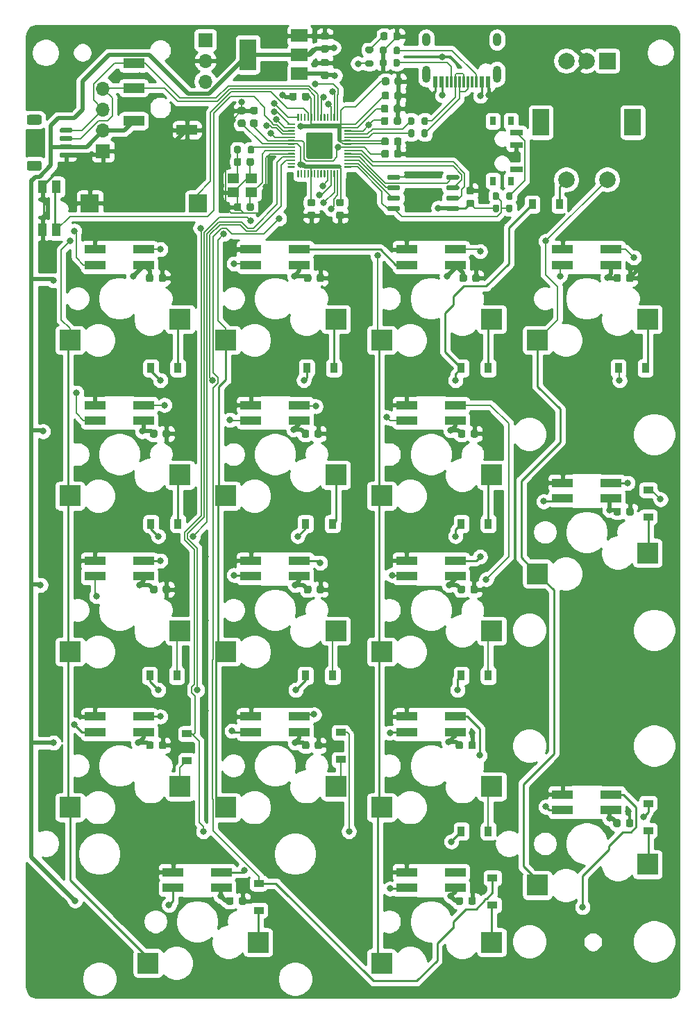
<source format=gbr>
%TF.GenerationSoftware,KiCad,Pcbnew,(5.1.10)-1*%
%TF.CreationDate,2021-11-23T17:36:00-06:00*%
%TF.ProjectId,PyKey18,50794b65-7931-4382-9e6b-696361645f70,1.0*%
%TF.SameCoordinates,Original*%
%TF.FileFunction,Copper,L2,Bot*%
%TF.FilePolarity,Positive*%
%FSLAX46Y46*%
G04 Gerber Fmt 4.6, Leading zero omitted, Abs format (unit mm)*
G04 Created by KiCad (PCBNEW (5.1.10)-1) date 2021-11-23 17:36:00*
%MOMM*%
%LPD*%
G01*
G04 APERTURE LIST*
%TA.AperFunction,SMDPad,CuDef*%
%ADD10R,2.500000X1.100000*%
%TD*%
%TA.AperFunction,SMDPad,CuDef*%
%ADD11R,2.550000X2.500000*%
%TD*%
%TA.AperFunction,SMDPad,CuDef*%
%ADD12R,2.200000X2.200000*%
%TD*%
%TA.AperFunction,SMDPad,CuDef*%
%ADD13R,1.400000X1.200000*%
%TD*%
%TA.AperFunction,SMDPad,CuDef*%
%ADD14R,2.000000X1.500000*%
%TD*%
%TA.AperFunction,SMDPad,CuDef*%
%ADD15R,2.000000X3.800000*%
%TD*%
%TA.AperFunction,ComponentPad*%
%ADD16C,0.600000*%
%TD*%
%TA.AperFunction,SMDPad,CuDef*%
%ADD17R,1.000000X1.550000*%
%TD*%
%TA.AperFunction,ComponentPad*%
%ADD18R,2.000000X2.000000*%
%TD*%
%TA.AperFunction,ComponentPad*%
%ADD19C,2.000000*%
%TD*%
%TA.AperFunction,ComponentPad*%
%ADD20R,2.000000X3.200000*%
%TD*%
%TA.AperFunction,SMDPad,CuDef*%
%ADD21R,0.800000X1.000000*%
%TD*%
%TA.AperFunction,SMDPad,CuDef*%
%ADD22R,1.500000X0.700000*%
%TD*%
%TA.AperFunction,ComponentPad*%
%ADD23O,1.700000X1.700000*%
%TD*%
%TA.AperFunction,ComponentPad*%
%ADD24R,1.700000X1.700000*%
%TD*%
%TA.AperFunction,SMDPad,CuDef*%
%ADD25R,2.500000X1.200000*%
%TD*%
%TA.AperFunction,SMDPad,CuDef*%
%ADD26R,0.600000X1.450000*%
%TD*%
%TA.AperFunction,SMDPad,CuDef*%
%ADD27R,0.300000X1.450000*%
%TD*%
%TA.AperFunction,ComponentPad*%
%ADD28O,1.000000X2.100000*%
%TD*%
%TA.AperFunction,ComponentPad*%
%ADD29O,1.000000X1.600000*%
%TD*%
%TA.AperFunction,SMDPad,CuDef*%
%ADD30R,1.200000X0.900000*%
%TD*%
%TA.AperFunction,SMDPad,CuDef*%
%ADD31R,0.900000X1.200000*%
%TD*%
%TA.AperFunction,ViaPad*%
%ADD32C,0.800000*%
%TD*%
%TA.AperFunction,Conductor*%
%ADD33C,0.152400*%
%TD*%
%TA.AperFunction,Conductor*%
%ADD34C,0.250000*%
%TD*%
%TA.AperFunction,Conductor*%
%ADD35C,0.200000*%
%TD*%
%TA.AperFunction,Conductor*%
%ADD36C,0.500000*%
%TD*%
%TA.AperFunction,Conductor*%
%ADD37C,0.254000*%
%TD*%
%TA.AperFunction,Conductor*%
%ADD38C,0.100000*%
%TD*%
G04 APERTURE END LIST*
%TO.P,C17,2*%
%TO.N,GND*%
%TA.AperFunction,SMDPad,CuDef*%
G36*
G01*
X104575000Y-157750000D02*
X104575000Y-157250000D01*
G75*
G02*
X104800000Y-157025000I225000J0D01*
G01*
X105250000Y-157025000D01*
G75*
G02*
X105475000Y-157250000I0J-225000D01*
G01*
X105475000Y-157750000D01*
G75*
G02*
X105250000Y-157975000I-225000J0D01*
G01*
X104800000Y-157975000D01*
G75*
G02*
X104575000Y-157750000I0J225000D01*
G01*
G37*
%TD.AperFunction*%
%TO.P,C17,1*%
%TO.N,+3V3*%
%TA.AperFunction,SMDPad,CuDef*%
G36*
G01*
X103025000Y-157750000D02*
X103025000Y-157250000D01*
G75*
G02*
X103250000Y-157025000I225000J0D01*
G01*
X103700000Y-157025000D01*
G75*
G02*
X103925000Y-157250000I0J-225000D01*
G01*
X103925000Y-157750000D01*
G75*
G02*
X103700000Y-157975000I-225000J0D01*
G01*
X103250000Y-157975000D01*
G75*
G02*
X103025000Y-157750000I0J225000D01*
G01*
G37*
%TD.AperFunction*%
%TD*%
%TO.P,C16,2*%
%TO.N,GND*%
%TA.AperFunction,SMDPad,CuDef*%
G36*
G01*
X76575000Y-157750000D02*
X76575000Y-157250000D01*
G75*
G02*
X76800000Y-157025000I225000J0D01*
G01*
X77250000Y-157025000D01*
G75*
G02*
X77475000Y-157250000I0J-225000D01*
G01*
X77475000Y-157750000D01*
G75*
G02*
X77250000Y-157975000I-225000J0D01*
G01*
X76800000Y-157975000D01*
G75*
G02*
X76575000Y-157750000I0J225000D01*
G01*
G37*
%TD.AperFunction*%
%TO.P,C16,1*%
%TO.N,+3V3*%
%TA.AperFunction,SMDPad,CuDef*%
G36*
G01*
X75025000Y-157750000D02*
X75025000Y-157250000D01*
G75*
G02*
X75250000Y-157025000I225000J0D01*
G01*
X75700000Y-157025000D01*
G75*
G02*
X75925000Y-157250000I0J-225000D01*
G01*
X75925000Y-157750000D01*
G75*
G02*
X75700000Y-157975000I-225000J0D01*
G01*
X75250000Y-157975000D01*
G75*
G02*
X75025000Y-157750000I0J225000D01*
G01*
G37*
%TD.AperFunction*%
%TD*%
%TO.P,C15,2*%
%TO.N,GND*%
%TA.AperFunction,SMDPad,CuDef*%
G36*
G01*
X123800000Y-148250000D02*
X123800000Y-147750000D01*
G75*
G02*
X124025000Y-147525000I225000J0D01*
G01*
X124475000Y-147525000D01*
G75*
G02*
X124700000Y-147750000I0J-225000D01*
G01*
X124700000Y-148250000D01*
G75*
G02*
X124475000Y-148475000I-225000J0D01*
G01*
X124025000Y-148475000D01*
G75*
G02*
X123800000Y-148250000I0J225000D01*
G01*
G37*
%TD.AperFunction*%
%TO.P,C15,1*%
%TO.N,+3V3*%
%TA.AperFunction,SMDPad,CuDef*%
G36*
G01*
X122250000Y-148250000D02*
X122250000Y-147750000D01*
G75*
G02*
X122475000Y-147525000I225000J0D01*
G01*
X122925000Y-147525000D01*
G75*
G02*
X123150000Y-147750000I0J-225000D01*
G01*
X123150000Y-148250000D01*
G75*
G02*
X122925000Y-148475000I-225000J0D01*
G01*
X122475000Y-148475000D01*
G75*
G02*
X122250000Y-148250000I0J225000D01*
G01*
G37*
%TD.AperFunction*%
%TD*%
%TO.P,C14,2*%
%TO.N,GND*%
%TA.AperFunction,SMDPad,CuDef*%
G36*
G01*
X104575000Y-138750000D02*
X104575000Y-138250000D01*
G75*
G02*
X104800000Y-138025000I225000J0D01*
G01*
X105250000Y-138025000D01*
G75*
G02*
X105475000Y-138250000I0J-225000D01*
G01*
X105475000Y-138750000D01*
G75*
G02*
X105250000Y-138975000I-225000J0D01*
G01*
X104800000Y-138975000D01*
G75*
G02*
X104575000Y-138750000I0J225000D01*
G01*
G37*
%TD.AperFunction*%
%TO.P,C14,1*%
%TO.N,+3V3*%
%TA.AperFunction,SMDPad,CuDef*%
G36*
G01*
X103025000Y-138750000D02*
X103025000Y-138250000D01*
G75*
G02*
X103250000Y-138025000I225000J0D01*
G01*
X103700000Y-138025000D01*
G75*
G02*
X103925000Y-138250000I0J-225000D01*
G01*
X103925000Y-138750000D01*
G75*
G02*
X103700000Y-138975000I-225000J0D01*
G01*
X103250000Y-138975000D01*
G75*
G02*
X103025000Y-138750000I0J225000D01*
G01*
G37*
%TD.AperFunction*%
%TD*%
%TO.P,C13,2*%
%TO.N,GND*%
%TA.AperFunction,SMDPad,CuDef*%
G36*
G01*
X85825000Y-138750000D02*
X85825000Y-138250000D01*
G75*
G02*
X86050000Y-138025000I225000J0D01*
G01*
X86500000Y-138025000D01*
G75*
G02*
X86725000Y-138250000I0J-225000D01*
G01*
X86725000Y-138750000D01*
G75*
G02*
X86500000Y-138975000I-225000J0D01*
G01*
X86050000Y-138975000D01*
G75*
G02*
X85825000Y-138750000I0J225000D01*
G01*
G37*
%TD.AperFunction*%
%TO.P,C13,1*%
%TO.N,+3V3*%
%TA.AperFunction,SMDPad,CuDef*%
G36*
G01*
X84275000Y-138750000D02*
X84275000Y-138250000D01*
G75*
G02*
X84500000Y-138025000I225000J0D01*
G01*
X84950000Y-138025000D01*
G75*
G02*
X85175000Y-138250000I0J-225000D01*
G01*
X85175000Y-138750000D01*
G75*
G02*
X84950000Y-138975000I-225000J0D01*
G01*
X84500000Y-138975000D01*
G75*
G02*
X84275000Y-138750000I0J225000D01*
G01*
G37*
%TD.AperFunction*%
%TD*%
%TO.P,C12,2*%
%TO.N,GND*%
%TA.AperFunction,SMDPad,CuDef*%
G36*
G01*
X66825000Y-138750000D02*
X66825000Y-138250000D01*
G75*
G02*
X67050000Y-138025000I225000J0D01*
G01*
X67500000Y-138025000D01*
G75*
G02*
X67725000Y-138250000I0J-225000D01*
G01*
X67725000Y-138750000D01*
G75*
G02*
X67500000Y-138975000I-225000J0D01*
G01*
X67050000Y-138975000D01*
G75*
G02*
X66825000Y-138750000I0J225000D01*
G01*
G37*
%TD.AperFunction*%
%TO.P,C12,1*%
%TO.N,+3V3*%
%TA.AperFunction,SMDPad,CuDef*%
G36*
G01*
X65275000Y-138750000D02*
X65275000Y-138250000D01*
G75*
G02*
X65500000Y-138025000I225000J0D01*
G01*
X65950000Y-138025000D01*
G75*
G02*
X66175000Y-138250000I0J-225000D01*
G01*
X66175000Y-138750000D01*
G75*
G02*
X65950000Y-138975000I-225000J0D01*
G01*
X65500000Y-138975000D01*
G75*
G02*
X65275000Y-138750000I0J225000D01*
G01*
G37*
%TD.AperFunction*%
%TD*%
%TO.P,C11,2*%
%TO.N,GND*%
%TA.AperFunction,SMDPad,CuDef*%
G36*
G01*
X123825000Y-110250000D02*
X123825000Y-109750000D01*
G75*
G02*
X124050000Y-109525000I225000J0D01*
G01*
X124500000Y-109525000D01*
G75*
G02*
X124725000Y-109750000I0J-225000D01*
G01*
X124725000Y-110250000D01*
G75*
G02*
X124500000Y-110475000I-225000J0D01*
G01*
X124050000Y-110475000D01*
G75*
G02*
X123825000Y-110250000I0J225000D01*
G01*
G37*
%TD.AperFunction*%
%TO.P,C11,1*%
%TO.N,+3V3*%
%TA.AperFunction,SMDPad,CuDef*%
G36*
G01*
X122275000Y-110250000D02*
X122275000Y-109750000D01*
G75*
G02*
X122500000Y-109525000I225000J0D01*
G01*
X122950000Y-109525000D01*
G75*
G02*
X123175000Y-109750000I0J-225000D01*
G01*
X123175000Y-110250000D01*
G75*
G02*
X122950000Y-110475000I-225000J0D01*
G01*
X122500000Y-110475000D01*
G75*
G02*
X122275000Y-110250000I0J225000D01*
G01*
G37*
%TD.AperFunction*%
%TD*%
%TO.P,C10,2*%
%TO.N,GND*%
%TA.AperFunction,SMDPad,CuDef*%
G36*
G01*
X104825000Y-119750000D02*
X104825000Y-119250000D01*
G75*
G02*
X105050000Y-119025000I225000J0D01*
G01*
X105500000Y-119025000D01*
G75*
G02*
X105725000Y-119250000I0J-225000D01*
G01*
X105725000Y-119750000D01*
G75*
G02*
X105500000Y-119975000I-225000J0D01*
G01*
X105050000Y-119975000D01*
G75*
G02*
X104825000Y-119750000I0J225000D01*
G01*
G37*
%TD.AperFunction*%
%TO.P,C10,1*%
%TO.N,+3V3*%
%TA.AperFunction,SMDPad,CuDef*%
G36*
G01*
X103275000Y-119750000D02*
X103275000Y-119250000D01*
G75*
G02*
X103500000Y-119025000I225000J0D01*
G01*
X103950000Y-119025000D01*
G75*
G02*
X104175000Y-119250000I0J-225000D01*
G01*
X104175000Y-119750000D01*
G75*
G02*
X103950000Y-119975000I-225000J0D01*
G01*
X103500000Y-119975000D01*
G75*
G02*
X103275000Y-119750000I0J225000D01*
G01*
G37*
%TD.AperFunction*%
%TD*%
%TO.P,C9,2*%
%TO.N,GND*%
%TA.AperFunction,SMDPad,CuDef*%
G36*
G01*
X86075000Y-119750000D02*
X86075000Y-119250000D01*
G75*
G02*
X86300000Y-119025000I225000J0D01*
G01*
X86750000Y-119025000D01*
G75*
G02*
X86975000Y-119250000I0J-225000D01*
G01*
X86975000Y-119750000D01*
G75*
G02*
X86750000Y-119975000I-225000J0D01*
G01*
X86300000Y-119975000D01*
G75*
G02*
X86075000Y-119750000I0J225000D01*
G01*
G37*
%TD.AperFunction*%
%TO.P,C9,1*%
%TO.N,+3V3*%
%TA.AperFunction,SMDPad,CuDef*%
G36*
G01*
X84525000Y-119750000D02*
X84525000Y-119250000D01*
G75*
G02*
X84750000Y-119025000I225000J0D01*
G01*
X85200000Y-119025000D01*
G75*
G02*
X85425000Y-119250000I0J-225000D01*
G01*
X85425000Y-119750000D01*
G75*
G02*
X85200000Y-119975000I-225000J0D01*
G01*
X84750000Y-119975000D01*
G75*
G02*
X84525000Y-119750000I0J225000D01*
G01*
G37*
%TD.AperFunction*%
%TD*%
%TO.P,C8,2*%
%TO.N,GND*%
%TA.AperFunction,SMDPad,CuDef*%
G36*
G01*
X67300000Y-119750000D02*
X67300000Y-119250000D01*
G75*
G02*
X67525000Y-119025000I225000J0D01*
G01*
X67975000Y-119025000D01*
G75*
G02*
X68200000Y-119250000I0J-225000D01*
G01*
X68200000Y-119750000D01*
G75*
G02*
X67975000Y-119975000I-225000J0D01*
G01*
X67525000Y-119975000D01*
G75*
G02*
X67300000Y-119750000I0J225000D01*
G01*
G37*
%TD.AperFunction*%
%TO.P,C8,1*%
%TO.N,+3V3*%
%TA.AperFunction,SMDPad,CuDef*%
G36*
G01*
X65750000Y-119750000D02*
X65750000Y-119250000D01*
G75*
G02*
X65975000Y-119025000I225000J0D01*
G01*
X66425000Y-119025000D01*
G75*
G02*
X66650000Y-119250000I0J-225000D01*
G01*
X66650000Y-119750000D01*
G75*
G02*
X66425000Y-119975000I-225000J0D01*
G01*
X65975000Y-119975000D01*
G75*
G02*
X65750000Y-119750000I0J225000D01*
G01*
G37*
%TD.AperFunction*%
%TD*%
%TO.P,C7,2*%
%TO.N,GND*%
%TA.AperFunction,SMDPad,CuDef*%
G36*
G01*
X104850000Y-100750000D02*
X104850000Y-100250000D01*
G75*
G02*
X105075000Y-100025000I225000J0D01*
G01*
X105525000Y-100025000D01*
G75*
G02*
X105750000Y-100250000I0J-225000D01*
G01*
X105750000Y-100750000D01*
G75*
G02*
X105525000Y-100975000I-225000J0D01*
G01*
X105075000Y-100975000D01*
G75*
G02*
X104850000Y-100750000I0J225000D01*
G01*
G37*
%TD.AperFunction*%
%TO.P,C7,1*%
%TO.N,+3V3*%
%TA.AperFunction,SMDPad,CuDef*%
G36*
G01*
X103300000Y-100750000D02*
X103300000Y-100250000D01*
G75*
G02*
X103525000Y-100025000I225000J0D01*
G01*
X103975000Y-100025000D01*
G75*
G02*
X104200000Y-100250000I0J-225000D01*
G01*
X104200000Y-100750000D01*
G75*
G02*
X103975000Y-100975000I-225000J0D01*
G01*
X103525000Y-100975000D01*
G75*
G02*
X103300000Y-100750000I0J225000D01*
G01*
G37*
%TD.AperFunction*%
%TD*%
%TO.P,C6,2*%
%TO.N,GND*%
%TA.AperFunction,SMDPad,CuDef*%
G36*
G01*
X85800000Y-100750000D02*
X85800000Y-100250000D01*
G75*
G02*
X86025000Y-100025000I225000J0D01*
G01*
X86475000Y-100025000D01*
G75*
G02*
X86700000Y-100250000I0J-225000D01*
G01*
X86700000Y-100750000D01*
G75*
G02*
X86475000Y-100975000I-225000J0D01*
G01*
X86025000Y-100975000D01*
G75*
G02*
X85800000Y-100750000I0J225000D01*
G01*
G37*
%TD.AperFunction*%
%TO.P,C6,1*%
%TO.N,+3V3*%
%TA.AperFunction,SMDPad,CuDef*%
G36*
G01*
X84250000Y-100750000D02*
X84250000Y-100250000D01*
G75*
G02*
X84475000Y-100025000I225000J0D01*
G01*
X84925000Y-100025000D01*
G75*
G02*
X85150000Y-100250000I0J-225000D01*
G01*
X85150000Y-100750000D01*
G75*
G02*
X84925000Y-100975000I-225000J0D01*
G01*
X84475000Y-100975000D01*
G75*
G02*
X84250000Y-100750000I0J225000D01*
G01*
G37*
%TD.AperFunction*%
%TD*%
%TO.P,C5,2*%
%TO.N,GND*%
%TA.AperFunction,SMDPad,CuDef*%
G36*
G01*
X67300000Y-100750000D02*
X67300000Y-100250000D01*
G75*
G02*
X67525000Y-100025000I225000J0D01*
G01*
X67975000Y-100025000D01*
G75*
G02*
X68200000Y-100250000I0J-225000D01*
G01*
X68200000Y-100750000D01*
G75*
G02*
X67975000Y-100975000I-225000J0D01*
G01*
X67525000Y-100975000D01*
G75*
G02*
X67300000Y-100750000I0J225000D01*
G01*
G37*
%TD.AperFunction*%
%TO.P,C5,1*%
%TO.N,+3V3*%
%TA.AperFunction,SMDPad,CuDef*%
G36*
G01*
X65750000Y-100750000D02*
X65750000Y-100250000D01*
G75*
G02*
X65975000Y-100025000I225000J0D01*
G01*
X66425000Y-100025000D01*
G75*
G02*
X66650000Y-100250000I0J-225000D01*
G01*
X66650000Y-100750000D01*
G75*
G02*
X66425000Y-100975000I-225000J0D01*
G01*
X65975000Y-100975000D01*
G75*
G02*
X65750000Y-100750000I0J225000D01*
G01*
G37*
%TD.AperFunction*%
%TD*%
%TO.P,C4,2*%
%TO.N,GND*%
%TA.AperFunction,SMDPad,CuDef*%
G36*
G01*
X123825000Y-81750000D02*
X123825000Y-81250000D01*
G75*
G02*
X124050000Y-81025000I225000J0D01*
G01*
X124500000Y-81025000D01*
G75*
G02*
X124725000Y-81250000I0J-225000D01*
G01*
X124725000Y-81750000D01*
G75*
G02*
X124500000Y-81975000I-225000J0D01*
G01*
X124050000Y-81975000D01*
G75*
G02*
X123825000Y-81750000I0J225000D01*
G01*
G37*
%TD.AperFunction*%
%TO.P,C4,1*%
%TO.N,+3V3*%
%TA.AperFunction,SMDPad,CuDef*%
G36*
G01*
X122275000Y-81750000D02*
X122275000Y-81250000D01*
G75*
G02*
X122500000Y-81025000I225000J0D01*
G01*
X122950000Y-81025000D01*
G75*
G02*
X123175000Y-81250000I0J-225000D01*
G01*
X123175000Y-81750000D01*
G75*
G02*
X122950000Y-81975000I-225000J0D01*
G01*
X122500000Y-81975000D01*
G75*
G02*
X122275000Y-81750000I0J225000D01*
G01*
G37*
%TD.AperFunction*%
%TD*%
%TO.P,C3,2*%
%TO.N,GND*%
%TA.AperFunction,SMDPad,CuDef*%
G36*
G01*
X105050000Y-81750000D02*
X105050000Y-81250000D01*
G75*
G02*
X105275000Y-81025000I225000J0D01*
G01*
X105725000Y-81025000D01*
G75*
G02*
X105950000Y-81250000I0J-225000D01*
G01*
X105950000Y-81750000D01*
G75*
G02*
X105725000Y-81975000I-225000J0D01*
G01*
X105275000Y-81975000D01*
G75*
G02*
X105050000Y-81750000I0J225000D01*
G01*
G37*
%TD.AperFunction*%
%TO.P,C3,1*%
%TO.N,+3V3*%
%TA.AperFunction,SMDPad,CuDef*%
G36*
G01*
X103500000Y-81750000D02*
X103500000Y-81250000D01*
G75*
G02*
X103725000Y-81025000I225000J0D01*
G01*
X104175000Y-81025000D01*
G75*
G02*
X104400000Y-81250000I0J-225000D01*
G01*
X104400000Y-81750000D01*
G75*
G02*
X104175000Y-81975000I-225000J0D01*
G01*
X103725000Y-81975000D01*
G75*
G02*
X103500000Y-81750000I0J225000D01*
G01*
G37*
%TD.AperFunction*%
%TD*%
%TO.P,C2,2*%
%TO.N,GND*%
%TA.AperFunction,SMDPad,CuDef*%
G36*
G01*
X86075000Y-81750000D02*
X86075000Y-81250000D01*
G75*
G02*
X86300000Y-81025000I225000J0D01*
G01*
X86750000Y-81025000D01*
G75*
G02*
X86975000Y-81250000I0J-225000D01*
G01*
X86975000Y-81750000D01*
G75*
G02*
X86750000Y-81975000I-225000J0D01*
G01*
X86300000Y-81975000D01*
G75*
G02*
X86075000Y-81750000I0J225000D01*
G01*
G37*
%TD.AperFunction*%
%TO.P,C2,1*%
%TO.N,+3V3*%
%TA.AperFunction,SMDPad,CuDef*%
G36*
G01*
X84525000Y-81750000D02*
X84525000Y-81250000D01*
G75*
G02*
X84750000Y-81025000I225000J0D01*
G01*
X85200000Y-81025000D01*
G75*
G02*
X85425000Y-81250000I0J-225000D01*
G01*
X85425000Y-81750000D01*
G75*
G02*
X85200000Y-81975000I-225000J0D01*
G01*
X84750000Y-81975000D01*
G75*
G02*
X84525000Y-81750000I0J225000D01*
G01*
G37*
%TD.AperFunction*%
%TD*%
%TO.P,C1,2*%
%TO.N,GND*%
%TA.AperFunction,SMDPad,CuDef*%
G36*
G01*
X66800000Y-81750000D02*
X66800000Y-81250000D01*
G75*
G02*
X67025000Y-81025000I225000J0D01*
G01*
X67475000Y-81025000D01*
G75*
G02*
X67700000Y-81250000I0J-225000D01*
G01*
X67700000Y-81750000D01*
G75*
G02*
X67475000Y-81975000I-225000J0D01*
G01*
X67025000Y-81975000D01*
G75*
G02*
X66800000Y-81750000I0J225000D01*
G01*
G37*
%TD.AperFunction*%
%TO.P,C1,1*%
%TO.N,+3V3*%
%TA.AperFunction,SMDPad,CuDef*%
G36*
G01*
X65250000Y-81750000D02*
X65250000Y-81250000D01*
G75*
G02*
X65475000Y-81025000I225000J0D01*
G01*
X65925000Y-81025000D01*
G75*
G02*
X66150000Y-81250000I0J-225000D01*
G01*
X66150000Y-81750000D01*
G75*
G02*
X65925000Y-81975000I-225000J0D01*
G01*
X65475000Y-81975000D01*
G75*
G02*
X65250000Y-81750000I0J225000D01*
G01*
G37*
%TD.AperFunction*%
%TD*%
D10*
%TO.P,U16,3*%
%TO.N,GND*%
X116050000Y-144500000D03*
%TO.P,U16,4*%
%TO.N,Net-(U15-Pad5)*%
X116050000Y-146400000D03*
%TO.P,U16,5*%
%TO.N,RGBData5*%
X121950000Y-144500000D03*
%TO.P,U16,6*%
%TO.N,+3V3*%
X121950000Y-146400000D03*
D11*
%TO.P,U16,2*%
%TO.N,COL4*%
X112985000Y-155580000D03*
%TO.P,U16,1*%
%TO.N,Net-(D16-Pad2)*%
X126410000Y-153040000D03*
%TD*%
D10*
%TO.P,U12,3*%
%TO.N,GND*%
X116050000Y-106500000D03*
%TO.P,U12,4*%
%TO.N,Net-(U11-Pad5)*%
X116050000Y-108400000D03*
%TO.P,U12,5*%
%TO.N,RGBData4*%
X121950000Y-106500000D03*
%TO.P,U12,6*%
%TO.N,+3V3*%
X121950000Y-108400000D03*
D11*
%TO.P,U12,2*%
%TO.N,COL4*%
X112985000Y-117580000D03*
%TO.P,U12,1*%
%TO.N,Net-(D12-Pad2)*%
X126410000Y-115040000D03*
%TD*%
D10*
%TO.P,U17,3*%
%TO.N,GND*%
X68550000Y-154000000D03*
%TO.P,U17,4*%
%TO.N,RGBData5*%
X68550000Y-155900000D03*
%TO.P,U17,5*%
%TO.N,Net-(U17-Pad5)*%
X74450000Y-154000000D03*
%TO.P,U17,6*%
%TO.N,+3V3*%
X74450000Y-155900000D03*
D11*
%TO.P,U17,2*%
%TO.N,COL1*%
X65485000Y-165080000D03*
%TO.P,U17,1*%
%TO.N,Net-(D17-Pad2)*%
X78910000Y-162540000D03*
%TD*%
D10*
%TO.P,U3,3*%
%TO.N,GND*%
X97050000Y-78000000D03*
%TO.P,U3,4*%
%TO.N,Net-(U2-Pad5)*%
X97050000Y-79900000D03*
%TO.P,U3,5*%
%TO.N,Net-(U3-Pad5)*%
X102950000Y-78000000D03*
%TO.P,U3,6*%
%TO.N,+3V3*%
X102950000Y-79900000D03*
D11*
%TO.P,U3,2*%
%TO.N,COL3*%
X93985000Y-89080000D03*
%TO.P,U3,1*%
%TO.N,Net-(D3-Pad2)*%
X107410000Y-86540000D03*
%TD*%
D12*
%TO.P,LS1,1*%
%TO.N,SPEAKER*%
X71600000Y-72390000D03*
%TO.P,LS1,2*%
%TO.N,GND*%
X58400000Y-72390000D03*
%TD*%
D13*
%TO.P,Y1,4*%
%TO.N,GND*%
X78119999Y-69349999D03*
%TO.P,Y1,3*%
%TO.N,Net-(C116-Pad1)*%
X75919999Y-69349999D03*
%TO.P,Y1,2*%
%TO.N,GND*%
X75919999Y-71049999D03*
%TO.P,Y1,1*%
%TO.N,/Sheet61979EB5/XIN*%
X78119999Y-71049999D03*
%TD*%
D14*
%TO.P,U103,1*%
%TO.N,GND*%
X83969999Y-51950002D03*
%TO.P,U103,3*%
%TO.N,VBUS*%
X83969999Y-56550002D03*
%TO.P,U103,2*%
%TO.N,+3V3*%
X83969999Y-54250002D03*
D15*
X77669999Y-54250002D03*
%TD*%
%TO.P,U102,8*%
%TO.N,+3V3*%
%TA.AperFunction,SMDPad,CuDef*%
G36*
G01*
X101860000Y-73175000D02*
X101860000Y-72875000D01*
G75*
G02*
X102010000Y-72725000I150000J0D01*
G01*
X103310000Y-72725000D01*
G75*
G02*
X103460000Y-72875000I0J-150000D01*
G01*
X103460000Y-73175000D01*
G75*
G02*
X103310000Y-73325000I-150000J0D01*
G01*
X102010000Y-73325000D01*
G75*
G02*
X101860000Y-73175000I0J150000D01*
G01*
G37*
%TD.AperFunction*%
%TO.P,U102,7*%
%TO.N,/Sheet61979EB5/QSPISD3*%
%TA.AperFunction,SMDPad,CuDef*%
G36*
G01*
X101860000Y-71905000D02*
X101860000Y-71605000D01*
G75*
G02*
X102010000Y-71455000I150000J0D01*
G01*
X103310000Y-71455000D01*
G75*
G02*
X103460000Y-71605000I0J-150000D01*
G01*
X103460000Y-71905000D01*
G75*
G02*
X103310000Y-72055000I-150000J0D01*
G01*
X102010000Y-72055000D01*
G75*
G02*
X101860000Y-71905000I0J150000D01*
G01*
G37*
%TD.AperFunction*%
%TO.P,U102,6*%
%TO.N,/Sheet61979EB5/QSPICLK*%
%TA.AperFunction,SMDPad,CuDef*%
G36*
G01*
X101860000Y-70635000D02*
X101860000Y-70335000D01*
G75*
G02*
X102010000Y-70185000I150000J0D01*
G01*
X103310000Y-70185000D01*
G75*
G02*
X103460000Y-70335000I0J-150000D01*
G01*
X103460000Y-70635000D01*
G75*
G02*
X103310000Y-70785000I-150000J0D01*
G01*
X102010000Y-70785000D01*
G75*
G02*
X101860000Y-70635000I0J150000D01*
G01*
G37*
%TD.AperFunction*%
%TO.P,U102,5*%
%TO.N,/Sheet61979EB5/QSPISD0*%
%TA.AperFunction,SMDPad,CuDef*%
G36*
G01*
X101860000Y-69365000D02*
X101860000Y-69065000D01*
G75*
G02*
X102010000Y-68915000I150000J0D01*
G01*
X103310000Y-68915000D01*
G75*
G02*
X103460000Y-69065000I0J-150000D01*
G01*
X103460000Y-69365000D01*
G75*
G02*
X103310000Y-69515000I-150000J0D01*
G01*
X102010000Y-69515000D01*
G75*
G02*
X101860000Y-69365000I0J150000D01*
G01*
G37*
%TD.AperFunction*%
%TO.P,U102,4*%
%TO.N,GND*%
%TA.AperFunction,SMDPad,CuDef*%
G36*
G01*
X94660000Y-69365000D02*
X94660000Y-69065000D01*
G75*
G02*
X94810000Y-68915000I150000J0D01*
G01*
X96110000Y-68915000D01*
G75*
G02*
X96260000Y-69065000I0J-150000D01*
G01*
X96260000Y-69365000D01*
G75*
G02*
X96110000Y-69515000I-150000J0D01*
G01*
X94810000Y-69515000D01*
G75*
G02*
X94660000Y-69365000I0J150000D01*
G01*
G37*
%TD.AperFunction*%
%TO.P,U102,3*%
%TO.N,/Sheet61979EB5/QSPISD2*%
%TA.AperFunction,SMDPad,CuDef*%
G36*
G01*
X94660000Y-70635000D02*
X94660000Y-70335000D01*
G75*
G02*
X94810000Y-70185000I150000J0D01*
G01*
X96110000Y-70185000D01*
G75*
G02*
X96260000Y-70335000I0J-150000D01*
G01*
X96260000Y-70635000D01*
G75*
G02*
X96110000Y-70785000I-150000J0D01*
G01*
X94810000Y-70785000D01*
G75*
G02*
X94660000Y-70635000I0J150000D01*
G01*
G37*
%TD.AperFunction*%
%TO.P,U102,2*%
%TO.N,/Sheet61979EB5/SQPISD1*%
%TA.AperFunction,SMDPad,CuDef*%
G36*
G01*
X94660000Y-71905000D02*
X94660000Y-71605000D01*
G75*
G02*
X94810000Y-71455000I150000J0D01*
G01*
X96110000Y-71455000D01*
G75*
G02*
X96260000Y-71605000I0J-150000D01*
G01*
X96260000Y-71905000D01*
G75*
G02*
X96110000Y-72055000I-150000J0D01*
G01*
X94810000Y-72055000D01*
G75*
G02*
X94660000Y-71905000I0J150000D01*
G01*
G37*
%TD.AperFunction*%
%TO.P,U102,1*%
%TO.N,/Sheet61979EB5/QSPISS*%
%TA.AperFunction,SMDPad,CuDef*%
G36*
G01*
X94660000Y-73175000D02*
X94660000Y-72875000D01*
G75*
G02*
X94810000Y-72725000I150000J0D01*
G01*
X96110000Y-72725000D01*
G75*
G02*
X96260000Y-72875000I0J-150000D01*
G01*
X96260000Y-73175000D01*
G75*
G02*
X96110000Y-73325000I-150000J0D01*
G01*
X94810000Y-73325000D01*
G75*
G02*
X94660000Y-73175000I0J150000D01*
G01*
G37*
%TD.AperFunction*%
%TD*%
%TO.P,U101,57*%
%TO.N,GND*%
%TA.AperFunction,SMDPad,CuDef*%
G36*
G01*
X87876001Y-66949997D02*
X84964001Y-66949997D01*
G75*
G02*
X84820001Y-66805997I0J144000D01*
G01*
X84820001Y-63893997D01*
G75*
G02*
X84964001Y-63749997I144000J0D01*
G01*
X87876001Y-63749997D01*
G75*
G02*
X88020001Y-63893997I0J-144000D01*
G01*
X88020001Y-66805997D01*
G75*
G02*
X87876001Y-66949997I-144000J0D01*
G01*
G37*
%TD.AperFunction*%
D16*
X87695001Y-66624997D03*
X87695001Y-65349997D03*
X87695001Y-64074997D03*
X86420001Y-66624997D03*
X86420001Y-65349997D03*
X86420001Y-64074997D03*
X85145001Y-66624997D03*
X85145001Y-65349997D03*
X85145001Y-64074997D03*
%TO.P,U101,1*%
%TO.N,+3V3*%
%TA.AperFunction,SMDPad,CuDef*%
G36*
G01*
X89070001Y-69224997D02*
X88970001Y-69224997D01*
G75*
G02*
X88920001Y-69174997I0J50000D01*
G01*
X88920001Y-68399997D01*
G75*
G02*
X88970001Y-68349997I50000J0D01*
G01*
X89070001Y-68349997D01*
G75*
G02*
X89120001Y-68399997I0J-50000D01*
G01*
X89120001Y-69174997D01*
G75*
G02*
X89070001Y-69224997I-50000J0D01*
G01*
G37*
%TD.AperFunction*%
%TO.P,U101,2*%
%TO.N,COL1*%
%TA.AperFunction,SMDPad,CuDef*%
G36*
G01*
X88670001Y-69224997D02*
X88570001Y-69224997D01*
G75*
G02*
X88520001Y-69174997I0J50000D01*
G01*
X88520001Y-68399997D01*
G75*
G02*
X88570001Y-68349997I50000J0D01*
G01*
X88670001Y-68349997D01*
G75*
G02*
X88720001Y-68399997I0J-50000D01*
G01*
X88720001Y-69174997D01*
G75*
G02*
X88670001Y-69224997I-50000J0D01*
G01*
G37*
%TD.AperFunction*%
%TO.P,U101,3*%
%TO.N,COL2*%
%TA.AperFunction,SMDPad,CuDef*%
G36*
G01*
X88270001Y-69224997D02*
X88170001Y-69224997D01*
G75*
G02*
X88120001Y-69174997I0J50000D01*
G01*
X88120001Y-68399997D01*
G75*
G02*
X88170001Y-68349997I50000J0D01*
G01*
X88270001Y-68349997D01*
G75*
G02*
X88320001Y-68399997I0J-50000D01*
G01*
X88320001Y-69174997D01*
G75*
G02*
X88270001Y-69224997I-50000J0D01*
G01*
G37*
%TD.AperFunction*%
%TO.P,U101,4*%
%TO.N,COL3*%
%TA.AperFunction,SMDPad,CuDef*%
G36*
G01*
X87870001Y-69224997D02*
X87770001Y-69224997D01*
G75*
G02*
X87720001Y-69174997I0J50000D01*
G01*
X87720001Y-68399997D01*
G75*
G02*
X87770001Y-68349997I50000J0D01*
G01*
X87870001Y-68349997D01*
G75*
G02*
X87920001Y-68399997I0J-50000D01*
G01*
X87920001Y-69174997D01*
G75*
G02*
X87870001Y-69224997I-50000J0D01*
G01*
G37*
%TD.AperFunction*%
%TO.P,U101,5*%
%TO.N,COL4*%
%TA.AperFunction,SMDPad,CuDef*%
G36*
G01*
X87470001Y-69224997D02*
X87370001Y-69224997D01*
G75*
G02*
X87320001Y-69174997I0J50000D01*
G01*
X87320001Y-68399997D01*
G75*
G02*
X87370001Y-68349997I50000J0D01*
G01*
X87470001Y-68349997D01*
G75*
G02*
X87520001Y-68399997I0J-50000D01*
G01*
X87520001Y-69174997D01*
G75*
G02*
X87470001Y-69224997I-50000J0D01*
G01*
G37*
%TD.AperFunction*%
%TO.P,U101,6*%
%TO.N,COL5*%
%TA.AperFunction,SMDPad,CuDef*%
G36*
G01*
X87070001Y-69224997D02*
X86970001Y-69224997D01*
G75*
G02*
X86920001Y-69174997I0J50000D01*
G01*
X86920001Y-68399997D01*
G75*
G02*
X86970001Y-68349997I50000J0D01*
G01*
X87070001Y-68349997D01*
G75*
G02*
X87120001Y-68399997I0J-50000D01*
G01*
X87120001Y-69174997D01*
G75*
G02*
X87070001Y-69224997I-50000J0D01*
G01*
G37*
%TD.AperFunction*%
%TO.P,U101,7*%
%TO.N,COL6*%
%TA.AperFunction,SMDPad,CuDef*%
G36*
G01*
X86670001Y-69224997D02*
X86570001Y-69224997D01*
G75*
G02*
X86520001Y-69174997I0J50000D01*
G01*
X86520001Y-68399997D01*
G75*
G02*
X86570001Y-68349997I50000J0D01*
G01*
X86670001Y-68349997D01*
G75*
G02*
X86720001Y-68399997I0J-50000D01*
G01*
X86720001Y-69174997D01*
G75*
G02*
X86670001Y-69224997I-50000J0D01*
G01*
G37*
%TD.AperFunction*%
%TO.P,U101,8*%
%TO.N,COL7*%
%TA.AperFunction,SMDPad,CuDef*%
G36*
G01*
X86270001Y-69224997D02*
X86170001Y-69224997D01*
G75*
G02*
X86120001Y-69174997I0J50000D01*
G01*
X86120001Y-68399997D01*
G75*
G02*
X86170001Y-68349997I50000J0D01*
G01*
X86270001Y-68349997D01*
G75*
G02*
X86320001Y-68399997I0J-50000D01*
G01*
X86320001Y-69174997D01*
G75*
G02*
X86270001Y-69224997I-50000J0D01*
G01*
G37*
%TD.AperFunction*%
%TO.P,U101,9*%
%TO.N,COL8*%
%TA.AperFunction,SMDPad,CuDef*%
G36*
G01*
X85870001Y-69224997D02*
X85770001Y-69224997D01*
G75*
G02*
X85720001Y-69174997I0J50000D01*
G01*
X85720001Y-68399997D01*
G75*
G02*
X85770001Y-68349997I50000J0D01*
G01*
X85870001Y-68349997D01*
G75*
G02*
X85920001Y-68399997I0J-50000D01*
G01*
X85920001Y-69174997D01*
G75*
G02*
X85870001Y-69224997I-50000J0D01*
G01*
G37*
%TD.AperFunction*%
%TO.P,U101,10*%
%TO.N,+3V3*%
%TA.AperFunction,SMDPad,CuDef*%
G36*
G01*
X85470001Y-69224997D02*
X85370001Y-69224997D01*
G75*
G02*
X85320001Y-69174997I0J50000D01*
G01*
X85320001Y-68399997D01*
G75*
G02*
X85370001Y-68349997I50000J0D01*
G01*
X85470001Y-68349997D01*
G75*
G02*
X85520001Y-68399997I0J-50000D01*
G01*
X85520001Y-69174997D01*
G75*
G02*
X85470001Y-69224997I-50000J0D01*
G01*
G37*
%TD.AperFunction*%
%TO.P,U101,11*%
%TO.N,COL9*%
%TA.AperFunction,SMDPad,CuDef*%
G36*
G01*
X85070001Y-69224997D02*
X84970001Y-69224997D01*
G75*
G02*
X84920001Y-69174997I0J50000D01*
G01*
X84920001Y-68399997D01*
G75*
G02*
X84970001Y-68349997I50000J0D01*
G01*
X85070001Y-68349997D01*
G75*
G02*
X85120001Y-68399997I0J-50000D01*
G01*
X85120001Y-69174997D01*
G75*
G02*
X85070001Y-69224997I-50000J0D01*
G01*
G37*
%TD.AperFunction*%
%TO.P,U101,12*%
%TO.N,COL10*%
%TA.AperFunction,SMDPad,CuDef*%
G36*
G01*
X84670001Y-69224997D02*
X84570001Y-69224997D01*
G75*
G02*
X84520001Y-69174997I0J50000D01*
G01*
X84520001Y-68399997D01*
G75*
G02*
X84570001Y-68349997I50000J0D01*
G01*
X84670001Y-68349997D01*
G75*
G02*
X84720001Y-68399997I0J-50000D01*
G01*
X84720001Y-69174997D01*
G75*
G02*
X84670001Y-69224997I-50000J0D01*
G01*
G37*
%TD.AperFunction*%
%TO.P,U101,13*%
%TO.N,COL11*%
%TA.AperFunction,SMDPad,CuDef*%
G36*
G01*
X84270001Y-69224997D02*
X84170001Y-69224997D01*
G75*
G02*
X84120001Y-69174997I0J50000D01*
G01*
X84120001Y-68399997D01*
G75*
G02*
X84170001Y-68349997I50000J0D01*
G01*
X84270001Y-68349997D01*
G75*
G02*
X84320001Y-68399997I0J-50000D01*
G01*
X84320001Y-69174997D01*
G75*
G02*
X84270001Y-69224997I-50000J0D01*
G01*
G37*
%TD.AperFunction*%
%TO.P,U101,14*%
%TO.N,COL12*%
%TA.AperFunction,SMDPad,CuDef*%
G36*
G01*
X83870001Y-69224997D02*
X83770001Y-69224997D01*
G75*
G02*
X83720001Y-69174997I0J50000D01*
G01*
X83720001Y-68399997D01*
G75*
G02*
X83770001Y-68349997I50000J0D01*
G01*
X83870001Y-68349997D01*
G75*
G02*
X83920001Y-68399997I0J-50000D01*
G01*
X83920001Y-69174997D01*
G75*
G02*
X83870001Y-69224997I-50000J0D01*
G01*
G37*
%TD.AperFunction*%
%TO.P,U101,15*%
%TO.N,COL13*%
%TA.AperFunction,SMDPad,CuDef*%
G36*
G01*
X83370001Y-68049997D02*
X82595001Y-68049997D01*
G75*
G02*
X82545001Y-67999997I0J50000D01*
G01*
X82545001Y-67899997D01*
G75*
G02*
X82595001Y-67849997I50000J0D01*
G01*
X83370001Y-67849997D01*
G75*
G02*
X83420001Y-67899997I0J-50000D01*
G01*
X83420001Y-67999997D01*
G75*
G02*
X83370001Y-68049997I-50000J0D01*
G01*
G37*
%TD.AperFunction*%
%TO.P,U101,16*%
%TO.N,COL14*%
%TA.AperFunction,SMDPad,CuDef*%
G36*
G01*
X83370001Y-67649997D02*
X82595001Y-67649997D01*
G75*
G02*
X82545001Y-67599997I0J50000D01*
G01*
X82545001Y-67499997D01*
G75*
G02*
X82595001Y-67449997I50000J0D01*
G01*
X83370001Y-67449997D01*
G75*
G02*
X83420001Y-67499997I0J-50000D01*
G01*
X83420001Y-67599997D01*
G75*
G02*
X83370001Y-67649997I-50000J0D01*
G01*
G37*
%TD.AperFunction*%
%TO.P,U101,17*%
%TO.N,ROW1*%
%TA.AperFunction,SMDPad,CuDef*%
G36*
G01*
X83370001Y-67249997D02*
X82595001Y-67249997D01*
G75*
G02*
X82545001Y-67199997I0J50000D01*
G01*
X82545001Y-67099997D01*
G75*
G02*
X82595001Y-67049997I50000J0D01*
G01*
X83370001Y-67049997D01*
G75*
G02*
X83420001Y-67099997I0J-50000D01*
G01*
X83420001Y-67199997D01*
G75*
G02*
X83370001Y-67249997I-50000J0D01*
G01*
G37*
%TD.AperFunction*%
%TO.P,U101,18*%
%TO.N,ROW2*%
%TA.AperFunction,SMDPad,CuDef*%
G36*
G01*
X83370001Y-66849997D02*
X82595001Y-66849997D01*
G75*
G02*
X82545001Y-66799997I0J50000D01*
G01*
X82545001Y-66699997D01*
G75*
G02*
X82595001Y-66649997I50000J0D01*
G01*
X83370001Y-66649997D01*
G75*
G02*
X83420001Y-66699997I0J-50000D01*
G01*
X83420001Y-66799997D01*
G75*
G02*
X83370001Y-66849997I-50000J0D01*
G01*
G37*
%TD.AperFunction*%
%TO.P,U101,19*%
%TO.N,GND*%
%TA.AperFunction,SMDPad,CuDef*%
G36*
G01*
X83370001Y-66449997D02*
X82595001Y-66449997D01*
G75*
G02*
X82545001Y-66399997I0J50000D01*
G01*
X82545001Y-66299997D01*
G75*
G02*
X82595001Y-66249997I50000J0D01*
G01*
X83370001Y-66249997D01*
G75*
G02*
X83420001Y-66299997I0J-50000D01*
G01*
X83420001Y-66399997D01*
G75*
G02*
X83370001Y-66449997I-50000J0D01*
G01*
G37*
%TD.AperFunction*%
%TO.P,U101,20*%
%TO.N,/Sheet61979EB5/XIN*%
%TA.AperFunction,SMDPad,CuDef*%
G36*
G01*
X83370001Y-66049997D02*
X82595001Y-66049997D01*
G75*
G02*
X82545001Y-65999997I0J50000D01*
G01*
X82545001Y-65899997D01*
G75*
G02*
X82595001Y-65849997I50000J0D01*
G01*
X83370001Y-65849997D01*
G75*
G02*
X83420001Y-65899997I0J-50000D01*
G01*
X83420001Y-65999997D01*
G75*
G02*
X83370001Y-66049997I-50000J0D01*
G01*
G37*
%TD.AperFunction*%
%TO.P,U101,21*%
%TO.N,/Sheet61979EB5/XOUT*%
%TA.AperFunction,SMDPad,CuDef*%
G36*
G01*
X83370001Y-65649997D02*
X82595001Y-65649997D01*
G75*
G02*
X82545001Y-65599997I0J50000D01*
G01*
X82545001Y-65499997D01*
G75*
G02*
X82595001Y-65449997I50000J0D01*
G01*
X83370001Y-65449997D01*
G75*
G02*
X83420001Y-65499997I0J-50000D01*
G01*
X83420001Y-65599997D01*
G75*
G02*
X83370001Y-65649997I-50000J0D01*
G01*
G37*
%TD.AperFunction*%
%TO.P,U101,22*%
%TO.N,+3V3*%
%TA.AperFunction,SMDPad,CuDef*%
G36*
G01*
X83370001Y-65249997D02*
X82595001Y-65249997D01*
G75*
G02*
X82545001Y-65199997I0J50000D01*
G01*
X82545001Y-65099997D01*
G75*
G02*
X82595001Y-65049997I50000J0D01*
G01*
X83370001Y-65049997D01*
G75*
G02*
X83420001Y-65099997I0J-50000D01*
G01*
X83420001Y-65199997D01*
G75*
G02*
X83370001Y-65249997I-50000J0D01*
G01*
G37*
%TD.AperFunction*%
%TO.P,U101,23*%
%TO.N,+1V1*%
%TA.AperFunction,SMDPad,CuDef*%
G36*
G01*
X83370001Y-64849997D02*
X82595001Y-64849997D01*
G75*
G02*
X82545001Y-64799997I0J50000D01*
G01*
X82545001Y-64699997D01*
G75*
G02*
X82595001Y-64649997I50000J0D01*
G01*
X83370001Y-64649997D01*
G75*
G02*
X83420001Y-64699997I0J-50000D01*
G01*
X83420001Y-64799997D01*
G75*
G02*
X83370001Y-64849997I-50000J0D01*
G01*
G37*
%TD.AperFunction*%
%TO.P,U101,24*%
%TO.N,/Sheet61979EB5/SWCLK*%
%TA.AperFunction,SMDPad,CuDef*%
G36*
G01*
X83370001Y-64449997D02*
X82595001Y-64449997D01*
G75*
G02*
X82545001Y-64399997I0J50000D01*
G01*
X82545001Y-64299997D01*
G75*
G02*
X82595001Y-64249997I50000J0D01*
G01*
X83370001Y-64249997D01*
G75*
G02*
X83420001Y-64299997I0J-50000D01*
G01*
X83420001Y-64399997D01*
G75*
G02*
X83370001Y-64449997I-50000J0D01*
G01*
G37*
%TD.AperFunction*%
%TO.P,U101,25*%
%TO.N,/Sheet61979EB5/SWD*%
%TA.AperFunction,SMDPad,CuDef*%
G36*
G01*
X83370001Y-64049997D02*
X82595001Y-64049997D01*
G75*
G02*
X82545001Y-63999997I0J50000D01*
G01*
X82545001Y-63899997D01*
G75*
G02*
X82595001Y-63849997I50000J0D01*
G01*
X83370001Y-63849997D01*
G75*
G02*
X83420001Y-63899997I0J-50000D01*
G01*
X83420001Y-63999997D01*
G75*
G02*
X83370001Y-64049997I-50000J0D01*
G01*
G37*
%TD.AperFunction*%
%TO.P,U101,26*%
%TO.N,/Sheet61979EB5/RESET*%
%TA.AperFunction,SMDPad,CuDef*%
G36*
G01*
X83370001Y-63649997D02*
X82595001Y-63649997D01*
G75*
G02*
X82545001Y-63599997I0J50000D01*
G01*
X82545001Y-63499997D01*
G75*
G02*
X82595001Y-63449997I50000J0D01*
G01*
X83370001Y-63449997D01*
G75*
G02*
X83420001Y-63499997I0J-50000D01*
G01*
X83420001Y-63599997D01*
G75*
G02*
X83370001Y-63649997I-50000J0D01*
G01*
G37*
%TD.AperFunction*%
%TO.P,U101,27*%
%TO.N,ROW3*%
%TA.AperFunction,SMDPad,CuDef*%
G36*
G01*
X83370001Y-63249997D02*
X82595001Y-63249997D01*
G75*
G02*
X82545001Y-63199997I0J50000D01*
G01*
X82545001Y-63099997D01*
G75*
G02*
X82595001Y-63049997I50000J0D01*
G01*
X83370001Y-63049997D01*
G75*
G02*
X83420001Y-63099997I0J-50000D01*
G01*
X83420001Y-63199997D01*
G75*
G02*
X83370001Y-63249997I-50000J0D01*
G01*
G37*
%TD.AperFunction*%
%TO.P,U101,28*%
%TO.N,ROW4*%
%TA.AperFunction,SMDPad,CuDef*%
G36*
G01*
X83370001Y-62849997D02*
X82595001Y-62849997D01*
G75*
G02*
X82545001Y-62799997I0J50000D01*
G01*
X82545001Y-62699997D01*
G75*
G02*
X82595001Y-62649997I50000J0D01*
G01*
X83370001Y-62649997D01*
G75*
G02*
X83420001Y-62699997I0J-50000D01*
G01*
X83420001Y-62799997D01*
G75*
G02*
X83370001Y-62849997I-50000J0D01*
G01*
G37*
%TD.AperFunction*%
%TO.P,U101,29*%
%TO.N,ROW5*%
%TA.AperFunction,SMDPad,CuDef*%
G36*
G01*
X83870001Y-62349997D02*
X83770001Y-62349997D01*
G75*
G02*
X83720001Y-62299997I0J50000D01*
G01*
X83720001Y-61524997D01*
G75*
G02*
X83770001Y-61474997I50000J0D01*
G01*
X83870001Y-61474997D01*
G75*
G02*
X83920001Y-61524997I0J-50000D01*
G01*
X83920001Y-62299997D01*
G75*
G02*
X83870001Y-62349997I-50000J0D01*
G01*
G37*
%TD.AperFunction*%
%TO.P,U101,30*%
%TO.N,COL15*%
%TA.AperFunction,SMDPad,CuDef*%
G36*
G01*
X84270001Y-62349997D02*
X84170001Y-62349997D01*
G75*
G02*
X84120001Y-62299997I0J50000D01*
G01*
X84120001Y-61524997D01*
G75*
G02*
X84170001Y-61474997I50000J0D01*
G01*
X84270001Y-61474997D01*
G75*
G02*
X84320001Y-61524997I0J-50000D01*
G01*
X84320001Y-62299997D01*
G75*
G02*
X84270001Y-62349997I-50000J0D01*
G01*
G37*
%TD.AperFunction*%
%TO.P,U101,31*%
%TO.N,COL16*%
%TA.AperFunction,SMDPad,CuDef*%
G36*
G01*
X84670001Y-62349997D02*
X84570001Y-62349997D01*
G75*
G02*
X84520001Y-62299997I0J50000D01*
G01*
X84520001Y-61524997D01*
G75*
G02*
X84570001Y-61474997I50000J0D01*
G01*
X84670001Y-61474997D01*
G75*
G02*
X84720001Y-61524997I0J-50000D01*
G01*
X84720001Y-62299997D01*
G75*
G02*
X84670001Y-62349997I-50000J0D01*
G01*
G37*
%TD.AperFunction*%
%TO.P,U101,32*%
%TO.N,SPEAKER*%
%TA.AperFunction,SMDPad,CuDef*%
G36*
G01*
X85070001Y-62349997D02*
X84970001Y-62349997D01*
G75*
G02*
X84920001Y-62299997I0J50000D01*
G01*
X84920001Y-61524997D01*
G75*
G02*
X84970001Y-61474997I50000J0D01*
G01*
X85070001Y-61474997D01*
G75*
G02*
X85120001Y-61524997I0J-50000D01*
G01*
X85120001Y-62299997D01*
G75*
G02*
X85070001Y-62349997I-50000J0D01*
G01*
G37*
%TD.AperFunction*%
%TO.P,U101,33*%
%TO.N,+3V3*%
%TA.AperFunction,SMDPad,CuDef*%
G36*
G01*
X85470001Y-62349997D02*
X85370001Y-62349997D01*
G75*
G02*
X85320001Y-62299997I0J50000D01*
G01*
X85320001Y-61524997D01*
G75*
G02*
X85370001Y-61474997I50000J0D01*
G01*
X85470001Y-61474997D01*
G75*
G02*
X85520001Y-61524997I0J-50000D01*
G01*
X85520001Y-62299997D01*
G75*
G02*
X85470001Y-62349997I-50000J0D01*
G01*
G37*
%TD.AperFunction*%
%TO.P,U101,34*%
%TO.N,I2C1_SDA*%
%TA.AperFunction,SMDPad,CuDef*%
G36*
G01*
X85870001Y-62349997D02*
X85770001Y-62349997D01*
G75*
G02*
X85720001Y-62299997I0J50000D01*
G01*
X85720001Y-61524997D01*
G75*
G02*
X85770001Y-61474997I50000J0D01*
G01*
X85870001Y-61474997D01*
G75*
G02*
X85920001Y-61524997I0J-50000D01*
G01*
X85920001Y-62299997D01*
G75*
G02*
X85870001Y-62349997I-50000J0D01*
G01*
G37*
%TD.AperFunction*%
%TO.P,U101,35*%
%TO.N,I2C1_SCL*%
%TA.AperFunction,SMDPad,CuDef*%
G36*
G01*
X86270001Y-62349997D02*
X86170001Y-62349997D01*
G75*
G02*
X86120001Y-62299997I0J50000D01*
G01*
X86120001Y-61524997D01*
G75*
G02*
X86170001Y-61474997I50000J0D01*
G01*
X86270001Y-61474997D01*
G75*
G02*
X86320001Y-61524997I0J-50000D01*
G01*
X86320001Y-62299997D01*
G75*
G02*
X86270001Y-62349997I-50000J0D01*
G01*
G37*
%TD.AperFunction*%
%TO.P,U101,36*%
%TO.N,LED*%
%TA.AperFunction,SMDPad,CuDef*%
G36*
G01*
X86670001Y-62349997D02*
X86570001Y-62349997D01*
G75*
G02*
X86520001Y-62299997I0J50000D01*
G01*
X86520001Y-61524997D01*
G75*
G02*
X86570001Y-61474997I50000J0D01*
G01*
X86670001Y-61474997D01*
G75*
G02*
X86720001Y-61524997I0J-50000D01*
G01*
X86720001Y-62299997D01*
G75*
G02*
X86670001Y-62349997I-50000J0D01*
G01*
G37*
%TD.AperFunction*%
%TO.P,U101,37*%
%TO.N,COL17*%
%TA.AperFunction,SMDPad,CuDef*%
G36*
G01*
X87070001Y-62349997D02*
X86970001Y-62349997D01*
G75*
G02*
X86920001Y-62299997I0J50000D01*
G01*
X86920001Y-61524997D01*
G75*
G02*
X86970001Y-61474997I50000J0D01*
G01*
X87070001Y-61474997D01*
G75*
G02*
X87120001Y-61524997I0J-50000D01*
G01*
X87120001Y-62299997D01*
G75*
G02*
X87070001Y-62349997I-50000J0D01*
G01*
G37*
%TD.AperFunction*%
%TO.P,U101,38*%
%TO.N,ROW0*%
%TA.AperFunction,SMDPad,CuDef*%
G36*
G01*
X87470001Y-62349997D02*
X87370001Y-62349997D01*
G75*
G02*
X87320001Y-62299997I0J50000D01*
G01*
X87320001Y-61524997D01*
G75*
G02*
X87370001Y-61474997I50000J0D01*
G01*
X87470001Y-61474997D01*
G75*
G02*
X87520001Y-61524997I0J-50000D01*
G01*
X87520001Y-62299997D01*
G75*
G02*
X87470001Y-62349997I-50000J0D01*
G01*
G37*
%TD.AperFunction*%
%TO.P,U101,39*%
%TO.N,ENC_A*%
%TA.AperFunction,SMDPad,CuDef*%
G36*
G01*
X87870001Y-62349997D02*
X87770001Y-62349997D01*
G75*
G02*
X87720001Y-62299997I0J50000D01*
G01*
X87720001Y-61524997D01*
G75*
G02*
X87770001Y-61474997I50000J0D01*
G01*
X87870001Y-61474997D01*
G75*
G02*
X87920001Y-61524997I0J-50000D01*
G01*
X87920001Y-62299997D01*
G75*
G02*
X87870001Y-62349997I-50000J0D01*
G01*
G37*
%TD.AperFunction*%
%TO.P,U101,40*%
%TO.N,ENC_B*%
%TA.AperFunction,SMDPad,CuDef*%
G36*
G01*
X88270001Y-62349997D02*
X88170001Y-62349997D01*
G75*
G02*
X88120001Y-62299997I0J50000D01*
G01*
X88120001Y-61524997D01*
G75*
G02*
X88170001Y-61474997I50000J0D01*
G01*
X88270001Y-61474997D01*
G75*
G02*
X88320001Y-61524997I0J-50000D01*
G01*
X88320001Y-62299997D01*
G75*
G02*
X88270001Y-62349997I-50000J0D01*
G01*
G37*
%TD.AperFunction*%
%TO.P,U101,41*%
%TO.N,RGBData1*%
%TA.AperFunction,SMDPad,CuDef*%
G36*
G01*
X88670001Y-62349997D02*
X88570001Y-62349997D01*
G75*
G02*
X88520001Y-62299997I0J50000D01*
G01*
X88520001Y-61524997D01*
G75*
G02*
X88570001Y-61474997I50000J0D01*
G01*
X88670001Y-61474997D01*
G75*
G02*
X88720001Y-61524997I0J-50000D01*
G01*
X88720001Y-62299997D01*
G75*
G02*
X88670001Y-62349997I-50000J0D01*
G01*
G37*
%TD.AperFunction*%
%TO.P,U101,42*%
%TO.N,+3V3*%
%TA.AperFunction,SMDPad,CuDef*%
G36*
G01*
X89070001Y-62349997D02*
X88970001Y-62349997D01*
G75*
G02*
X88920001Y-62299997I0J50000D01*
G01*
X88920001Y-61524997D01*
G75*
G02*
X88970001Y-61474997I50000J0D01*
G01*
X89070001Y-61474997D01*
G75*
G02*
X89120001Y-61524997I0J-50000D01*
G01*
X89120001Y-62299997D01*
G75*
G02*
X89070001Y-62349997I-50000J0D01*
G01*
G37*
%TD.AperFunction*%
%TO.P,U101,43*%
%TA.AperFunction,SMDPad,CuDef*%
G36*
G01*
X90245001Y-62849997D02*
X89470001Y-62849997D01*
G75*
G02*
X89420001Y-62799997I0J50000D01*
G01*
X89420001Y-62699997D01*
G75*
G02*
X89470001Y-62649997I50000J0D01*
G01*
X90245001Y-62649997D01*
G75*
G02*
X90295001Y-62699997I0J-50000D01*
G01*
X90295001Y-62799997D01*
G75*
G02*
X90245001Y-62849997I-50000J0D01*
G01*
G37*
%TD.AperFunction*%
%TO.P,U101,44*%
%TA.AperFunction,SMDPad,CuDef*%
G36*
G01*
X90245001Y-63249997D02*
X89470001Y-63249997D01*
G75*
G02*
X89420001Y-63199997I0J50000D01*
G01*
X89420001Y-63099997D01*
G75*
G02*
X89470001Y-63049997I50000J0D01*
G01*
X90245001Y-63049997D01*
G75*
G02*
X90295001Y-63099997I0J-50000D01*
G01*
X90295001Y-63199997D01*
G75*
G02*
X90245001Y-63249997I-50000J0D01*
G01*
G37*
%TD.AperFunction*%
%TO.P,U101,45*%
%TO.N,+1V1*%
%TA.AperFunction,SMDPad,CuDef*%
G36*
G01*
X90245001Y-63649997D02*
X89470001Y-63649997D01*
G75*
G02*
X89420001Y-63599997I0J50000D01*
G01*
X89420001Y-63499997D01*
G75*
G02*
X89470001Y-63449997I50000J0D01*
G01*
X90245001Y-63449997D01*
G75*
G02*
X90295001Y-63499997I0J-50000D01*
G01*
X90295001Y-63599997D01*
G75*
G02*
X90245001Y-63649997I-50000J0D01*
G01*
G37*
%TD.AperFunction*%
%TO.P,U101,46*%
%TO.N,Net-(R6-Pad2)*%
%TA.AperFunction,SMDPad,CuDef*%
G36*
G01*
X90245001Y-64049997D02*
X89470001Y-64049997D01*
G75*
G02*
X89420001Y-63999997I0J50000D01*
G01*
X89420001Y-63899997D01*
G75*
G02*
X89470001Y-63849997I50000J0D01*
G01*
X90245001Y-63849997D01*
G75*
G02*
X90295001Y-63899997I0J-50000D01*
G01*
X90295001Y-63999997D01*
G75*
G02*
X90245001Y-64049997I-50000J0D01*
G01*
G37*
%TD.AperFunction*%
%TO.P,U101,47*%
%TO.N,Net-(R5-Pad2)*%
%TA.AperFunction,SMDPad,CuDef*%
G36*
G01*
X90245001Y-64449997D02*
X89470001Y-64449997D01*
G75*
G02*
X89420001Y-64399997I0J50000D01*
G01*
X89420001Y-64299997D01*
G75*
G02*
X89470001Y-64249997I50000J0D01*
G01*
X90245001Y-64249997D01*
G75*
G02*
X90295001Y-64299997I0J-50000D01*
G01*
X90295001Y-64399997D01*
G75*
G02*
X90245001Y-64449997I-50000J0D01*
G01*
G37*
%TD.AperFunction*%
%TO.P,U101,48*%
%TO.N,+3V3*%
%TA.AperFunction,SMDPad,CuDef*%
G36*
G01*
X90245001Y-64849997D02*
X89470001Y-64849997D01*
G75*
G02*
X89420001Y-64799997I0J50000D01*
G01*
X89420001Y-64699997D01*
G75*
G02*
X89470001Y-64649997I50000J0D01*
G01*
X90245001Y-64649997D01*
G75*
G02*
X90295001Y-64699997I0J-50000D01*
G01*
X90295001Y-64799997D01*
G75*
G02*
X90245001Y-64849997I-50000J0D01*
G01*
G37*
%TD.AperFunction*%
%TO.P,U101,49*%
%TA.AperFunction,SMDPad,CuDef*%
G36*
G01*
X90245001Y-65249997D02*
X89470001Y-65249997D01*
G75*
G02*
X89420001Y-65199997I0J50000D01*
G01*
X89420001Y-65099997D01*
G75*
G02*
X89470001Y-65049997I50000J0D01*
G01*
X90245001Y-65049997D01*
G75*
G02*
X90295001Y-65099997I0J-50000D01*
G01*
X90295001Y-65199997D01*
G75*
G02*
X90245001Y-65249997I-50000J0D01*
G01*
G37*
%TD.AperFunction*%
%TO.P,U101,50*%
%TO.N,+1V1*%
%TA.AperFunction,SMDPad,CuDef*%
G36*
G01*
X90245001Y-65649997D02*
X89470001Y-65649997D01*
G75*
G02*
X89420001Y-65599997I0J50000D01*
G01*
X89420001Y-65499997D01*
G75*
G02*
X89470001Y-65449997I50000J0D01*
G01*
X90245001Y-65449997D01*
G75*
G02*
X90295001Y-65499997I0J-50000D01*
G01*
X90295001Y-65599997D01*
G75*
G02*
X90245001Y-65649997I-50000J0D01*
G01*
G37*
%TD.AperFunction*%
%TO.P,U101,51*%
%TO.N,/Sheet61979EB5/QSPISD3*%
%TA.AperFunction,SMDPad,CuDef*%
G36*
G01*
X90245001Y-66049997D02*
X89470001Y-66049997D01*
G75*
G02*
X89420001Y-65999997I0J50000D01*
G01*
X89420001Y-65899997D01*
G75*
G02*
X89470001Y-65849997I50000J0D01*
G01*
X90245001Y-65849997D01*
G75*
G02*
X90295001Y-65899997I0J-50000D01*
G01*
X90295001Y-65999997D01*
G75*
G02*
X90245001Y-66049997I-50000J0D01*
G01*
G37*
%TD.AperFunction*%
%TO.P,U101,52*%
%TO.N,/Sheet61979EB5/QSPICLK*%
%TA.AperFunction,SMDPad,CuDef*%
G36*
G01*
X90245001Y-66449997D02*
X89470001Y-66449997D01*
G75*
G02*
X89420001Y-66399997I0J50000D01*
G01*
X89420001Y-66299997D01*
G75*
G02*
X89470001Y-66249997I50000J0D01*
G01*
X90245001Y-66249997D01*
G75*
G02*
X90295001Y-66299997I0J-50000D01*
G01*
X90295001Y-66399997D01*
G75*
G02*
X90245001Y-66449997I-50000J0D01*
G01*
G37*
%TD.AperFunction*%
%TO.P,U101,53*%
%TO.N,/Sheet61979EB5/QSPISD0*%
%TA.AperFunction,SMDPad,CuDef*%
G36*
G01*
X90245001Y-66849997D02*
X89470001Y-66849997D01*
G75*
G02*
X89420001Y-66799997I0J50000D01*
G01*
X89420001Y-66699997D01*
G75*
G02*
X89470001Y-66649997I50000J0D01*
G01*
X90245001Y-66649997D01*
G75*
G02*
X90295001Y-66699997I0J-50000D01*
G01*
X90295001Y-66799997D01*
G75*
G02*
X90245001Y-66849997I-50000J0D01*
G01*
G37*
%TD.AperFunction*%
%TO.P,U101,54*%
%TO.N,/Sheet61979EB5/QSPISD2*%
%TA.AperFunction,SMDPad,CuDef*%
G36*
G01*
X90245001Y-67249997D02*
X89470001Y-67249997D01*
G75*
G02*
X89420001Y-67199997I0J50000D01*
G01*
X89420001Y-67099997D01*
G75*
G02*
X89470001Y-67049997I50000J0D01*
G01*
X90245001Y-67049997D01*
G75*
G02*
X90295001Y-67099997I0J-50000D01*
G01*
X90295001Y-67199997D01*
G75*
G02*
X90245001Y-67249997I-50000J0D01*
G01*
G37*
%TD.AperFunction*%
%TO.P,U101,55*%
%TO.N,/Sheet61979EB5/SQPISD1*%
%TA.AperFunction,SMDPad,CuDef*%
G36*
G01*
X90245001Y-67649997D02*
X89470001Y-67649997D01*
G75*
G02*
X89420001Y-67599997I0J50000D01*
G01*
X89420001Y-67499997D01*
G75*
G02*
X89470001Y-67449997I50000J0D01*
G01*
X90245001Y-67449997D01*
G75*
G02*
X90295001Y-67499997I0J-50000D01*
G01*
X90295001Y-67599997D01*
G75*
G02*
X90245001Y-67649997I-50000J0D01*
G01*
G37*
%TD.AperFunction*%
%TO.P,U101,56*%
%TO.N,/Sheet61979EB5/QSPISS*%
%TA.AperFunction,SMDPad,CuDef*%
G36*
G01*
X90245001Y-68049997D02*
X89470001Y-68049997D01*
G75*
G02*
X89420001Y-67999997I0J50000D01*
G01*
X89420001Y-67899997D01*
G75*
G02*
X89470001Y-67849997I50000J0D01*
G01*
X90245001Y-67849997D01*
G75*
G02*
X90295001Y-67899997I0J-50000D01*
G01*
X90295001Y-67999997D01*
G75*
G02*
X90245001Y-68049997I-50000J0D01*
G01*
G37*
%TD.AperFunction*%
%TD*%
D10*
%TO.P,U18,3*%
%TO.N,GND*%
X97050000Y-154000000D03*
%TO.P,U18,4*%
%TO.N,Net-(U17-Pad5)*%
X97050000Y-155900000D03*
%TO.P,U18,5*%
%TO.N,Net-(U18-Pad5)*%
X102950000Y-154000000D03*
%TO.P,U18,6*%
%TO.N,+3V3*%
X102950000Y-155900000D03*
D11*
%TO.P,U18,2*%
%TO.N,COL3*%
X93985000Y-165080000D03*
%TO.P,U18,1*%
%TO.N,Net-(D18-Pad2)*%
X107410000Y-162540000D03*
%TD*%
D10*
%TO.P,U15,3*%
%TO.N,GND*%
X97050000Y-135000000D03*
%TO.P,U15,4*%
%TO.N,Net-(U14-Pad5)*%
X97050000Y-136900000D03*
%TO.P,U15,5*%
%TO.N,Net-(U15-Pad5)*%
X102950000Y-135000000D03*
%TO.P,U15,6*%
%TO.N,+3V3*%
X102950000Y-136900000D03*
D11*
%TO.P,U15,2*%
%TO.N,COL3*%
X93985000Y-146080000D03*
%TO.P,U15,1*%
%TO.N,Net-(D15-Pad2)*%
X107410000Y-143540000D03*
%TD*%
D10*
%TO.P,U14,3*%
%TO.N,GND*%
X78050000Y-135000000D03*
%TO.P,U14,4*%
%TO.N,Net-(U13-Pad5)*%
X78050000Y-136900000D03*
%TO.P,U14,5*%
%TO.N,Net-(U14-Pad5)*%
X83950000Y-135000000D03*
%TO.P,U14,6*%
%TO.N,+3V3*%
X83950000Y-136900000D03*
D11*
%TO.P,U14,2*%
%TO.N,COL2*%
X74985000Y-146080000D03*
%TO.P,U14,1*%
%TO.N,Net-(D14-Pad2)*%
X88410000Y-143540000D03*
%TD*%
D10*
%TO.P,U13,3*%
%TO.N,GND*%
X59050000Y-135000000D03*
%TO.P,U13,4*%
%TO.N,RGBData4*%
X59050000Y-136900000D03*
%TO.P,U13,5*%
%TO.N,Net-(U13-Pad5)*%
X64950000Y-135000000D03*
%TO.P,U13,6*%
%TO.N,+3V3*%
X64950000Y-136900000D03*
D11*
%TO.P,U13,2*%
%TO.N,COL1*%
X55985000Y-146080000D03*
%TO.P,U13,1*%
%TO.N,Net-(D13-Pad2)*%
X69410000Y-143540000D03*
%TD*%
D10*
%TO.P,U11,3*%
%TO.N,GND*%
X97050000Y-116000000D03*
%TO.P,U11,4*%
%TO.N,Net-(U10-Pad5)*%
X97050000Y-117900000D03*
%TO.P,U11,5*%
%TO.N,Net-(U11-Pad5)*%
X102950000Y-116000000D03*
%TO.P,U11,6*%
%TO.N,+3V3*%
X102950000Y-117900000D03*
D11*
%TO.P,U11,2*%
%TO.N,COL3*%
X93985000Y-127080000D03*
%TO.P,U11,1*%
%TO.N,Net-(D11-Pad2)*%
X107410000Y-124540000D03*
%TD*%
D10*
%TO.P,U10,3*%
%TO.N,GND*%
X78050000Y-116000000D03*
%TO.P,U10,4*%
%TO.N,Net-(U10-Pad4)*%
X78050000Y-117900000D03*
%TO.P,U10,5*%
%TO.N,Net-(U10-Pad5)*%
X83950000Y-116000000D03*
%TO.P,U10,6*%
%TO.N,+3V3*%
X83950000Y-117900000D03*
D11*
%TO.P,U10,2*%
%TO.N,COL2*%
X74985000Y-127080000D03*
%TO.P,U10,1*%
%TO.N,Net-(D10-Pad2)*%
X88410000Y-124540000D03*
%TD*%
D10*
%TO.P,U9,3*%
%TO.N,GND*%
X59050000Y-116000000D03*
%TO.P,U9,4*%
%TO.N,RGBData3*%
X59050000Y-117900000D03*
%TO.P,U9,5*%
%TO.N,Net-(U10-Pad4)*%
X64950000Y-116000000D03*
%TO.P,U9,6*%
%TO.N,+3V3*%
X64950000Y-117900000D03*
D11*
%TO.P,U9,2*%
%TO.N,COL1*%
X55985000Y-127080000D03*
%TO.P,U9,1*%
%TO.N,Net-(D9-Pad2)*%
X69410000Y-124540000D03*
%TD*%
D10*
%TO.P,U8,3*%
%TO.N,GND*%
X116050000Y-78000000D03*
%TO.P,U8,4*%
%TO.N,Net-(U3-Pad5)*%
X116050000Y-79900000D03*
%TO.P,U8,5*%
%TO.N,RGBData2*%
X121950000Y-78000000D03*
%TO.P,U8,6*%
%TO.N,+3V3*%
X121950000Y-79900000D03*
D11*
%TO.P,U8,2*%
%TO.N,COL4*%
X112985000Y-89080000D03*
%TO.P,U8,1*%
%TO.N,Net-(D8-Pad2)*%
X126410000Y-86540000D03*
%TD*%
D10*
%TO.P,U7,3*%
%TO.N,GND*%
X97050000Y-97000000D03*
%TO.P,U7,4*%
%TO.N,Net-(U6-Pad5)*%
X97050000Y-98900000D03*
%TO.P,U7,5*%
%TO.N,RGBData3*%
X102950000Y-97000000D03*
%TO.P,U7,6*%
%TO.N,+3V3*%
X102950000Y-98900000D03*
D11*
%TO.P,U7,2*%
%TO.N,COL3*%
X93985000Y-108080000D03*
%TO.P,U7,1*%
%TO.N,Net-(D7-Pad2)*%
X107410000Y-105540000D03*
%TD*%
D10*
%TO.P,U6,3*%
%TO.N,GND*%
X78050000Y-97000000D03*
%TO.P,U6,4*%
%TO.N,Net-(U5-Pad5)*%
X78050000Y-98900000D03*
%TO.P,U6,5*%
%TO.N,Net-(U6-Pad5)*%
X83950000Y-97000000D03*
%TO.P,U6,6*%
%TO.N,+3V3*%
X83950000Y-98900000D03*
D11*
%TO.P,U6,2*%
%TO.N,COL2*%
X74985000Y-108080000D03*
%TO.P,U6,1*%
%TO.N,Net-(D6-Pad2)*%
X88410000Y-105540000D03*
%TD*%
D10*
%TO.P,U5,3*%
%TO.N,GND*%
X59050000Y-97000000D03*
%TO.P,U5,4*%
%TO.N,RGBData2*%
X59050000Y-98900000D03*
%TO.P,U5,5*%
%TO.N,Net-(U5-Pad5)*%
X64950000Y-97000000D03*
%TO.P,U5,6*%
%TO.N,+3V3*%
X64950000Y-98900000D03*
D11*
%TO.P,U5,2*%
%TO.N,COL1*%
X55985000Y-108080000D03*
%TO.P,U5,1*%
%TO.N,Net-(D5-Pad2)*%
X69410000Y-105540000D03*
%TD*%
D10*
%TO.P,U2,3*%
%TO.N,GND*%
X78050000Y-78000000D03*
%TO.P,U2,4*%
%TO.N,Net-(U1-Pad5)*%
X78050000Y-79900000D03*
%TO.P,U2,5*%
%TO.N,Net-(U2-Pad5)*%
X83950000Y-78000000D03*
%TO.P,U2,6*%
%TO.N,+3V3*%
X83950000Y-79900000D03*
D11*
%TO.P,U2,2*%
%TO.N,COL2*%
X74985000Y-89080000D03*
%TO.P,U2,1*%
%TO.N,Net-(D2-Pad2)*%
X88410000Y-86540000D03*
%TD*%
D10*
%TO.P,U1,3*%
%TO.N,GND*%
X59050000Y-78000000D03*
%TO.P,U1,4*%
%TO.N,RGBData1*%
X59050000Y-79900000D03*
%TO.P,U1,5*%
%TO.N,Net-(U1-Pad5)*%
X64950000Y-78000000D03*
%TO.P,U1,6*%
%TO.N,+3V3*%
X64950000Y-79900000D03*
D11*
%TO.P,U1,2*%
%TO.N,COL1*%
X55985000Y-89080000D03*
%TO.P,U1,1*%
%TO.N,Net-(D1-Pad2)*%
X69410000Y-86540000D03*
%TD*%
D17*
%TO.P,SW101,1*%
%TO.N,GND*%
X52650000Y-75625000D03*
X52650000Y-70375000D03*
%TO.P,SW101,2*%
%TO.N,/Sheet61979EB5/RESET*%
X54350000Y-70375000D03*
X54350000Y-75625000D03*
%TD*%
D18*
%TO.P,SW4,A*%
%TO.N,ENC_A*%
X121500000Y-55000000D03*
D19*
%TO.P,SW4,C*%
%TO.N,GND*%
X119000000Y-55000000D03*
%TO.P,SW4,B*%
%TO.N,ENC_B*%
X116500000Y-55000000D03*
D20*
%TO.P,SW4,MP*%
%TO.N,N/C*%
X124600000Y-62500000D03*
X113400000Y-62500000D03*
D19*
%TO.P,SW4,S2*%
%TO.N,COL4*%
X121500000Y-69500000D03*
%TO.P,SW4,S1*%
%TO.N,Net-(D4-Pad2)*%
X116500000Y-69500000D03*
%TD*%
D21*
%TO.P,SW2,*%
%TO.N,*%
X109780000Y-69650000D03*
X109780000Y-62350000D03*
X107570000Y-62350000D03*
X107570000Y-69650000D03*
D22*
%TO.P,SW2,3*%
%TO.N,Net-(R4-Pad2)*%
X110430000Y-63750000D03*
%TO.P,SW2,2*%
%TO.N,GND*%
X110430000Y-65250000D03*
%TO.P,SW2,1*%
%TO.N,Net-(SW2-Pad1)*%
X110430000Y-68250000D03*
%TD*%
%TO.P,R8,2*%
%TO.N,LED*%
%TA.AperFunction,SMDPad,CuDef*%
G36*
G01*
X92225000Y-54925000D02*
X92775000Y-54925000D01*
G75*
G02*
X92975000Y-55125000I0J-200000D01*
G01*
X92975000Y-55525000D01*
G75*
G02*
X92775000Y-55725000I-200000J0D01*
G01*
X92225000Y-55725000D01*
G75*
G02*
X92025000Y-55525000I0J200000D01*
G01*
X92025000Y-55125000D01*
G75*
G02*
X92225000Y-54925000I200000J0D01*
G01*
G37*
%TD.AperFunction*%
%TO.P,R8,1*%
%TO.N,Net-(D101-Pad2)*%
%TA.AperFunction,SMDPad,CuDef*%
G36*
G01*
X92225000Y-53275000D02*
X92775000Y-53275000D01*
G75*
G02*
X92975000Y-53475000I0J-200000D01*
G01*
X92975000Y-53875000D01*
G75*
G02*
X92775000Y-54075000I-200000J0D01*
G01*
X92225000Y-54075000D01*
G75*
G02*
X92025000Y-53875000I0J200000D01*
G01*
X92025000Y-53475000D01*
G75*
G02*
X92225000Y-53275000I200000J0D01*
G01*
G37*
%TD.AperFunction*%
%TD*%
%TO.P,R7,2*%
%TO.N,Net-(C116-Pad1)*%
%TA.AperFunction,SMDPad,CuDef*%
G36*
G01*
X76820000Y-65575000D02*
X76820000Y-66125000D01*
G75*
G02*
X76620000Y-66325000I-200000J0D01*
G01*
X76220000Y-66325000D01*
G75*
G02*
X76020000Y-66125000I0J200000D01*
G01*
X76020000Y-65575000D01*
G75*
G02*
X76220000Y-65375000I200000J0D01*
G01*
X76620000Y-65375000D01*
G75*
G02*
X76820000Y-65575000I0J-200000D01*
G01*
G37*
%TD.AperFunction*%
%TO.P,R7,1*%
%TO.N,/Sheet61979EB5/XOUT*%
%TA.AperFunction,SMDPad,CuDef*%
G36*
G01*
X78470000Y-65575000D02*
X78470000Y-66125000D01*
G75*
G02*
X78270000Y-66325000I-200000J0D01*
G01*
X77870000Y-66325000D01*
G75*
G02*
X77670000Y-66125000I0J200000D01*
G01*
X77670000Y-65575000D01*
G75*
G02*
X77870000Y-65375000I200000J0D01*
G01*
X78270000Y-65375000D01*
G75*
G02*
X78470000Y-65575000I0J-200000D01*
G01*
G37*
%TD.AperFunction*%
%TD*%
%TO.P,R6,2*%
%TO.N,Net-(R6-Pad2)*%
%TA.AperFunction,SMDPad,CuDef*%
G36*
G01*
X97994999Y-62074996D02*
X97994999Y-62624996D01*
G75*
G02*
X97794999Y-62824996I-200000J0D01*
G01*
X97394999Y-62824996D01*
G75*
G02*
X97194999Y-62624996I0J200000D01*
G01*
X97194999Y-62074996D01*
G75*
G02*
X97394999Y-61874996I200000J0D01*
G01*
X97794999Y-61874996D01*
G75*
G02*
X97994999Y-62074996I0J-200000D01*
G01*
G37*
%TD.AperFunction*%
%TO.P,R6,1*%
%TO.N,Data-*%
%TA.AperFunction,SMDPad,CuDef*%
G36*
G01*
X99644999Y-62074996D02*
X99644999Y-62624996D01*
G75*
G02*
X99444999Y-62824996I-200000J0D01*
G01*
X99044999Y-62824996D01*
G75*
G02*
X98844999Y-62624996I0J200000D01*
G01*
X98844999Y-62074996D01*
G75*
G02*
X99044999Y-61874996I200000J0D01*
G01*
X99444999Y-61874996D01*
G75*
G02*
X99644999Y-62074996I0J-200000D01*
G01*
G37*
%TD.AperFunction*%
%TD*%
%TO.P,R5,2*%
%TO.N,Net-(R5-Pad2)*%
%TA.AperFunction,SMDPad,CuDef*%
G36*
G01*
X97994997Y-63575001D02*
X97994997Y-64125001D01*
G75*
G02*
X97794997Y-64325001I-200000J0D01*
G01*
X97394997Y-64325001D01*
G75*
G02*
X97194997Y-64125001I0J200000D01*
G01*
X97194997Y-63575001D01*
G75*
G02*
X97394997Y-63375001I200000J0D01*
G01*
X97794997Y-63375001D01*
G75*
G02*
X97994997Y-63575001I0J-200000D01*
G01*
G37*
%TD.AperFunction*%
%TO.P,R5,1*%
%TO.N,Data+*%
%TA.AperFunction,SMDPad,CuDef*%
G36*
G01*
X99644997Y-63575001D02*
X99644997Y-64125001D01*
G75*
G02*
X99444997Y-64325001I-200000J0D01*
G01*
X99044997Y-64325001D01*
G75*
G02*
X98844997Y-64125001I0J200000D01*
G01*
X98844997Y-63575001D01*
G75*
G02*
X99044997Y-63375001I200000J0D01*
G01*
X99444997Y-63375001D01*
G75*
G02*
X99644997Y-63575001I0J-200000D01*
G01*
G37*
%TD.AperFunction*%
%TD*%
%TO.P,R4,2*%
%TO.N,Net-(R4-Pad2)*%
%TA.AperFunction,SMDPad,CuDef*%
G36*
G01*
X109175000Y-71775000D02*
X109175000Y-71225000D01*
G75*
G02*
X109375000Y-71025000I200000J0D01*
G01*
X109775000Y-71025000D01*
G75*
G02*
X109975000Y-71225000I0J-200000D01*
G01*
X109975000Y-71775000D01*
G75*
G02*
X109775000Y-71975000I-200000J0D01*
G01*
X109375000Y-71975000D01*
G75*
G02*
X109175000Y-71775000I0J200000D01*
G01*
G37*
%TD.AperFunction*%
%TO.P,R4,1*%
%TO.N,/Sheet61979EB5/QSPISS*%
%TA.AperFunction,SMDPad,CuDef*%
G36*
G01*
X107525000Y-71775000D02*
X107525000Y-71225000D01*
G75*
G02*
X107725000Y-71025000I200000J0D01*
G01*
X108125000Y-71025000D01*
G75*
G02*
X108325000Y-71225000I0J-200000D01*
G01*
X108325000Y-71775000D01*
G75*
G02*
X108125000Y-71975000I-200000J0D01*
G01*
X107725000Y-71975000D01*
G75*
G02*
X107525000Y-71775000I0J200000D01*
G01*
G37*
%TD.AperFunction*%
%TD*%
%TO.P,R3,2*%
%TO.N,+3V3*%
%TA.AperFunction,SMDPad,CuDef*%
G36*
G01*
X108325000Y-72725000D02*
X108325000Y-73275000D01*
G75*
G02*
X108125000Y-73475000I-200000J0D01*
G01*
X107725000Y-73475000D01*
G75*
G02*
X107525000Y-73275000I0J200000D01*
G01*
X107525000Y-72725000D01*
G75*
G02*
X107725000Y-72525000I200000J0D01*
G01*
X108125000Y-72525000D01*
G75*
G02*
X108325000Y-72725000I0J-200000D01*
G01*
G37*
%TD.AperFunction*%
%TO.P,R3,1*%
%TO.N,/Sheet61979EB5/QSPISS*%
%TA.AperFunction,SMDPad,CuDef*%
G36*
G01*
X109975000Y-72725000D02*
X109975000Y-73275000D01*
G75*
G02*
X109775000Y-73475000I-200000J0D01*
G01*
X109375000Y-73475000D01*
G75*
G02*
X109175000Y-73275000I0J200000D01*
G01*
X109175000Y-72725000D01*
G75*
G02*
X109375000Y-72525000I200000J0D01*
G01*
X109775000Y-72525000D01*
G75*
G02*
X109975000Y-72725000I0J-200000D01*
G01*
G37*
%TD.AperFunction*%
%TD*%
%TO.P,R2,2*%
%TO.N,Net-(J1-PadB5)*%
%TA.AperFunction,SMDPad,CuDef*%
G36*
G01*
X95425000Y-54025000D02*
X95425000Y-53475000D01*
G75*
G02*
X95625000Y-53275000I200000J0D01*
G01*
X96025000Y-53275000D01*
G75*
G02*
X96225000Y-53475000I0J-200000D01*
G01*
X96225000Y-54025000D01*
G75*
G02*
X96025000Y-54225000I-200000J0D01*
G01*
X95625000Y-54225000D01*
G75*
G02*
X95425000Y-54025000I0J200000D01*
G01*
G37*
%TD.AperFunction*%
%TO.P,R2,1*%
%TO.N,GND*%
%TA.AperFunction,SMDPad,CuDef*%
G36*
G01*
X93775000Y-54025000D02*
X93775000Y-53475000D01*
G75*
G02*
X93975000Y-53275000I200000J0D01*
G01*
X94375000Y-53275000D01*
G75*
G02*
X94575000Y-53475000I0J-200000D01*
G01*
X94575000Y-54025000D01*
G75*
G02*
X94375000Y-54225000I-200000J0D01*
G01*
X93975000Y-54225000D01*
G75*
G02*
X93775000Y-54025000I0J200000D01*
G01*
G37*
%TD.AperFunction*%
%TD*%
%TO.P,R1,2*%
%TO.N,Net-(J1-PadA5)*%
%TA.AperFunction,SMDPad,CuDef*%
G36*
G01*
X95425000Y-55525000D02*
X95425000Y-54975000D01*
G75*
G02*
X95625000Y-54775000I200000J0D01*
G01*
X96025000Y-54775000D01*
G75*
G02*
X96225000Y-54975000I0J-200000D01*
G01*
X96225000Y-55525000D01*
G75*
G02*
X96025000Y-55725000I-200000J0D01*
G01*
X95625000Y-55725000D01*
G75*
G02*
X95425000Y-55525000I0J200000D01*
G01*
G37*
%TD.AperFunction*%
%TO.P,R1,1*%
%TO.N,GND*%
%TA.AperFunction,SMDPad,CuDef*%
G36*
G01*
X93775000Y-55525000D02*
X93775000Y-54975000D01*
G75*
G02*
X93975000Y-54775000I200000J0D01*
G01*
X94375000Y-54775000D01*
G75*
G02*
X94575000Y-54975000I0J-200000D01*
G01*
X94575000Y-55525000D01*
G75*
G02*
X94375000Y-55725000I-200000J0D01*
G01*
X93975000Y-55725000D01*
G75*
G02*
X93775000Y-55525000I0J200000D01*
G01*
G37*
%TD.AperFunction*%
%TD*%
D23*
%TO.P,J5,4*%
%TO.N,I2C1_SDA*%
X60000000Y-58420000D03*
%TO.P,J5,3*%
%TO.N,I2C1_SCL*%
X60000000Y-60960000D03*
%TO.P,J5,2*%
%TO.N,+3V3*%
X60000000Y-63500000D03*
D24*
%TO.P,J5,1*%
%TO.N,GND*%
X60000000Y-66040000D03*
%TD*%
D25*
%TO.P,J4,R2*%
%TO.N,I2C1_SCL*%
X63750000Y-55325000D03*
%TO.P,J4,R1*%
%TO.N,I2C1_SDA*%
X63750000Y-58325000D03*
%TO.P,J4,T*%
%TO.N,+3V3*%
X63750000Y-62325000D03*
%TO.P,J4,S*%
%TO.N,GND*%
X70250000Y-63425000D03*
%TD*%
%TO.P,J3,MP*%
%TO.N,N/C*%
%TA.AperFunction,SMDPad,CuDef*%
G36*
G01*
X52275001Y-62800000D02*
X50974999Y-62800000D01*
G75*
G02*
X50725000Y-62550001I0J249999D01*
G01*
X50725000Y-61849999D01*
G75*
G02*
X50974999Y-61600000I249999J0D01*
G01*
X52275001Y-61600000D01*
G75*
G02*
X52525000Y-61849999I0J-249999D01*
G01*
X52525000Y-62550001D01*
G75*
G02*
X52275001Y-62800000I-249999J0D01*
G01*
G37*
%TD.AperFunction*%
%TA.AperFunction,SMDPad,CuDef*%
G36*
G01*
X52275001Y-68400000D02*
X50974999Y-68400000D01*
G75*
G02*
X50725000Y-68150001I0J249999D01*
G01*
X50725000Y-67449999D01*
G75*
G02*
X50974999Y-67200000I249999J0D01*
G01*
X52275001Y-67200000D01*
G75*
G02*
X52525000Y-67449999I0J-249999D01*
G01*
X52525000Y-68150001D01*
G75*
G02*
X52275001Y-68400000I-249999J0D01*
G01*
G37*
%TD.AperFunction*%
%TO.P,J3,4*%
%TO.N,I2C1_SCL*%
%TA.AperFunction,SMDPad,CuDef*%
G36*
G01*
X56125000Y-63800000D02*
X54875000Y-63800000D01*
G75*
G02*
X54725000Y-63650000I0J150000D01*
G01*
X54725000Y-63350000D01*
G75*
G02*
X54875000Y-63200000I150000J0D01*
G01*
X56125000Y-63200000D01*
G75*
G02*
X56275000Y-63350000I0J-150000D01*
G01*
X56275000Y-63650000D01*
G75*
G02*
X56125000Y-63800000I-150000J0D01*
G01*
G37*
%TD.AperFunction*%
%TO.P,J3,3*%
%TO.N,I2C1_SDA*%
%TA.AperFunction,SMDPad,CuDef*%
G36*
G01*
X56125000Y-64800000D02*
X54875000Y-64800000D01*
G75*
G02*
X54725000Y-64650000I0J150000D01*
G01*
X54725000Y-64350000D01*
G75*
G02*
X54875000Y-64200000I150000J0D01*
G01*
X56125000Y-64200000D01*
G75*
G02*
X56275000Y-64350000I0J-150000D01*
G01*
X56275000Y-64650000D01*
G75*
G02*
X56125000Y-64800000I-150000J0D01*
G01*
G37*
%TD.AperFunction*%
%TO.P,J3,2*%
%TO.N,+3V3*%
%TA.AperFunction,SMDPad,CuDef*%
G36*
G01*
X56125000Y-65800000D02*
X54875000Y-65800000D01*
G75*
G02*
X54725000Y-65650000I0J150000D01*
G01*
X54725000Y-65350000D01*
G75*
G02*
X54875000Y-65200000I150000J0D01*
G01*
X56125000Y-65200000D01*
G75*
G02*
X56275000Y-65350000I0J-150000D01*
G01*
X56275000Y-65650000D01*
G75*
G02*
X56125000Y-65800000I-150000J0D01*
G01*
G37*
%TD.AperFunction*%
%TO.P,J3,1*%
%TO.N,GND*%
%TA.AperFunction,SMDPad,CuDef*%
G36*
G01*
X56125000Y-66800000D02*
X54875000Y-66800000D01*
G75*
G02*
X54725000Y-66650000I0J150000D01*
G01*
X54725000Y-66350000D01*
G75*
G02*
X54875000Y-66200000I150000J0D01*
G01*
X56125000Y-66200000D01*
G75*
G02*
X56275000Y-66350000I0J-150000D01*
G01*
X56275000Y-66650000D01*
G75*
G02*
X56125000Y-66800000I-150000J0D01*
G01*
G37*
%TD.AperFunction*%
%TD*%
D23*
%TO.P,J2,3*%
%TO.N,/Sheet61979EB5/SWCLK*%
X72500000Y-57539999D03*
%TO.P,J2,2*%
%TO.N,GND*%
X72500000Y-54999999D03*
D24*
%TO.P,J2,1*%
%TO.N,/Sheet61979EB5/SWD*%
X72500000Y-52459999D03*
%TD*%
D26*
%TO.P,J1,B1*%
%TO.N,GND*%
X107000000Y-57545000D03*
%TO.P,J1,A9*%
%TO.N,VBUS*%
X106200000Y-57545000D03*
%TO.P,J1,B9*%
X101300000Y-57545000D03*
%TO.P,J1,B12*%
%TO.N,GND*%
X100500000Y-57545000D03*
%TO.P,J1,A1*%
X100500000Y-57545000D03*
%TO.P,J1,A4*%
%TO.N,VBUS*%
X101300000Y-57545000D03*
%TO.P,J1,B4*%
X106200000Y-57545000D03*
%TO.P,J1,A12*%
%TO.N,GND*%
X107000000Y-57545000D03*
D27*
%TO.P,J1,B8*%
%TO.N,Net-(J1-PadB8)*%
X102000000Y-57545000D03*
%TO.P,J1,A5*%
%TO.N,Net-(J1-PadA5)*%
X102500000Y-57545000D03*
%TO.P,J1,B7*%
%TO.N,Data-*%
X103000000Y-57545000D03*
%TO.P,J1,A7*%
X104000000Y-57545000D03*
%TO.P,J1,B6*%
%TO.N,Data+*%
X104500000Y-57545000D03*
%TO.P,J1,A8*%
%TO.N,Net-(J1-PadA8)*%
X105000000Y-57545000D03*
%TO.P,J1,B5*%
%TO.N,Net-(J1-PadB5)*%
X105500000Y-57545000D03*
%TO.P,J1,A6*%
%TO.N,Data+*%
X103500000Y-57545000D03*
D28*
%TO.P,J1,S1*%
%TO.N,Net-(J1-PadS1)*%
X108070000Y-56630000D03*
X99430000Y-56630000D03*
D29*
X99430000Y-52450000D03*
X108070000Y-52450000D03*
%TD*%
%TO.P,D101,2*%
%TO.N,Net-(D101-Pad2)*%
%TA.AperFunction,SMDPad,CuDef*%
G36*
G01*
X94729997Y-51743749D02*
X94729997Y-52256249D01*
G75*
G02*
X94511247Y-52474999I-218750J0D01*
G01*
X94073747Y-52474999D01*
G75*
G02*
X93854997Y-52256249I0J218750D01*
G01*
X93854997Y-51743749D01*
G75*
G02*
X94073747Y-51524999I218750J0D01*
G01*
X94511247Y-51524999D01*
G75*
G02*
X94729997Y-51743749I0J-218750D01*
G01*
G37*
%TD.AperFunction*%
%TO.P,D101,1*%
%TO.N,GND*%
%TA.AperFunction,SMDPad,CuDef*%
G36*
G01*
X96304997Y-51743749D02*
X96304997Y-52256249D01*
G75*
G02*
X96086247Y-52474999I-218750J0D01*
G01*
X95648747Y-52474999D01*
G75*
G02*
X95429997Y-52256249I0J218750D01*
G01*
X95429997Y-51743749D01*
G75*
G02*
X95648747Y-51524999I218750J0D01*
G01*
X96086247Y-51524999D01*
G75*
G02*
X96304997Y-51743749I0J-218750D01*
G01*
G37*
%TD.AperFunction*%
%TD*%
D30*
%TO.P,D18,2*%
%TO.N,Net-(D18-Pad2)*%
X107500000Y-158000001D03*
%TO.P,D18,1*%
%TO.N,ROW5*%
X107500000Y-154700001D03*
%TD*%
%TO.P,D17,2*%
%TO.N,Net-(D17-Pad2)*%
X79000000Y-158650000D03*
%TO.P,D17,1*%
%TO.N,ROW5*%
X79000000Y-155350000D03*
%TD*%
%TO.P,D16,2*%
%TO.N,Net-(D16-Pad2)*%
X126500000Y-148900000D03*
%TO.P,D16,1*%
%TO.N,ROW4*%
X126500000Y-145600000D03*
%TD*%
D31*
%TO.P,D15,2*%
%TO.N,Net-(D15-Pad2)*%
X107000000Y-149000000D03*
%TO.P,D15,1*%
%TO.N,ROW4*%
X103700000Y-149000000D03*
%TD*%
D30*
%TO.P,D14,2*%
%TO.N,Net-(D14-Pad2)*%
X89000000Y-140250001D03*
%TO.P,D14,1*%
%TO.N,ROW4*%
X89000000Y-136950001D03*
%TD*%
%TO.P,D13,2*%
%TO.N,Net-(D13-Pad2)*%
X70250000Y-140400000D03*
%TO.P,D13,1*%
%TO.N,ROW4*%
X70250000Y-137100000D03*
%TD*%
%TO.P,D12,2*%
%TO.N,Net-(D12-Pad2)*%
X126500000Y-110650000D03*
%TO.P,D12,1*%
%TO.N,ROW3*%
X126500000Y-107350000D03*
%TD*%
D31*
%TO.P,D11,2*%
%TO.N,Net-(D11-Pad2)*%
X107000000Y-130000000D03*
%TO.P,D11,1*%
%TO.N,ROW3*%
X103700000Y-130000000D03*
%TD*%
%TO.P,D10,2*%
%TO.N,Net-(D10-Pad2)*%
X88000000Y-130000000D03*
%TO.P,D10,1*%
%TO.N,ROW3*%
X84700000Y-130000000D03*
%TD*%
%TO.P,D9,2*%
%TO.N,Net-(D9-Pad2)*%
X69000000Y-130000000D03*
%TO.P,D9,1*%
%TO.N,ROW3*%
X65700000Y-130000000D03*
%TD*%
%TO.P,D8,2*%
%TO.N,Net-(D8-Pad2)*%
X126150000Y-92500000D03*
%TO.P,D8,1*%
%TO.N,ROW2*%
X122850000Y-92500000D03*
%TD*%
%TO.P,D7,2*%
%TO.N,Net-(D7-Pad2)*%
X107000000Y-111500000D03*
%TO.P,D7,1*%
%TO.N,ROW2*%
X103700000Y-111500000D03*
%TD*%
%TO.P,D6,2*%
%TO.N,Net-(D6-Pad2)*%
X88000000Y-111500000D03*
%TO.P,D6,1*%
%TO.N,ROW2*%
X84700000Y-111500000D03*
%TD*%
%TO.P,D5,2*%
%TO.N,Net-(D5-Pad2)*%
X69150000Y-111500000D03*
%TO.P,D5,1*%
%TO.N,ROW2*%
X65850000Y-111500000D03*
%TD*%
%TO.P,D4,2*%
%TO.N,Net-(D4-Pad2)*%
X115650000Y-72500000D03*
%TO.P,D4,1*%
%TO.N,ROW1*%
X112350000Y-72500000D03*
%TD*%
%TO.P,D3,2*%
%TO.N,Net-(D3-Pad2)*%
X107000000Y-92500000D03*
%TO.P,D3,1*%
%TO.N,ROW1*%
X103700000Y-92500000D03*
%TD*%
%TO.P,D2,2*%
%TO.N,Net-(D2-Pad2)*%
X88150000Y-92500000D03*
%TO.P,D2,1*%
%TO.N,ROW1*%
X84850000Y-92500000D03*
%TD*%
%TO.P,D1,2*%
%TO.N,Net-(D1-Pad2)*%
X69150000Y-92500000D03*
%TO.P,D1,1*%
%TO.N,ROW1*%
X65850000Y-92500000D03*
%TD*%
%TO.P,C116,2*%
%TO.N,GND*%
%TA.AperFunction,SMDPad,CuDef*%
G36*
G01*
X77520001Y-67599996D02*
X77520001Y-67099996D01*
G75*
G02*
X77745001Y-66874996I225000J0D01*
G01*
X78195001Y-66874996D01*
G75*
G02*
X78420001Y-67099996I0J-225000D01*
G01*
X78420001Y-67599996D01*
G75*
G02*
X78195001Y-67824996I-225000J0D01*
G01*
X77745001Y-67824996D01*
G75*
G02*
X77520001Y-67599996I0J225000D01*
G01*
G37*
%TD.AperFunction*%
%TO.P,C116,1*%
%TO.N,Net-(C116-Pad1)*%
%TA.AperFunction,SMDPad,CuDef*%
G36*
G01*
X75970001Y-67599996D02*
X75970001Y-67099996D01*
G75*
G02*
X76195001Y-66874996I225000J0D01*
G01*
X76645001Y-66874996D01*
G75*
G02*
X76870001Y-67099996I0J-225000D01*
G01*
X76870001Y-67599996D01*
G75*
G02*
X76645001Y-67824996I-225000J0D01*
G01*
X76195001Y-67824996D01*
G75*
G02*
X75970001Y-67599996I0J225000D01*
G01*
G37*
%TD.AperFunction*%
%TD*%
%TO.P,C115,2*%
%TO.N,GND*%
%TA.AperFunction,SMDPad,CuDef*%
G36*
G01*
X87320002Y-52449999D02*
X86820002Y-52449999D01*
G75*
G02*
X86595002Y-52224999I0J225000D01*
G01*
X86595002Y-51774999D01*
G75*
G02*
X86820002Y-51549999I225000J0D01*
G01*
X87320002Y-51549999D01*
G75*
G02*
X87545002Y-51774999I0J-225000D01*
G01*
X87545002Y-52224999D01*
G75*
G02*
X87320002Y-52449999I-225000J0D01*
G01*
G37*
%TD.AperFunction*%
%TO.P,C115,1*%
%TO.N,+3V3*%
%TA.AperFunction,SMDPad,CuDef*%
G36*
G01*
X87320002Y-53999999D02*
X86820002Y-53999999D01*
G75*
G02*
X86595002Y-53774999I0J225000D01*
G01*
X86595002Y-53324999D01*
G75*
G02*
X86820002Y-53099999I225000J0D01*
G01*
X87320002Y-53099999D01*
G75*
G02*
X87545002Y-53324999I0J-225000D01*
G01*
X87545002Y-53774999D01*
G75*
G02*
X87320002Y-53999999I-225000J0D01*
G01*
G37*
%TD.AperFunction*%
%TD*%
%TO.P,C114,2*%
%TO.N,GND*%
%TA.AperFunction,SMDPad,CuDef*%
G36*
G01*
X87320000Y-55675006D02*
X86820000Y-55675006D01*
G75*
G02*
X86595000Y-55450006I0J225000D01*
G01*
X86595000Y-55000006D01*
G75*
G02*
X86820000Y-54775006I225000J0D01*
G01*
X87320000Y-54775006D01*
G75*
G02*
X87545000Y-55000006I0J-225000D01*
G01*
X87545000Y-55450006D01*
G75*
G02*
X87320000Y-55675006I-225000J0D01*
G01*
G37*
%TD.AperFunction*%
%TO.P,C114,1*%
%TO.N,VBUS*%
%TA.AperFunction,SMDPad,CuDef*%
G36*
G01*
X87320000Y-57225006D02*
X86820000Y-57225006D01*
G75*
G02*
X86595000Y-57000006I0J225000D01*
G01*
X86595000Y-56550006D01*
G75*
G02*
X86820000Y-56325006I225000J0D01*
G01*
X87320000Y-56325006D01*
G75*
G02*
X87545000Y-56550006I0J-225000D01*
G01*
X87545000Y-57000006D01*
G75*
G02*
X87320000Y-57225006I-225000J0D01*
G01*
G37*
%TD.AperFunction*%
%TD*%
%TO.P,C113,2*%
%TO.N,GND*%
%TA.AperFunction,SMDPad,CuDef*%
G36*
G01*
X76870000Y-72600000D02*
X76870000Y-73100000D01*
G75*
G02*
X76645000Y-73325000I-225000J0D01*
G01*
X76195000Y-73325000D01*
G75*
G02*
X75970000Y-73100000I0J225000D01*
G01*
X75970000Y-72600000D01*
G75*
G02*
X76195000Y-72375000I225000J0D01*
G01*
X76645000Y-72375000D01*
G75*
G02*
X76870000Y-72600000I0J-225000D01*
G01*
G37*
%TD.AperFunction*%
%TO.P,C113,1*%
%TO.N,/Sheet61979EB5/XIN*%
%TA.AperFunction,SMDPad,CuDef*%
G36*
G01*
X78420000Y-72600000D02*
X78420000Y-73100000D01*
G75*
G02*
X78195000Y-73325000I-225000J0D01*
G01*
X77745000Y-73325000D01*
G75*
G02*
X77520000Y-73100000I0J225000D01*
G01*
X77520000Y-72600000D01*
G75*
G02*
X77745000Y-72375000I225000J0D01*
G01*
X78195000Y-72375000D01*
G75*
G02*
X78420000Y-72600000I0J-225000D01*
G01*
G37*
%TD.AperFunction*%
%TD*%
%TO.P,C112,2*%
%TO.N,GND*%
%TA.AperFunction,SMDPad,CuDef*%
G36*
G01*
X95470001Y-61100003D02*
X95470001Y-60600003D01*
G75*
G02*
X95695001Y-60375003I225000J0D01*
G01*
X96145001Y-60375003D01*
G75*
G02*
X96370001Y-60600003I0J-225000D01*
G01*
X96370001Y-61100003D01*
G75*
G02*
X96145001Y-61325003I-225000J0D01*
G01*
X95695001Y-61325003D01*
G75*
G02*
X95470001Y-61100003I0J225000D01*
G01*
G37*
%TD.AperFunction*%
%TO.P,C112,1*%
%TO.N,+3V3*%
%TA.AperFunction,SMDPad,CuDef*%
G36*
G01*
X93920001Y-61100003D02*
X93920001Y-60600003D01*
G75*
G02*
X94145001Y-60375003I225000J0D01*
G01*
X94595001Y-60375003D01*
G75*
G02*
X94820001Y-60600003I0J-225000D01*
G01*
X94820001Y-61100003D01*
G75*
G02*
X94595001Y-61325003I-225000J0D01*
G01*
X94145001Y-61325003D01*
G75*
G02*
X93920001Y-61100003I0J225000D01*
G01*
G37*
%TD.AperFunction*%
%TD*%
%TO.P,C111,2*%
%TO.N,GND*%
%TA.AperFunction,SMDPad,CuDef*%
G36*
G01*
X95470002Y-62600007D02*
X95470002Y-62100007D01*
G75*
G02*
X95695002Y-61875007I225000J0D01*
G01*
X96145002Y-61875007D01*
G75*
G02*
X96370002Y-62100007I0J-225000D01*
G01*
X96370002Y-62600007D01*
G75*
G02*
X96145002Y-62825007I-225000J0D01*
G01*
X95695002Y-62825007D01*
G75*
G02*
X95470002Y-62600007I0J225000D01*
G01*
G37*
%TD.AperFunction*%
%TO.P,C111,1*%
%TO.N,+1V1*%
%TA.AperFunction,SMDPad,CuDef*%
G36*
G01*
X93920002Y-62600007D02*
X93920002Y-62100007D01*
G75*
G02*
X94145002Y-61875007I225000J0D01*
G01*
X94595002Y-61875007D01*
G75*
G02*
X94820002Y-62100007I0J-225000D01*
G01*
X94820002Y-62600007D01*
G75*
G02*
X94595002Y-62825007I-225000J0D01*
G01*
X94145002Y-62825007D01*
G75*
G02*
X93920002Y-62600007I0J225000D01*
G01*
G37*
%TD.AperFunction*%
%TD*%
%TO.P,C110,2*%
%TO.N,GND*%
%TA.AperFunction,SMDPad,CuDef*%
G36*
G01*
X105049999Y-71299998D02*
X104549999Y-71299998D01*
G75*
G02*
X104324999Y-71074998I0J225000D01*
G01*
X104324999Y-70624998D01*
G75*
G02*
X104549999Y-70399998I225000J0D01*
G01*
X105049999Y-70399998D01*
G75*
G02*
X105274999Y-70624998I0J-225000D01*
G01*
X105274999Y-71074998D01*
G75*
G02*
X105049999Y-71299998I-225000J0D01*
G01*
G37*
%TD.AperFunction*%
%TO.P,C110,1*%
%TO.N,+3V3*%
%TA.AperFunction,SMDPad,CuDef*%
G36*
G01*
X105049999Y-72849998D02*
X104549999Y-72849998D01*
G75*
G02*
X104324999Y-72624998I0J225000D01*
G01*
X104324999Y-72174998D01*
G75*
G02*
X104549999Y-71949998I225000J0D01*
G01*
X105049999Y-71949998D01*
G75*
G02*
X105274999Y-72174998I0J-225000D01*
G01*
X105274999Y-72624998D01*
G75*
G02*
X105049999Y-72849998I-225000J0D01*
G01*
G37*
%TD.AperFunction*%
%TD*%
%TO.P,C109,2*%
%TO.N,GND*%
%TA.AperFunction,SMDPad,CuDef*%
G36*
G01*
X95550000Y-59500000D02*
X95550000Y-59000000D01*
G75*
G02*
X95775000Y-58775000I225000J0D01*
G01*
X96225000Y-58775000D01*
G75*
G02*
X96450000Y-59000000I0J-225000D01*
G01*
X96450000Y-59500000D01*
G75*
G02*
X96225000Y-59725000I-225000J0D01*
G01*
X95775000Y-59725000D01*
G75*
G02*
X95550000Y-59500000I0J225000D01*
G01*
G37*
%TD.AperFunction*%
%TO.P,C109,1*%
%TO.N,+3V3*%
%TA.AperFunction,SMDPad,CuDef*%
G36*
G01*
X94000000Y-59500000D02*
X94000000Y-59000000D01*
G75*
G02*
X94225000Y-58775000I225000J0D01*
G01*
X94675000Y-58775000D01*
G75*
G02*
X94900000Y-59000000I0J-225000D01*
G01*
X94900000Y-59500000D01*
G75*
G02*
X94675000Y-59725000I-225000J0D01*
G01*
X94225000Y-59725000D01*
G75*
G02*
X94000000Y-59500000I0J225000D01*
G01*
G37*
%TD.AperFunction*%
%TD*%
%TO.P,C108,2*%
%TO.N,GND*%
%TA.AperFunction,SMDPad,CuDef*%
G36*
G01*
X88670000Y-73400002D02*
X89170000Y-73400002D01*
G75*
G02*
X89395000Y-73625002I0J-225000D01*
G01*
X89395000Y-74075002D01*
G75*
G02*
X89170000Y-74300002I-225000J0D01*
G01*
X88670000Y-74300002D01*
G75*
G02*
X88445000Y-74075002I0J225000D01*
G01*
X88445000Y-73625002D01*
G75*
G02*
X88670000Y-73400002I225000J0D01*
G01*
G37*
%TD.AperFunction*%
%TO.P,C108,1*%
%TO.N,+3V3*%
%TA.AperFunction,SMDPad,CuDef*%
G36*
G01*
X88670000Y-71850002D02*
X89170000Y-71850002D01*
G75*
G02*
X89395000Y-72075002I0J-225000D01*
G01*
X89395000Y-72525002D01*
G75*
G02*
X89170000Y-72750002I-225000J0D01*
G01*
X88670000Y-72750002D01*
G75*
G02*
X88445000Y-72525002I0J225000D01*
G01*
X88445000Y-72075002D01*
G75*
G02*
X88670000Y-71850002I225000J0D01*
G01*
G37*
%TD.AperFunction*%
%TD*%
%TO.P,C107,2*%
%TO.N,GND*%
%TA.AperFunction,SMDPad,CuDef*%
G36*
G01*
X85170000Y-73399999D02*
X85670000Y-73399999D01*
G75*
G02*
X85895000Y-73624999I0J-225000D01*
G01*
X85895000Y-74074999D01*
G75*
G02*
X85670000Y-74299999I-225000J0D01*
G01*
X85170000Y-74299999D01*
G75*
G02*
X84945000Y-74074999I0J225000D01*
G01*
X84945000Y-73624999D01*
G75*
G02*
X85170000Y-73399999I225000J0D01*
G01*
G37*
%TD.AperFunction*%
%TO.P,C107,1*%
%TO.N,+3V3*%
%TA.AperFunction,SMDPad,CuDef*%
G36*
G01*
X85170000Y-71849999D02*
X85670000Y-71849999D01*
G75*
G02*
X85895000Y-72074999I0J-225000D01*
G01*
X85895000Y-72524999D01*
G75*
G02*
X85670000Y-72749999I-225000J0D01*
G01*
X85170000Y-72749999D01*
G75*
G02*
X84945000Y-72524999I0J225000D01*
G01*
X84945000Y-72074999D01*
G75*
G02*
X85170000Y-71849999I225000J0D01*
G01*
G37*
%TD.AperFunction*%
%TD*%
%TO.P,C106,2*%
%TO.N,GND*%
%TA.AperFunction,SMDPad,CuDef*%
G36*
G01*
X95520001Y-65100001D02*
X95520001Y-64600001D01*
G75*
G02*
X95745001Y-64375001I225000J0D01*
G01*
X96195001Y-64375001D01*
G75*
G02*
X96420001Y-64600001I0J-225000D01*
G01*
X96420001Y-65100001D01*
G75*
G02*
X96195001Y-65325001I-225000J0D01*
G01*
X95745001Y-65325001D01*
G75*
G02*
X95520001Y-65100001I0J225000D01*
G01*
G37*
%TD.AperFunction*%
%TO.P,C106,1*%
%TO.N,+3V3*%
%TA.AperFunction,SMDPad,CuDef*%
G36*
G01*
X93970001Y-65100001D02*
X93970001Y-64600001D01*
G75*
G02*
X94195001Y-64375001I225000J0D01*
G01*
X94645001Y-64375001D01*
G75*
G02*
X94870001Y-64600001I0J-225000D01*
G01*
X94870001Y-65100001D01*
G75*
G02*
X94645001Y-65325001I-225000J0D01*
G01*
X94195001Y-65325001D01*
G75*
G02*
X93970001Y-65100001I0J225000D01*
G01*
G37*
%TD.AperFunction*%
%TD*%
%TO.P,C105,2*%
%TO.N,GND*%
%TA.AperFunction,SMDPad,CuDef*%
G36*
G01*
X77169998Y-61525001D02*
X76669998Y-61525001D01*
G75*
G02*
X76444998Y-61300001I0J225000D01*
G01*
X76444998Y-60850001D01*
G75*
G02*
X76669998Y-60625001I225000J0D01*
G01*
X77169998Y-60625001D01*
G75*
G02*
X77394998Y-60850001I0J-225000D01*
G01*
X77394998Y-61300001D01*
G75*
G02*
X77169998Y-61525001I-225000J0D01*
G01*
G37*
%TD.AperFunction*%
%TO.P,C105,1*%
%TO.N,+3V3*%
%TA.AperFunction,SMDPad,CuDef*%
G36*
G01*
X77169998Y-63075001D02*
X76669998Y-63075001D01*
G75*
G02*
X76444998Y-62850001I0J225000D01*
G01*
X76444998Y-62400001D01*
G75*
G02*
X76669998Y-62175001I225000J0D01*
G01*
X77169998Y-62175001D01*
G75*
G02*
X77394998Y-62400001I0J-225000D01*
G01*
X77394998Y-62850001D01*
G75*
G02*
X77169998Y-63075001I-225000J0D01*
G01*
G37*
%TD.AperFunction*%
%TD*%
%TO.P,C104,2*%
%TO.N,GND*%
%TA.AperFunction,SMDPad,CuDef*%
G36*
G01*
X83630001Y-59119995D02*
X83630001Y-59619995D01*
G75*
G02*
X83405001Y-59844995I-225000J0D01*
G01*
X82955001Y-59844995D01*
G75*
G02*
X82730001Y-59619995I0J225000D01*
G01*
X82730001Y-59119995D01*
G75*
G02*
X82955001Y-58894995I225000J0D01*
G01*
X83405001Y-58894995D01*
G75*
G02*
X83630001Y-59119995I0J-225000D01*
G01*
G37*
%TD.AperFunction*%
%TO.P,C104,1*%
%TO.N,+3V3*%
%TA.AperFunction,SMDPad,CuDef*%
G36*
G01*
X85180001Y-59119995D02*
X85180001Y-59619995D01*
G75*
G02*
X84955001Y-59844995I-225000J0D01*
G01*
X84505001Y-59844995D01*
G75*
G02*
X84280001Y-59619995I0J225000D01*
G01*
X84280001Y-59119995D01*
G75*
G02*
X84505001Y-58894995I225000J0D01*
G01*
X84955001Y-58894995D01*
G75*
G02*
X85180001Y-59119995I0J-225000D01*
G01*
G37*
%TD.AperFunction*%
%TD*%
%TO.P,C103,2*%
%TO.N,GND*%
%TA.AperFunction,SMDPad,CuDef*%
G36*
G01*
X95575000Y-57750000D02*
X95575000Y-57250000D01*
G75*
G02*
X95800000Y-57025000I225000J0D01*
G01*
X96250000Y-57025000D01*
G75*
G02*
X96475000Y-57250000I0J-225000D01*
G01*
X96475000Y-57750000D01*
G75*
G02*
X96250000Y-57975000I-225000J0D01*
G01*
X95800000Y-57975000D01*
G75*
G02*
X95575000Y-57750000I0J225000D01*
G01*
G37*
%TD.AperFunction*%
%TO.P,C103,1*%
%TO.N,+3V3*%
%TA.AperFunction,SMDPad,CuDef*%
G36*
G01*
X94025000Y-57750000D02*
X94025000Y-57250000D01*
G75*
G02*
X94250000Y-57025000I225000J0D01*
G01*
X94700000Y-57025000D01*
G75*
G02*
X94925000Y-57250000I0J-225000D01*
G01*
X94925000Y-57750000D01*
G75*
G02*
X94700000Y-57975000I-225000J0D01*
G01*
X94250000Y-57975000D01*
G75*
G02*
X94025000Y-57750000I0J225000D01*
G01*
G37*
%TD.AperFunction*%
%TD*%
%TO.P,C102,2*%
%TO.N,GND*%
%TA.AperFunction,SMDPad,CuDef*%
G36*
G01*
X95519997Y-66600002D02*
X95519997Y-66100002D01*
G75*
G02*
X95744997Y-65875002I225000J0D01*
G01*
X96194997Y-65875002D01*
G75*
G02*
X96419997Y-66100002I0J-225000D01*
G01*
X96419997Y-66600002D01*
G75*
G02*
X96194997Y-66825002I-225000J0D01*
G01*
X95744997Y-66825002D01*
G75*
G02*
X95519997Y-66600002I0J225000D01*
G01*
G37*
%TD.AperFunction*%
%TO.P,C102,1*%
%TO.N,+1V1*%
%TA.AperFunction,SMDPad,CuDef*%
G36*
G01*
X93969997Y-66600002D02*
X93969997Y-66100002D01*
G75*
G02*
X94194997Y-65875002I225000J0D01*
G01*
X94644997Y-65875002D01*
G75*
G02*
X94869997Y-66100002I0J-225000D01*
G01*
X94869997Y-66600002D01*
G75*
G02*
X94644997Y-66825002I-225000J0D01*
G01*
X94194997Y-66825002D01*
G75*
G02*
X93969997Y-66600002I0J225000D01*
G01*
G37*
%TD.AperFunction*%
%TD*%
%TO.P,C101,2*%
%TO.N,GND*%
%TA.AperFunction,SMDPad,CuDef*%
G36*
G01*
X78670001Y-61524999D02*
X78170001Y-61524999D01*
G75*
G02*
X77945001Y-61299999I0J225000D01*
G01*
X77945001Y-60849999D01*
G75*
G02*
X78170001Y-60624999I225000J0D01*
G01*
X78670001Y-60624999D01*
G75*
G02*
X78895001Y-60849999I0J-225000D01*
G01*
X78895001Y-61299999D01*
G75*
G02*
X78670001Y-61524999I-225000J0D01*
G01*
G37*
%TD.AperFunction*%
%TO.P,C101,1*%
%TO.N,+1V1*%
%TA.AperFunction,SMDPad,CuDef*%
G36*
G01*
X78670001Y-63074999D02*
X78170001Y-63074999D01*
G75*
G02*
X77945001Y-62849999I0J225000D01*
G01*
X77945001Y-62399999D01*
G75*
G02*
X78170001Y-62174999I225000J0D01*
G01*
X78670001Y-62174999D01*
G75*
G02*
X78895001Y-62399999I0J-225000D01*
G01*
X78895001Y-62849999D01*
G75*
G02*
X78670001Y-63074999I-225000J0D01*
G01*
G37*
%TD.AperFunction*%
%TD*%
D32*
%TO.N,GND*%
X79920002Y-71849997D03*
X75782502Y-62212500D03*
X74943799Y-67826204D03*
X74943799Y-66326201D03*
X74943801Y-64826199D03*
X74943799Y-63326201D03*
X79919999Y-70349997D03*
X74943799Y-72873799D03*
X107030000Y-59170000D03*
X99800000Y-59100000D03*
X97260000Y-59240000D03*
X81900000Y-59200000D03*
X76950000Y-60050000D03*
X95550000Y-162100000D03*
X99300000Y-68900000D03*
X98450000Y-72050000D03*
X99250000Y-66200000D03*
X90400000Y-69050000D03*
X67700000Y-79750000D03*
X56200000Y-80450000D03*
X52950000Y-79950000D03*
X65650000Y-67500000D03*
X106900000Y-99800000D03*
X119700000Y-102750000D03*
X89600000Y-101500000D03*
X69050000Y-101600000D03*
X108000000Y-78550000D03*
X88950000Y-75350000D03*
X83700000Y-73850000D03*
X95850000Y-74900000D03*
X67000000Y-71750000D03*
X53250000Y-84650000D03*
X53650000Y-102450000D03*
X53700000Y-98050000D03*
X53650000Y-117400000D03*
X53700000Y-120600000D03*
X53750000Y-136250000D03*
X53800000Y-140050000D03*
X69850000Y-146800000D03*
X51900000Y-64900000D03*
X54610000Y-58420000D03*
X64500000Y-56850000D03*
X80850000Y-55900000D03*
X101400000Y-54500000D03*
X91000000Y-105700000D03*
X68250000Y-98650000D03*
X89000000Y-96200000D03*
X75850000Y-77950000D03*
X70150000Y-78100000D03*
X105750000Y-79850000D03*
X72500000Y-123250000D03*
X72500000Y-115500000D03*
X70250000Y-109000000D03*
X72500000Y-134250000D03*
X87000000Y-79750000D03*
X125500000Y-80250000D03*
X62640000Y-107080000D03*
X58620000Y-101840000D03*
X57360000Y-111010000D03*
X105050000Y-136960000D03*
X124040000Y-146600000D03*
%TO.N,+1V1*%
X92398151Y-62828155D03*
X88650000Y-65550000D03*
%TO.N,+3V3*%
X84150001Y-62999999D03*
X84075000Y-67674934D03*
X53950000Y-138200000D03*
X52400000Y-118950000D03*
X56600000Y-157450000D03*
X74350000Y-156875000D03*
X121800000Y-147425000D03*
X52700000Y-100200000D03*
X121800000Y-109800000D03*
X53950000Y-81800000D03*
X101950000Y-81250000D03*
X83350000Y-81250000D03*
X63700000Y-81250000D03*
X88150000Y-53400000D03*
X100900000Y-72950000D03*
X121550000Y-81450000D03*
X64799994Y-100200000D03*
X83258003Y-99991999D03*
X102400002Y-100100000D03*
X64450000Y-118950000D03*
X83450000Y-118950000D03*
X102200000Y-118950000D03*
X64299998Y-138200000D03*
X83450000Y-138200000D03*
X102150006Y-138100000D03*
X102425010Y-156925010D03*
%TO.N,VBUS*%
X106037070Y-59288719D03*
X101370000Y-59200000D03*
X88300000Y-56800000D03*
%TO.N,ROW1*%
X67000000Y-93973790D03*
X84500000Y-93973790D03*
X103000000Y-93973790D03*
X73381032Y-93973790D03*
%TO.N,ROW2*%
X66750000Y-113000000D03*
X103000000Y-113000000D03*
X83750000Y-113000000D03*
X71000000Y-113000000D03*
X123000000Y-94000000D03*
%TO.N,ROW3*%
X66750000Y-131750000D03*
X103250000Y-131750000D03*
X83500000Y-131750000D03*
X128000000Y-108500000D03*
X71500000Y-131750000D03*
X77999998Y-74500000D03*
X81158956Y-62151611D03*
%TO.N,ROW4*%
X102500000Y-150250000D03*
X80924159Y-61179554D03*
X71892858Y-75410948D03*
X90000000Y-149000010D03*
X72250000Y-149000000D03*
X125895010Y-147234640D03*
%TO.N,ROW5*%
X81500000Y-74250000D03*
X80881559Y-60180450D03*
%TO.N,/Sheet61979EB5/SWCLK*%
X80443551Y-63833423D03*
%TO.N,/Sheet61979EB5/SWD*%
X79953938Y-62897632D03*
%TO.N,LED*%
X91100000Y-55350000D03*
X86896201Y-59412485D03*
%TO.N,ENC_A*%
X87476927Y-60249792D03*
%TO.N,ENC_B*%
X88030644Y-58774338D03*
%TO.N,COL4*%
X86813409Y-70249505D03*
X114000000Y-77000000D03*
%TO.N,RGBData1*%
X56500006Y-75750000D03*
X85882916Y-57817084D03*
%TO.N,Net-(U1-Pad5)*%
X67000000Y-78000000D03*
X76000000Y-79750000D03*
%TO.N,COL1*%
X87838274Y-73093930D03*
X55999995Y-77000011D03*
%TO.N,COL2*%
X86919997Y-72349997D03*
X74750000Y-76131032D03*
%TO.N,RGBData2*%
X124750000Y-79000000D03*
X56750000Y-95500000D03*
%TO.N,COL3*%
X86420000Y-71350000D03*
X93500000Y-78750000D03*
%TO.N,Net-(U5-Pad5)*%
X75500000Y-98800000D03*
X67500000Y-97000000D03*
%TO.N,Net-(U6-Pad5)*%
X94650000Y-98500000D03*
X85950000Y-97150000D03*
%TO.N,RGBData3*%
X59200000Y-120300002D03*
X106750018Y-118250000D03*
%TO.N,Net-(U10-Pad4)*%
X67000000Y-116000000D03*
X76000000Y-117750000D03*
%TO.N,Net-(U10-Pad5)*%
X86500000Y-116250000D03*
X95250000Y-117750000D03*
%TO.N,Net-(U11-Pad5)*%
X106000000Y-115500000D03*
X113750000Y-108750000D03*
%TO.N,RGBData4*%
X56500000Y-136000000D03*
X124000000Y-106500000D03*
%TO.N,Net-(U13-Pad5)*%
X75750000Y-136750000D03*
X67000000Y-135000000D03*
%TO.N,Net-(U14-Pad5)*%
X95000000Y-137000000D03*
X85750000Y-134750000D03*
%TO.N,Net-(U15-Pad5)*%
X114000000Y-146000000D03*
X105946349Y-139740443D03*
%TO.N,Net-(U17-Pad5)*%
X77250000Y-153750000D03*
X95000000Y-156000000D03*
%TO.N,RGBData5*%
X118500000Y-158250000D03*
X68050000Y-158000000D03*
%TO.N,Net-(U3-Pad5)*%
X106000000Y-78250000D03*
X115750000Y-81250000D03*
%TD*%
D33*
%TO.N,GND*%
X77969999Y-69199998D02*
X78120000Y-69350000D01*
X77969998Y-67350001D02*
X77969999Y-69199998D01*
X77619999Y-69349999D02*
X75920000Y-71050000D01*
X78120000Y-69350000D02*
X77619999Y-69349999D01*
X76419996Y-71549995D02*
X75920000Y-71050000D01*
X76419997Y-72850000D02*
X76419996Y-71549995D01*
X74943801Y-63051198D02*
X75782502Y-62212500D01*
X75067597Y-71049999D02*
X74943796Y-70926198D01*
X75920000Y-71050000D02*
X75067597Y-71049999D01*
X78420002Y-61075001D02*
X76920000Y-61075000D01*
X79919997Y-66849997D02*
X79919999Y-70349997D01*
X80419998Y-66350000D02*
X79919997Y-66849997D01*
X82982501Y-66349996D02*
X80419998Y-66350000D01*
X75782502Y-62212500D02*
X76920000Y-61075000D01*
X74943799Y-67826204D02*
X74943799Y-66326201D01*
X74943799Y-66326201D02*
X74943801Y-64826199D01*
X74943801Y-64826199D02*
X74943799Y-63326201D01*
X74943799Y-63326201D02*
X74943801Y-63051198D01*
X79919999Y-70349997D02*
X79920002Y-71849997D01*
X77171209Y-73601211D02*
X76419997Y-72850000D01*
X79168790Y-73601207D02*
X77171209Y-73601211D01*
X79919999Y-72849996D02*
X79168790Y-73601207D01*
X79920002Y-71849997D02*
X79919999Y-72849996D01*
X74943796Y-70926198D02*
X74943799Y-70826201D01*
X74943799Y-70826201D02*
X74943799Y-72873799D01*
X74943799Y-70826201D02*
X74943799Y-67826204D01*
X75671207Y-73601211D02*
X77171209Y-73601211D01*
X74943799Y-72873799D02*
X75671207Y-73601211D01*
X74943799Y-72873799D02*
X74943799Y-72873799D01*
D34*
X55500000Y-66500000D02*
X55500000Y-67100000D01*
X52825001Y-70550001D02*
X52650000Y-70375000D01*
X52825001Y-75449999D02*
X52825001Y-70550001D01*
X52650000Y-75625000D02*
X52825001Y-75449999D01*
X84019993Y-51999998D02*
X83970008Y-51949999D01*
X87069990Y-52000001D02*
X84019993Y-51999998D01*
D33*
X95867497Y-52057503D02*
X94175000Y-53750000D01*
X95867497Y-51999999D02*
X95867497Y-52057503D01*
X94175000Y-53750000D02*
X94175000Y-55250000D01*
D35*
X96025000Y-62245009D02*
X95920002Y-62350007D01*
X96025000Y-57500000D02*
X96025000Y-62245009D01*
X95970001Y-66349998D02*
X95969997Y-66350002D01*
X95970001Y-64850001D02*
X95970001Y-66349998D01*
D34*
X107000000Y-59140000D02*
X107030000Y-59170000D01*
X107000000Y-57545000D02*
X107000000Y-59140000D01*
X100500000Y-58770000D02*
X100190000Y-59080000D01*
X100500000Y-57545000D02*
X100500000Y-58770000D01*
X97250000Y-59250000D02*
X97260000Y-59240000D01*
X96000000Y-59250000D02*
X97250000Y-59250000D01*
D35*
X82069995Y-59369995D02*
X81900000Y-59200000D01*
X83180001Y-59369995D02*
X82069995Y-59369995D01*
X76919998Y-60080002D02*
X76950000Y-60050000D01*
X76919998Y-61075001D02*
X76919998Y-60080002D01*
X99085000Y-69215000D02*
X99300000Y-69000000D01*
X95460000Y-69215000D02*
X99085000Y-69215000D01*
D34*
X52650000Y-70250000D02*
X55500000Y-67400000D01*
X55500000Y-67400000D02*
X55500000Y-66500000D01*
X52650000Y-70375000D02*
X52650000Y-70250000D01*
D36*
X84019996Y-51999999D02*
X83969999Y-51950002D01*
X87070002Y-51999999D02*
X84019996Y-51999999D01*
X75900000Y-78000000D02*
X75850000Y-77950000D01*
X78050000Y-78000000D02*
X75900000Y-78000000D01*
X59540000Y-66500000D02*
X60000000Y-66040000D01*
X55500000Y-66500000D02*
X59540000Y-66500000D01*
X67635000Y-66040000D02*
X70250000Y-63425000D01*
X60000000Y-66040000D02*
X67635000Y-66040000D01*
X67250000Y-80200000D02*
X67700000Y-79750000D01*
X67250000Y-81500000D02*
X67250000Y-80200000D01*
X105500000Y-80100000D02*
X105750000Y-79850000D01*
X105500000Y-81500000D02*
X105500000Y-80100000D01*
X86525000Y-81500000D02*
X86525000Y-80225000D01*
X86525000Y-80225000D02*
X87000000Y-79750000D01*
X124275000Y-81475000D02*
X125500000Y-80250000D01*
X124275000Y-81500000D02*
X124275000Y-81475000D01*
D33*
%TO.N,+1V1*%
X78420000Y-63075002D02*
X78419998Y-62624997D01*
X80095000Y-64750000D02*
X78420000Y-63075002D01*
X82982496Y-64750000D02*
X80095000Y-64750000D01*
D35*
X89857501Y-63549997D02*
X91720003Y-63549997D01*
X92398151Y-62871849D02*
X92398151Y-62828155D01*
X91720003Y-63549997D02*
X92398151Y-62871849D01*
X92398151Y-62828155D02*
X92990000Y-62236306D01*
X94256301Y-62236306D02*
X94370002Y-62350007D01*
X92990000Y-62236306D02*
X94256301Y-62236306D01*
X89857501Y-65549997D02*
X91879997Y-65549997D01*
X92680002Y-66350002D02*
X94419997Y-66350002D01*
X91879997Y-65549997D02*
X92680002Y-66350002D01*
X88950003Y-65549997D02*
X88950000Y-65550000D01*
X89857501Y-65549997D02*
X88950003Y-65549997D01*
X82982501Y-64749997D02*
X84299997Y-64749997D01*
X88059917Y-67250007D02*
X88550000Y-66759924D01*
X84780085Y-67250007D02*
X88059917Y-67250007D01*
X84519991Y-66989913D02*
X84780085Y-67250007D01*
X84519991Y-64969991D02*
X84519991Y-66989913D01*
X84299997Y-64749997D02*
X84519991Y-64969991D01*
X88550000Y-65650000D02*
X88650000Y-65550000D01*
X88550000Y-66759924D02*
X88550000Y-65650000D01*
D33*
%TO.N,+3V3*%
X94120000Y-65150000D02*
X94419997Y-64849999D01*
X94319999Y-64749996D02*
X94419997Y-64849999D01*
X85420001Y-59574998D02*
X85195002Y-59350004D01*
X85419997Y-61912504D02*
X85420001Y-59574998D01*
X85420003Y-68787503D02*
X85419995Y-72300001D01*
X89020002Y-72199997D02*
X88919996Y-72300004D01*
X89020001Y-68787502D02*
X89020002Y-72199997D01*
X79444998Y-65150001D02*
X76920003Y-62625000D01*
X82982499Y-65149999D02*
X79444998Y-65150001D01*
D34*
X77669997Y-54250003D02*
X83969999Y-54249999D01*
X85520000Y-53549995D02*
X87069992Y-53549994D01*
X85070004Y-53999999D02*
X85520000Y-53549995D01*
X84220000Y-54000008D02*
X85070004Y-53999999D01*
X83969999Y-54249999D02*
X84220000Y-54000008D01*
D35*
X89857501Y-62749997D02*
X90810003Y-62749997D01*
X94310000Y-59250000D02*
X94450000Y-59250000D01*
X90810003Y-62749997D02*
X94310000Y-59250000D01*
X89857501Y-63149997D02*
X91070003Y-63149997D01*
X93369997Y-60850003D02*
X94370001Y-60850003D01*
X91070003Y-63149997D02*
X93369997Y-60850003D01*
X94120005Y-65149997D02*
X94420001Y-64850001D01*
X89857501Y-65149997D02*
X94120005Y-65149997D01*
X94319997Y-64749997D02*
X94420001Y-64850001D01*
X89857501Y-64749997D02*
X94319997Y-64749997D01*
X93920000Y-57500000D02*
X94475000Y-57500000D01*
X90780000Y-60640000D02*
X93920000Y-57500000D01*
X89460000Y-60640000D02*
X90780000Y-60640000D01*
X89020001Y-61079999D02*
X89460000Y-60640000D01*
X89020001Y-61912497D02*
X89020001Y-61079999D01*
D33*
X84749992Y-59350004D02*
X84730001Y-59369995D01*
X85195002Y-59350004D02*
X84749992Y-59350004D01*
X105400001Y-73000000D02*
X104799999Y-72399998D01*
X107925000Y-73000000D02*
X105400001Y-73000000D01*
D34*
X104174997Y-73025000D02*
X104799999Y-72399998D01*
X102660000Y-73025000D02*
X104174997Y-73025000D01*
D33*
X89857501Y-65149997D02*
X89250775Y-65149997D01*
X89250775Y-65149997D02*
X88974577Y-64873799D01*
X89098379Y-64749997D02*
X88974577Y-64873799D01*
D35*
X89857501Y-63149997D02*
X89050003Y-63149997D01*
X89857501Y-64749997D02*
X89098379Y-64749997D01*
X89050003Y-62749997D02*
X89050003Y-63149997D01*
X89050003Y-64701621D02*
X89098379Y-64749997D01*
X89050003Y-63149997D02*
X89050003Y-64701621D01*
X89020001Y-62719995D02*
X89050003Y-62749997D01*
X89020001Y-61912497D02*
X89020001Y-62719995D01*
X85420001Y-61912497D02*
X85420001Y-62720001D01*
X85449997Y-62749997D02*
X89250003Y-62749997D01*
X85420001Y-62720001D02*
X85449997Y-62749997D01*
X89250003Y-62749997D02*
X89050003Y-62749997D01*
X89857501Y-62749997D02*
X89250003Y-62749997D01*
X85420001Y-68787497D02*
X85420001Y-67979999D01*
X89020001Y-68170001D02*
X89020001Y-68787497D01*
X88850000Y-68000000D02*
X89020001Y-68170001D01*
X85440002Y-68000000D02*
X88850000Y-68000000D01*
X85420001Y-67979999D02*
X85440002Y-68000000D01*
X85420001Y-62720001D02*
X85140003Y-62999999D01*
X85140003Y-62999999D02*
X84150001Y-62999999D01*
X85420001Y-67979999D02*
X84380065Y-67979999D01*
X84380065Y-67979999D02*
X84075000Y-67674934D01*
X84075000Y-65575000D02*
X84075000Y-67674934D01*
X83649997Y-65149997D02*
X84075000Y-65575000D01*
X82982501Y-65149997D02*
X83649997Y-65149997D01*
D36*
X51789999Y-69149999D02*
X51450000Y-69489998D01*
X52264967Y-69149999D02*
X51789999Y-69149999D01*
X53650000Y-67764966D02*
X52264967Y-69149999D01*
X53650000Y-66575000D02*
X53650000Y-67764966D01*
X51450000Y-69489998D02*
X51299999Y-69639999D01*
X77669999Y-54250002D02*
X83969999Y-54250002D01*
X87070002Y-53549999D02*
X85950001Y-53549999D01*
X85249998Y-54250002D02*
X83969999Y-54250002D01*
X85950001Y-53549999D02*
X85249998Y-54250002D01*
X53949999Y-138199999D02*
X53950000Y-138200000D01*
X51299999Y-138199999D02*
X53949999Y-138199999D01*
X52299999Y-118849999D02*
X52400000Y-118950000D01*
X51299999Y-118849999D02*
X52299999Y-118849999D01*
X51299999Y-118849999D02*
X51299999Y-138199999D01*
X51299999Y-138199999D02*
X51299999Y-152149999D01*
X51299999Y-152149999D02*
X56200001Y-157050001D01*
X56200001Y-157050001D02*
X56600000Y-157450000D01*
X74350000Y-156000000D02*
X74450000Y-155900000D01*
X74350000Y-156875000D02*
X74350000Y-156000000D01*
X121800000Y-146550000D02*
X121950000Y-146400000D01*
X121800000Y-147425000D02*
X121800000Y-146550000D01*
X52600001Y-100100001D02*
X52700000Y-100200000D01*
X51299999Y-100100001D02*
X52600001Y-100100001D01*
X51299999Y-100100001D02*
X51299999Y-118849999D01*
X121800000Y-108550000D02*
X121950000Y-108400000D01*
X121800000Y-109800000D02*
X121800000Y-108550000D01*
X53799999Y-81649999D02*
X53950000Y-81800000D01*
X51299999Y-81649999D02*
X53799999Y-81649999D01*
X51299999Y-69639999D02*
X51299999Y-81649999D01*
X51299999Y-81649999D02*
X51299999Y-100100001D01*
X102950000Y-80250000D02*
X101950000Y-81250000D01*
X102950000Y-79900000D02*
X102950000Y-80250000D01*
X83950000Y-80650000D02*
X83350000Y-81250000D01*
X83950000Y-79900000D02*
X83950000Y-80650000D01*
X64950000Y-80000000D02*
X63700000Y-81250000D01*
X64950000Y-79900000D02*
X64950000Y-80000000D01*
X87220001Y-53400000D02*
X87070002Y-53549999D01*
X88150000Y-53400000D02*
X87220001Y-53400000D01*
X84150001Y-62999999D02*
X84715687Y-63000000D01*
X84715687Y-63000000D02*
X88850000Y-63000000D01*
X88850000Y-63000000D02*
X88850000Y-64699999D01*
X84652234Y-67899987D02*
X88849987Y-67899987D01*
X84427181Y-67674934D02*
X84652234Y-67899987D01*
X84075000Y-67674934D02*
X84427181Y-67674934D01*
X100975000Y-73025000D02*
X100900000Y-72950000D01*
X102660000Y-73025000D02*
X100975000Y-73025000D01*
X56123544Y-65500000D02*
X55500000Y-65500000D01*
X53650000Y-65517500D02*
X53650000Y-66575000D01*
X53667500Y-65500000D02*
X53650000Y-65517500D01*
X55500000Y-65500000D02*
X53667500Y-65500000D01*
X58000000Y-65500000D02*
X60000000Y-63500000D01*
X55500000Y-65500000D02*
X58000000Y-65500000D01*
X62575000Y-63500000D02*
X63750000Y-62325000D01*
X60000000Y-63500000D02*
X62575000Y-63500000D01*
X53650000Y-62890000D02*
X53650000Y-66575000D01*
X54540000Y-62000000D02*
X53650000Y-62890000D01*
X56500000Y-62000000D02*
X54540000Y-62000000D01*
X57500000Y-61000000D02*
X56500000Y-62000000D01*
X65674999Y-54274999D02*
X60725001Y-54274999D01*
X70423790Y-59023790D02*
X65674999Y-54274999D01*
X72940211Y-59023790D02*
X70423790Y-59023790D01*
X60725001Y-54274999D02*
X57500000Y-57500000D01*
X77669999Y-54294002D02*
X72940211Y-59023790D01*
X57500000Y-57500000D02*
X57500000Y-61000000D01*
X77669999Y-54250002D02*
X77669999Y-54294002D01*
X65700000Y-80650000D02*
X64950000Y-79900000D01*
X65700000Y-81500000D02*
X65700000Y-80650000D01*
X84725000Y-81250000D02*
X84975000Y-81500000D01*
X83350000Y-81250000D02*
X84725000Y-81250000D01*
X103950000Y-80900000D02*
X102950000Y-79900000D01*
X103950000Y-81500000D02*
X103950000Y-80900000D01*
X121950000Y-79900000D02*
X121949999Y-81050001D01*
X121600000Y-81500000D02*
X121550000Y-81450000D01*
X121949999Y-81050001D02*
X121550000Y-81450000D01*
X122725000Y-81500000D02*
X121600000Y-81500000D01*
X64950000Y-100049994D02*
X64799994Y-100200000D01*
X64950000Y-98900000D02*
X64950000Y-100049994D01*
X83950000Y-98900000D02*
X83950000Y-99300002D01*
X83950000Y-99300002D02*
X83258003Y-99991999D01*
X102950000Y-98900000D02*
X102950000Y-99550002D01*
X102950000Y-99550002D02*
X102400002Y-100100000D01*
X64950000Y-117900000D02*
X64950000Y-118450000D01*
X64950000Y-118450000D02*
X64450000Y-118950000D01*
X83950000Y-117900000D02*
X83950000Y-118450000D01*
X83950000Y-118450000D02*
X83450000Y-118950000D01*
X102950000Y-117900000D02*
X102950000Y-118200000D01*
X102950000Y-118200000D02*
X102200000Y-118950000D01*
X64950000Y-137549998D02*
X64299998Y-138200000D01*
X64950000Y-136900000D02*
X64950000Y-137549998D01*
X83950000Y-136900000D02*
X83950000Y-137700000D01*
X83950000Y-137700000D02*
X83450000Y-138200000D01*
X102950000Y-136900000D02*
X102950000Y-137300006D01*
X102950000Y-137300006D02*
X102150006Y-138100000D01*
X102950000Y-155900000D02*
X102950000Y-156400020D01*
X102950000Y-156400020D02*
X102425010Y-156925010D01*
X103000000Y-157500000D02*
X102425010Y-156925010D01*
X103475000Y-157500000D02*
X103000000Y-157500000D01*
X74975000Y-157500000D02*
X74350000Y-156875000D01*
X75475000Y-157500000D02*
X74975000Y-157500000D01*
X65425000Y-138200000D02*
X65725000Y-138500000D01*
X64299998Y-138200000D02*
X65425000Y-138200000D01*
X84425000Y-138200000D02*
X84725000Y-138500000D01*
X83450000Y-138200000D02*
X84425000Y-138200000D01*
X103075000Y-138100000D02*
X103475000Y-138500000D01*
X102150006Y-138100000D02*
X103075000Y-138100000D01*
X122125000Y-147425000D02*
X122700000Y-148000000D01*
X121800000Y-147425000D02*
X122125000Y-147425000D01*
X103175000Y-118950000D02*
X103725000Y-119500000D01*
X102200000Y-118950000D02*
X103175000Y-118950000D01*
X84425000Y-118950000D02*
X84975000Y-119500000D01*
X83450000Y-118950000D02*
X84425000Y-118950000D01*
X65650000Y-118950000D02*
X66200000Y-119500000D01*
X64450000Y-118950000D02*
X65650000Y-118950000D01*
X65900000Y-100200000D02*
X66200000Y-100500000D01*
X64799994Y-100200000D02*
X65900000Y-100200000D01*
X84191999Y-99991999D02*
X84700000Y-100500000D01*
X83258003Y-99991999D02*
X84191999Y-99991999D01*
X103350000Y-100100000D02*
X103750000Y-100500000D01*
X102400002Y-100100000D02*
X103350000Y-100100000D01*
X122525000Y-109800000D02*
X122725000Y-110000000D01*
X121800000Y-109800000D02*
X122525000Y-109800000D01*
D33*
%TO.N,/Sheet61979EB5/XIN*%
X77970003Y-71200001D02*
X78119999Y-71050003D01*
X77970003Y-72850001D02*
X77970003Y-71200001D01*
X78217163Y-71050002D02*
X78119999Y-71050003D01*
X79419998Y-69847163D02*
X78217163Y-71050002D01*
X79420004Y-66349999D02*
X79419998Y-69847163D01*
X79819998Y-65949999D02*
X79420004Y-66349999D01*
X82982497Y-65950001D02*
X79819998Y-65949999D01*
D34*
%TO.N,VBUS*%
X86844995Y-56550004D02*
X87069994Y-56775007D01*
X83970001Y-56549992D02*
X86844995Y-56550004D01*
X106200000Y-59125789D02*
X106037070Y-59288719D01*
X106200000Y-57545000D02*
X106200000Y-59125789D01*
X101370000Y-57615000D02*
X101300000Y-57545000D01*
X101370000Y-59200000D02*
X101370000Y-57615000D01*
D36*
X86844996Y-56550002D02*
X87070000Y-56775006D01*
X83969999Y-56550002D02*
X86844996Y-56550002D01*
X88275006Y-56775006D02*
X88300000Y-56800000D01*
X87070000Y-56775006D02*
X88275006Y-56775006D01*
D33*
%TO.N,Net-(C116-Pad1)*%
X76420002Y-65849998D02*
X76420003Y-67350001D01*
X76420000Y-68850000D02*
X75919998Y-69349999D01*
X76420003Y-67350001D02*
X76420000Y-68850000D01*
D34*
%TO.N,Net-(D1-Pad2)*%
X69150000Y-86800000D02*
X69410000Y-86540000D01*
X69150000Y-92500000D02*
X69150000Y-86800000D01*
%TO.N,ROW1*%
X65850000Y-92500000D02*
X65850000Y-92823790D01*
X65850000Y-92823790D02*
X67000000Y-93973790D01*
X84850000Y-93623790D02*
X84500000Y-93973790D01*
X84850000Y-92500000D02*
X84850000Y-93623790D01*
X103000000Y-93200000D02*
X103000000Y-93973790D01*
X103700000Y-92500000D02*
X103000000Y-93200000D01*
D33*
X82982499Y-67149999D02*
X82350781Y-67149999D01*
X82350781Y-67149999D02*
X81750000Y-67750780D01*
X81750000Y-67750780D02*
X81750000Y-72750000D01*
X76750838Y-75000000D02*
X74301352Y-75000000D01*
X73057233Y-76244119D02*
X73057233Y-93649991D01*
X81750000Y-72750000D02*
X78721388Y-75778612D01*
X73057233Y-93649991D02*
X73381032Y-93973790D01*
X74301352Y-75000000D02*
X73057233Y-76244119D01*
X77529450Y-75778612D02*
X76750838Y-75000000D01*
X78721388Y-75778612D02*
X77529450Y-75778612D01*
D34*
X101750000Y-85750000D02*
X101750000Y-90550000D01*
X102750000Y-83750000D02*
X102750000Y-84750000D01*
X101750000Y-90550000D02*
X103700000Y-92500000D01*
X104000000Y-82500000D02*
X102750000Y-83750000D01*
X106750000Y-82500000D02*
X104000000Y-82500000D01*
X102750000Y-84750000D02*
X101750000Y-85750000D01*
X109500000Y-79750000D02*
X106750000Y-82500000D01*
X109500000Y-75350000D02*
X109500000Y-79750000D01*
X112350000Y-72500000D02*
X109500000Y-75350000D01*
%TO.N,Net-(D2-Pad2)*%
X88150000Y-86800000D02*
X88410000Y-86540000D01*
X88150000Y-92500000D02*
X88150000Y-86800000D01*
%TO.N,Net-(D3-Pad2)*%
X107000000Y-86950000D02*
X107410000Y-86540000D01*
X107000000Y-92500000D02*
X107000000Y-86950000D01*
%TO.N,Net-(D4-Pad2)*%
X115650000Y-70350000D02*
X116500000Y-69500000D01*
X115650000Y-72500000D02*
X115650000Y-70350000D01*
%TO.N,Net-(D5-Pad2)*%
X69150000Y-105800000D02*
X69410000Y-105540000D01*
X69150000Y-111500000D02*
X69150000Y-105800000D01*
D33*
%TO.N,ROW2*%
X122850000Y-92100000D02*
X122850000Y-92500000D01*
D34*
X65850000Y-111500000D02*
X65850000Y-112100000D01*
X65850000Y-112100000D02*
X66750000Y-113000000D01*
X103000000Y-112200000D02*
X103700000Y-111500000D01*
X103000000Y-113000000D02*
X103000000Y-112200000D01*
X84700000Y-111500000D02*
X84700000Y-112050000D01*
X84700000Y-112050000D02*
X83750000Y-113000000D01*
D33*
X123000000Y-92650000D02*
X122850000Y-92500000D01*
X123000000Y-94000000D02*
X123000000Y-92650000D01*
X81250000Y-72500000D02*
X81250000Y-67434315D01*
X81250000Y-67434315D02*
X81934316Y-66749999D01*
X78323799Y-75426201D02*
X81250000Y-72500000D01*
X77675423Y-75426201D02*
X78323799Y-75426201D01*
X74155379Y-74647589D02*
X76896811Y-74647589D01*
X72704822Y-111295178D02*
X72704822Y-76098146D01*
X81934316Y-66749999D02*
X82982503Y-66749999D01*
X71000000Y-113000000D02*
X72704822Y-111295178D01*
X72704822Y-76098146D02*
X74155379Y-74647589D01*
X76896811Y-74647589D02*
X77675423Y-75426201D01*
D34*
%TO.N,Net-(D6-Pad2)*%
X88410000Y-111090000D02*
X88000000Y-111500000D01*
X88410000Y-105540000D02*
X88410000Y-111090000D01*
%TO.N,Net-(D7-Pad2)*%
X107000000Y-105950000D02*
X107410000Y-105540000D01*
X107000000Y-111500000D02*
X107000000Y-105950000D01*
%TO.N,Net-(D8-Pad2)*%
X126410000Y-92240000D02*
X126150000Y-92500000D01*
X126410000Y-86540000D02*
X126410000Y-92240000D01*
D33*
%TO.N,Net-(D9-Pad2)*%
X69000000Y-124950000D02*
X69410000Y-124540000D01*
X69000000Y-130000000D02*
X69000000Y-124950000D01*
D34*
%TO.N,ROW3*%
X65700000Y-130700000D02*
X66750000Y-131750000D01*
X65700000Y-130000000D02*
X65700000Y-130700000D01*
X103250000Y-130450000D02*
X103700000Y-130000000D01*
X103250000Y-131750000D02*
X103250000Y-130450000D01*
X84700000Y-130550000D02*
X83500000Y-131750000D01*
X84700000Y-130000000D02*
X84700000Y-130550000D01*
D33*
X126850000Y-107350000D02*
X128000000Y-108500000D01*
X126500000Y-107350000D02*
X126850000Y-107350000D01*
X82157346Y-63150001D02*
X81158956Y-62151611D01*
X82982499Y-63150001D02*
X82157346Y-63150001D01*
X71500000Y-131750000D02*
X71500000Y-114500777D01*
X74204583Y-74100001D02*
X77599999Y-74100001D01*
X70323800Y-112675423D02*
X72352411Y-110646812D01*
X70323800Y-113324577D02*
X70323800Y-112675423D01*
X71500000Y-114500777D02*
X70323800Y-113324577D01*
X72352411Y-110646812D02*
X72352411Y-75952173D01*
X72352411Y-75952173D02*
X74204583Y-74100001D01*
X77599999Y-74100001D02*
X77999998Y-74500000D01*
%TO.N,Net-(D10-Pad2)*%
X88000000Y-124950000D02*
X88410000Y-124540000D01*
X88000000Y-130000000D02*
X88000000Y-124950000D01*
%TO.N,Net-(D11-Pad2)*%
X107000000Y-124950000D02*
X107410000Y-124540000D01*
X107000000Y-130000000D02*
X107000000Y-124950000D01*
D34*
%TO.N,Net-(D12-Pad2)*%
X126500000Y-114950000D02*
X126410000Y-115040000D01*
X126500000Y-110650000D02*
X126500000Y-114950000D01*
D33*
%TO.N,Net-(D13-Pad2)*%
X69000000Y-143950000D02*
X69410000Y-143540000D01*
X69410000Y-141240000D02*
X70250000Y-140400000D01*
X69410000Y-143540000D02*
X69410000Y-141240000D01*
%TO.N,ROW4*%
X82747865Y-62749998D02*
X81117579Y-61119712D01*
X82982500Y-62749998D02*
X82747865Y-62749998D01*
D34*
X102500000Y-150200000D02*
X103700000Y-149000000D01*
X102500000Y-150250000D02*
X102500000Y-150200000D01*
D33*
X70850000Y-137100000D02*
X71000000Y-137250000D01*
X70250000Y-137100000D02*
X70850000Y-137100000D01*
X89000000Y-136950001D02*
X89752400Y-136950001D01*
X89752400Y-136950001D02*
X90000000Y-137197601D01*
X90000000Y-137197601D02*
X90000000Y-149000010D01*
X72250000Y-148434315D02*
X72250000Y-149000000D01*
X71750000Y-147934315D02*
X72250000Y-148434315D01*
X71750000Y-138000000D02*
X71750000Y-147934315D01*
X71000000Y-137250000D02*
X71750000Y-138000000D01*
X72000000Y-75518090D02*
X71892858Y-75410948D01*
X72000000Y-110500839D02*
X72000000Y-75518090D01*
X69971389Y-112529450D02*
X72000000Y-110500839D01*
X69971389Y-113470550D02*
X69971389Y-112529450D01*
X71000000Y-137250000D02*
X71250000Y-137000000D01*
X71250000Y-132500778D02*
X70823799Y-132074577D01*
X70823799Y-132074577D02*
X70823799Y-131425423D01*
X71250000Y-137000000D02*
X71250000Y-132500778D01*
X70823799Y-131425423D02*
X71147590Y-131101632D01*
X71147590Y-131101632D02*
X71147590Y-114646751D01*
X71147590Y-114646751D02*
X69971389Y-113470550D01*
D34*
X126500000Y-146629650D02*
X125895010Y-147234640D01*
X126500000Y-145600000D02*
X126500000Y-146629650D01*
D33*
%TO.N,Net-(D14-Pad2)*%
X88000000Y-143950000D02*
X88410000Y-143540000D01*
X89000000Y-142950000D02*
X88410000Y-143540000D01*
X89000000Y-140250001D02*
X89000000Y-142950000D01*
D35*
%TO.N,Net-(D15-Pad2)*%
X107000000Y-143950000D02*
X107410000Y-143540000D01*
X107000000Y-149000000D02*
X107000000Y-143950000D01*
D34*
%TO.N,Net-(D16-Pad2)*%
X126500000Y-152950000D02*
X126410000Y-153040000D01*
X126500000Y-148900000D02*
X126500000Y-152950000D01*
%TO.N,Net-(D17-Pad2)*%
X78910000Y-158740000D02*
X79000000Y-158650000D01*
X78910000Y-162540000D02*
X78910000Y-158740000D01*
D33*
%TO.N,ROW5*%
X83820002Y-61912498D02*
X82613607Y-61912498D01*
X82613607Y-61912498D02*
X80881559Y-60180450D01*
X75750768Y-76131022D02*
X75074577Y-75454831D01*
X81500000Y-74250000D02*
X79618978Y-76131022D01*
X74425423Y-75454831D02*
X73433799Y-76446455D01*
X75074577Y-75454831D02*
X74425423Y-75454831D01*
X73433799Y-76446455D02*
X73433799Y-93025779D01*
X79000000Y-154499222D02*
X79000000Y-155350000D01*
X73433799Y-148933021D02*
X79000000Y-154499222D01*
X73433799Y-145096197D02*
X73433799Y-148933021D01*
X73398790Y-145061188D02*
X73433799Y-145096197D01*
X73433799Y-128063803D02*
X73398789Y-128098813D01*
X73433799Y-94921801D02*
X73433799Y-128063803D01*
X73398789Y-128098813D02*
X73398790Y-145061188D01*
X74057233Y-94298367D02*
X73433799Y-94921801D01*
X74057233Y-93649213D02*
X74057233Y-94298367D01*
X73433799Y-93025779D02*
X74057233Y-93649213D01*
X79618978Y-76131022D02*
X75750768Y-76131022D01*
D34*
X107500000Y-156500000D02*
X107500000Y-154700001D01*
X106775000Y-157225000D02*
X107500000Y-156500000D01*
X106574999Y-157290000D02*
X106639999Y-157225000D01*
X106639999Y-157225000D02*
X106775000Y-157225000D01*
X81100000Y-155350000D02*
X93000000Y-167250000D01*
X93000000Y-167250000D02*
X98250000Y-167250000D01*
X79000000Y-155350000D02*
X81100000Y-155350000D01*
X102691002Y-160750000D02*
X102707996Y-160750000D01*
X105500000Y-158500000D02*
X106574999Y-157425001D01*
X98250000Y-167250000D02*
X100750000Y-164750000D01*
X102707996Y-160750000D02*
X102750000Y-160707996D01*
X100750000Y-164750000D02*
X100750000Y-162691002D01*
X100750000Y-162691002D02*
X102691002Y-160750000D01*
X102750000Y-160707996D02*
X102750000Y-160000000D01*
X104250000Y-158500000D02*
X105500000Y-158500000D01*
X102750000Y-160000000D02*
X104250000Y-158500000D01*
X106574999Y-157425001D02*
X106574999Y-157290000D01*
%TO.N,Net-(D18-Pad2)*%
X107410000Y-158090001D02*
X107500000Y-158000001D01*
X107410000Y-162540000D02*
X107410000Y-158090001D01*
D33*
%TO.N,Net-(D101-Pad2)*%
X94166282Y-51873786D02*
X94292500Y-52000002D01*
X94175001Y-51999999D02*
X92500000Y-53675000D01*
X94292497Y-51999999D02*
X94175001Y-51999999D01*
%TO.N,Net-(J1-PadA5)*%
X102000000Y-55250000D02*
X95825000Y-55250000D01*
X102500000Y-55750000D02*
X102000000Y-55250000D01*
X102500000Y-57545000D02*
X102500000Y-55750000D01*
D35*
%TO.N,Data-*%
X103025000Y-59433601D02*
X100108605Y-62349996D01*
X103025000Y-58657501D02*
X103025000Y-59433601D01*
X103000000Y-58632501D02*
X103025000Y-58657501D01*
X103000000Y-57545000D02*
X103000000Y-58632501D01*
X100108605Y-62349996D02*
X99244999Y-62349996D01*
D33*
X104000000Y-56667600D02*
X104000000Y-57545000D01*
X103876199Y-56543799D02*
X104000000Y-56667600D01*
X103123801Y-56543799D02*
X103876199Y-56543799D01*
X103000000Y-56667600D02*
X103123801Y-56543799D01*
X103000000Y-57545000D02*
X103000000Y-56667600D01*
D35*
%TO.N,Data+*%
X100426804Y-62668194D02*
X99244997Y-63850001D01*
X103475000Y-59619998D02*
X100426804Y-62668194D01*
X103500000Y-58632501D02*
X103475000Y-58657501D01*
X103500000Y-57545000D02*
X103500000Y-58632501D01*
D33*
X104147400Y-58775000D02*
X103475000Y-58775000D01*
X104500000Y-58422400D02*
X104147400Y-58775000D01*
X104500000Y-57545000D02*
X104500000Y-58422400D01*
D35*
X103475000Y-58775000D02*
X103475000Y-59619998D01*
X103475000Y-58657501D02*
X103475000Y-58775000D01*
D33*
%TO.N,Net-(J1-PadB5)*%
X105500000Y-56667600D02*
X102582400Y-53750000D01*
X102582400Y-53750000D02*
X95825000Y-53750000D01*
X105500000Y-57545000D02*
X105500000Y-56667600D01*
%TO.N,/Sheet61979EB5/SWCLK*%
X82982499Y-64350002D02*
X80960130Y-64350002D01*
X80960130Y-64350002D02*
X80443551Y-63833423D01*
%TO.N,/Sheet61979EB5/SWD*%
X82982502Y-63950000D02*
X81870000Y-63950000D01*
X81870000Y-63950000D02*
X81115839Y-63195839D01*
X81115839Y-63195839D02*
X80668821Y-63195838D01*
X80668821Y-63195838D02*
X80370615Y-62897632D01*
X80370615Y-62897632D02*
X79953938Y-62897632D01*
D34*
%TO.N,I2C1_SCL*%
X63750000Y-55330000D02*
X63750000Y-55325000D01*
D33*
X69377400Y-59550000D02*
X65152400Y-55325000D01*
X86220001Y-61912497D02*
X86220001Y-59110475D01*
X65152400Y-55325000D02*
X63750000Y-55325000D01*
X73800000Y-59550000D02*
X69377400Y-59550000D01*
X85157108Y-58047582D02*
X75302418Y-58047582D01*
X86220001Y-59110475D02*
X85157108Y-58047582D01*
X75302418Y-58047582D02*
X73800000Y-59550000D01*
D34*
X63750000Y-55325000D02*
X63750000Y-55630000D01*
D35*
X58849999Y-59809999D02*
X60000000Y-60960000D01*
X58849999Y-57867999D02*
X58849999Y-59809999D01*
X61392998Y-55325000D02*
X58849999Y-57867999D01*
X63750000Y-55325000D02*
X61392998Y-55325000D01*
X57460000Y-63500000D02*
X60000000Y-60960000D01*
X55500000Y-63500000D02*
X57460000Y-63500000D01*
D34*
%TO.N,I2C1_SDA*%
X59920000Y-59080000D02*
X60000000Y-59080000D01*
X63750000Y-58325000D02*
X63295000Y-58325000D01*
D35*
X85820001Y-59242517D02*
X85001276Y-58423792D01*
X67522958Y-58325000D02*
X65200000Y-58325000D01*
X85001276Y-58423792D02*
X75458250Y-58423792D01*
X65200000Y-58325000D02*
X63750000Y-58325000D01*
X69124168Y-59926210D02*
X67522958Y-58325000D01*
X73955831Y-59926211D02*
X69124168Y-59926210D01*
X75458250Y-58423792D02*
X73955831Y-59926211D01*
X85820001Y-61912497D02*
X85820001Y-59242517D01*
X60095000Y-58325000D02*
X60000000Y-58420000D01*
X63750000Y-58325000D02*
X60095000Y-58325000D01*
X61150001Y-59570001D02*
X60000000Y-58420000D01*
X61150001Y-61751999D02*
X61150001Y-59570001D01*
X60552001Y-62349999D02*
X61150001Y-61751999D01*
X59447999Y-62349999D02*
X60552001Y-62349999D01*
X57297998Y-64500000D02*
X59447999Y-62349999D01*
X55500000Y-64500000D02*
X57297998Y-64500000D01*
D33*
%TO.N,/Sheet61979EB5/QSPISS*%
X94660000Y-73025000D02*
X95460000Y-73025000D01*
X94000000Y-72365000D02*
X94660000Y-73025000D01*
X94000000Y-70930004D02*
X94000000Y-72365000D01*
X91020000Y-67950004D02*
X94000000Y-70930004D01*
X89857501Y-67950003D02*
X91020000Y-67950004D01*
X95460000Y-73025000D02*
X96435000Y-74000000D01*
X108601210Y-72176210D02*
X107925000Y-71500000D01*
X108073464Y-74000000D02*
X108601210Y-73472254D01*
X96435000Y-74000000D02*
X108073464Y-74000000D01*
X109575000Y-73000000D02*
X108702420Y-73000000D01*
X108601210Y-73101210D02*
X108601210Y-72176210D01*
X108702420Y-73000000D02*
X108601210Y-73101210D01*
X108601210Y-73472254D02*
X108601210Y-73101210D01*
%TO.N,Net-(R4-Pad2)*%
X111456201Y-64776201D02*
X110430000Y-63750000D01*
X111456201Y-69618799D02*
X111456201Y-64776201D01*
X109575000Y-71500000D02*
X111456201Y-69618799D01*
%TO.N,Net-(R5-Pad2)*%
X92375469Y-64349998D02*
X89857499Y-64350003D01*
X92875472Y-63849998D02*
X92375469Y-64349998D01*
X97595003Y-63850000D02*
X92875472Y-63849998D01*
%TO.N,Net-(R6-Pad2)*%
X96595001Y-63349999D02*
X97594998Y-62349998D01*
X89857502Y-63949998D02*
X92277084Y-63950004D01*
X92877084Y-63350000D02*
X96595001Y-63349999D01*
X92277084Y-63950004D02*
X92877084Y-63350000D01*
%TO.N,/Sheet61979EB5/XOUT*%
X78370000Y-65549997D02*
X82982500Y-65550001D01*
X78069996Y-65849997D02*
X78370000Y-65549997D01*
%TO.N,LED*%
X91820392Y-55325000D02*
X92500000Y-55325000D01*
X91125000Y-55325000D02*
X91100000Y-55350000D01*
X91820392Y-55325000D02*
X91125000Y-55325000D01*
X86619997Y-59688689D02*
X86619997Y-61912501D01*
X86896201Y-59412485D02*
X86619997Y-59688689D01*
%TO.N,ENC_A*%
X87820001Y-60592866D02*
X87476927Y-60249792D01*
X87820001Y-61912497D02*
X87820001Y-60592866D01*
%TO.N,ENC_B*%
X88220001Y-58963695D02*
X88030644Y-58774338D01*
X88220001Y-61912497D02*
X88220001Y-58963695D01*
%TO.N,COL4*%
X87420000Y-68787500D02*
X87419997Y-69642917D01*
X87419997Y-69642917D02*
X86813409Y-70249505D01*
X115460000Y-86605000D02*
X112985000Y-89080000D01*
X115460000Y-82590000D02*
X115460000Y-86605000D01*
X113980000Y-81110000D02*
X115460000Y-82590000D01*
X113980000Y-77020000D02*
X113980000Y-81110000D01*
D34*
X112985000Y-89080000D02*
X112985000Y-94735000D01*
X112985000Y-94735000D02*
X115750000Y-97500000D01*
X115750000Y-97500000D02*
X115750000Y-101500000D01*
X115750000Y-101500000D02*
X111000000Y-106250000D01*
X111000000Y-115595000D02*
X112985000Y-117580000D01*
X111000000Y-106250000D02*
X111000000Y-115595000D01*
X115000000Y-119595000D02*
X112985000Y-117580000D01*
X115000000Y-139500000D02*
X115000000Y-119595000D01*
X111250000Y-153250000D02*
X111250000Y-143250000D01*
X112985000Y-154985000D02*
X111250000Y-153250000D01*
X111250000Y-143250000D02*
X115000000Y-139500000D01*
X112985000Y-155580000D02*
X112985000Y-154985000D01*
D33*
X114000000Y-77000000D02*
X113980000Y-77020000D01*
X121500000Y-69500000D02*
X114000000Y-77000000D01*
D34*
%TO.N,/Sheet61979EB5/RESET*%
X54174999Y-75449999D02*
X54350000Y-75625000D01*
X54174999Y-70550001D02*
X54174999Y-75449999D01*
X54350000Y-70375000D02*
X54174999Y-70550001D01*
D33*
X55975000Y-74000000D02*
X58000000Y-74000000D01*
X54350000Y-75625000D02*
X55975000Y-74000000D01*
X58000000Y-74000000D02*
X57975000Y-74000000D01*
X69250000Y-74000000D02*
X58000000Y-74000000D01*
X81968386Y-63550002D02*
X81261812Y-62843428D01*
X82982499Y-63550002D02*
X81968386Y-63550002D01*
X81261812Y-62843428D02*
X80825313Y-62843428D01*
X79730000Y-61672914D02*
X79730000Y-60680000D01*
X80825313Y-62843428D02*
X80630140Y-62648255D01*
X73500000Y-73250000D02*
X72750000Y-74000000D01*
X80630140Y-62648255D02*
X80630140Y-62573054D01*
X79730000Y-60680000D02*
X78400000Y-59350000D01*
X78400000Y-59350000D02*
X75562468Y-59350000D01*
X75562468Y-59350000D02*
X73500000Y-61412468D01*
X80630140Y-62573054D02*
X79730000Y-61672914D01*
X73500000Y-61412468D02*
X73500000Y-73250000D01*
X72750000Y-74000000D02*
X69250000Y-74000000D01*
%TO.N,RGBData1*%
X56750000Y-75999994D02*
X56500006Y-75750000D01*
X56750000Y-79002400D02*
X56750000Y-75999994D01*
X57647600Y-79900000D02*
X56750000Y-79002400D01*
X59050000Y-79900000D02*
X57647600Y-79900000D01*
X88620001Y-59185759D02*
X88706845Y-59098915D01*
X88620001Y-61912497D02*
X88620001Y-59185759D01*
X88706845Y-58449761D02*
X88074168Y-57817084D01*
X88706845Y-59098915D02*
X88706845Y-58449761D01*
X88074168Y-57817084D02*
X85882916Y-57817084D01*
D34*
%TO.N,Net-(U1-Pad5)*%
X76973002Y-79900000D02*
X78050000Y-79900000D01*
D33*
X64950000Y-78000000D02*
X67000000Y-78000000D01*
X77900000Y-79750000D02*
X78050000Y-79900000D01*
X76000000Y-79750000D02*
X77900000Y-79750000D01*
D34*
%TO.N,COL1*%
X55719999Y-107814999D02*
X55985000Y-108080000D01*
X55719999Y-89345001D02*
X55719999Y-107814999D01*
X55985000Y-89080000D02*
X55719999Y-89345001D01*
X55719999Y-126814999D02*
X55985000Y-127080000D01*
X55719999Y-108345001D02*
X55719999Y-126814999D01*
X55985000Y-108080000D02*
X55719999Y-108345001D01*
X55719999Y-145814999D02*
X55985000Y-146080000D01*
X55719999Y-127345001D02*
X55719999Y-145814999D01*
X55985000Y-127080000D02*
X55719999Y-127345001D01*
D33*
X88619998Y-71416182D02*
X88168786Y-71867391D01*
X88168785Y-72763415D02*
X87838274Y-73093930D01*
X88619998Y-68787498D02*
X88619998Y-71416182D01*
X88168786Y-71867391D02*
X88168785Y-72763415D01*
X55985000Y-89080000D02*
X55985000Y-87677600D01*
X55985000Y-87677600D02*
X54901556Y-86594156D01*
X54901556Y-86594156D02*
X54901556Y-78098450D01*
X54901556Y-78098450D02*
X55999995Y-77000011D01*
D34*
X65485000Y-164461996D02*
X65485000Y-165080000D01*
X55985000Y-154961996D02*
X65485000Y-164461996D01*
X55985000Y-146080000D02*
X55985000Y-154961996D01*
%TO.N,Net-(U2-Pad5)*%
X93823002Y-78000000D02*
X95723002Y-79900000D01*
X95723002Y-79900000D02*
X97050000Y-79900000D01*
X83950000Y-78000000D02*
X93823002Y-78000000D01*
D33*
%TO.N,COL2*%
X88220002Y-68787501D02*
X88219997Y-71050000D01*
X88219997Y-71050000D02*
X86919997Y-72349997D01*
X74000000Y-76881032D02*
X74750000Y-76131032D01*
X74000000Y-86692600D02*
X74000000Y-76881032D01*
X74985000Y-87677600D02*
X74000000Y-86692600D01*
X74985000Y-89080000D02*
X74985000Y-87677600D01*
D34*
X74050000Y-126145000D02*
X74985000Y-127080000D01*
X74050000Y-109015000D02*
X74050000Y-126145000D01*
X74985000Y-108080000D02*
X74050000Y-109015000D01*
X73800000Y-144895000D02*
X74985000Y-146080000D01*
X73800000Y-128265000D02*
X73800000Y-144895000D01*
X74985000Y-127080000D02*
X73800000Y-128265000D01*
X74150000Y-107245000D02*
X74985000Y-108080000D01*
X74985000Y-89080000D02*
X74985000Y-93937998D01*
X74985000Y-93937998D02*
X74150000Y-94772998D01*
X74150000Y-94772998D02*
X74150000Y-107245000D01*
D33*
%TO.N,RGBData2*%
X123750000Y-78000000D02*
X124750000Y-79000000D01*
X121950000Y-78000000D02*
X123750000Y-78000000D01*
X57647600Y-98900000D02*
X59050000Y-98900000D01*
X56750000Y-98002400D02*
X57647600Y-98900000D01*
X56750000Y-95500000D02*
X56750000Y-98002400D01*
D34*
%TO.N,COL3*%
X93719999Y-107814999D02*
X93985000Y-108080000D01*
X93719999Y-89345001D02*
X93719999Y-107814999D01*
X93985000Y-89080000D02*
X93719999Y-89345001D01*
X93719999Y-126814999D02*
X93985000Y-127080000D01*
X93719999Y-108345001D02*
X93719999Y-126814999D01*
X93985000Y-108080000D02*
X93719999Y-108345001D01*
X93719999Y-145814999D02*
X93985000Y-146080000D01*
X93719999Y-127345001D02*
X93719999Y-145814999D01*
X93985000Y-127080000D02*
X93719999Y-127345001D01*
D33*
X86669218Y-71350001D02*
X86420000Y-71350000D01*
X87820002Y-70199218D02*
X86669218Y-71350001D01*
X87820000Y-68787500D02*
X87820002Y-70199218D01*
X93500000Y-88595000D02*
X93985000Y-89080000D01*
X93500000Y-78750000D02*
X93500000Y-88595000D01*
D34*
X93719999Y-164814999D02*
X93985000Y-165080000D01*
X93719999Y-164750000D02*
X93719999Y-164814999D01*
X93500000Y-164530001D02*
X93719999Y-164750000D01*
X93500000Y-146565000D02*
X93500000Y-164530001D01*
X93985000Y-146080000D02*
X93500000Y-146565000D01*
D35*
%TO.N,Net-(U5-Pad5)*%
X75600000Y-98900000D02*
X75500000Y-98800000D01*
X78050000Y-98900000D02*
X75600000Y-98900000D01*
X67500000Y-97000000D02*
X64950000Y-97000000D01*
%TO.N,Net-(U6-Pad5)*%
X95050000Y-98900000D02*
X94650000Y-98500000D01*
X97050000Y-98900000D02*
X95050000Y-98900000D01*
X84100000Y-97150000D02*
X83950000Y-97000000D01*
X85950000Y-97150000D02*
X84100000Y-97150000D01*
D33*
%TO.N,RGBData3*%
X102950000Y-97000000D02*
X104352400Y-97000000D01*
X59050000Y-117900000D02*
X59050000Y-120150002D01*
X59050000Y-120150002D02*
X59200000Y-120300002D01*
X109500000Y-99250000D02*
X109500000Y-115500018D01*
X102950000Y-97000000D02*
X107250000Y-97000000D01*
X107250000Y-97000000D02*
X109500000Y-99250000D01*
X109500000Y-115500018D02*
X106750018Y-118250000D01*
D34*
%TO.N,Net-(U10-Pad4)*%
X64950000Y-116000000D02*
X67000000Y-116000000D01*
X77900000Y-117750000D02*
X78050000Y-117900000D01*
X76000000Y-117750000D02*
X77900000Y-117750000D01*
%TO.N,Net-(U10-Pad5)*%
X86250000Y-116000000D02*
X86500000Y-116250000D01*
X83950000Y-116000000D02*
X86250000Y-116000000D01*
X96900000Y-117750000D02*
X97050000Y-117900000D01*
X95250000Y-117750000D02*
X96900000Y-117750000D01*
%TO.N,Net-(U11-Pad5)*%
X105500000Y-116000000D02*
X106000000Y-115500000D01*
X102950000Y-116000000D02*
X105500000Y-116000000D01*
X115700000Y-108750000D02*
X116050000Y-108400000D01*
X113750000Y-108750000D02*
X115700000Y-108750000D01*
%TO.N,RGBData4*%
X57400000Y-136900000D02*
X56500000Y-136000000D01*
X59050000Y-136900000D02*
X57400000Y-136900000D01*
X124000000Y-106500000D02*
X121950000Y-106500000D01*
%TO.N,Net-(U13-Pad5)*%
X75900000Y-136900000D02*
X75750000Y-136750000D01*
X78050000Y-136900000D02*
X75900000Y-136900000D01*
X67000000Y-135000000D02*
X64950000Y-135000000D01*
%TO.N,Net-(U14-Pad5)*%
X95100000Y-136900000D02*
X95000000Y-137000000D01*
X97050000Y-136900000D02*
X95100000Y-136900000D01*
X84200000Y-134750000D02*
X83950000Y-135000000D01*
X85750000Y-134750000D02*
X84200000Y-134750000D01*
%TO.N,Net-(U15-Pad5)*%
X114400000Y-146400000D02*
X114000000Y-146000000D01*
X116050000Y-146400000D02*
X114400000Y-146400000D01*
X105946349Y-136496349D02*
X105946349Y-139740443D01*
X102950000Y-135000000D02*
X104450000Y-135000000D01*
X104450000Y-135000000D02*
X105946349Y-136496349D01*
%TO.N,Net-(U17-Pad5)*%
X77000000Y-154000000D02*
X77250000Y-153750000D01*
X74450000Y-154000000D02*
X77000000Y-154000000D01*
X96950000Y-156000000D02*
X97050000Y-155900000D01*
X95000000Y-156000000D02*
X96950000Y-156000000D01*
D33*
%TO.N,SPEAKER*%
X85019997Y-61371833D02*
X84486998Y-60838832D01*
X85020000Y-61912496D02*
X85019997Y-61371833D01*
X84486998Y-60838832D02*
X84468792Y-60820624D01*
X71500000Y-71352400D02*
X71500000Y-72250000D01*
X73140000Y-69712400D02*
X71500000Y-71352400D01*
X73140000Y-61274084D02*
X73140000Y-69712400D01*
X75614082Y-58800002D02*
X73140000Y-61274084D01*
X80501889Y-58800002D02*
X75614082Y-58800002D01*
X82540719Y-60838832D02*
X80501889Y-58800002D01*
X84486998Y-60838832D02*
X82540719Y-60838832D01*
%TO.N,/Sheet61979EB5/QSPISD3*%
X91519997Y-65949999D02*
X92920003Y-67350001D01*
X89857505Y-65950001D02*
X91519997Y-65949999D01*
X103460000Y-71755000D02*
X102660000Y-71755000D01*
X103736210Y-71478790D02*
X103460000Y-71755000D01*
X103736210Y-70729969D02*
X103736210Y-71478790D01*
X104088620Y-70377559D02*
X103736210Y-70729969D01*
X104088620Y-68742483D02*
X104088620Y-70377559D01*
X102696138Y-67350001D02*
X104088620Y-68742483D01*
X92920003Y-67350001D02*
X102696138Y-67350001D01*
%TO.N,/Sheet61979EB5/QSPICLK*%
X90380120Y-66373791D02*
X90403925Y-66397590D01*
X89881292Y-66373788D02*
X90380120Y-66373791D01*
X90403925Y-66397590D02*
X91465971Y-66397590D01*
X91465971Y-66397590D02*
X92918389Y-67849997D01*
X89857502Y-66350001D02*
X89881292Y-66373788D01*
X102792754Y-70485000D02*
X102660000Y-70485000D01*
X103736210Y-68888456D02*
X103736210Y-69541544D01*
X103736210Y-69541544D02*
X102792754Y-70485000D01*
X102697751Y-67849997D02*
X103736210Y-68888456D01*
X92918389Y-67849997D02*
X102697751Y-67849997D01*
%TO.N,/Sheet61979EB5/QSPISD0*%
X91320000Y-66749997D02*
X92862768Y-68292768D01*
X89857501Y-66750002D02*
X91320000Y-66749997D01*
X94478790Y-69908790D02*
X101966210Y-69908790D01*
X101966210Y-69908790D02*
X102660000Y-69215000D01*
X92862768Y-68292768D02*
X94478790Y-69908790D01*
%TO.N,/Sheet61979EB5/QSPISD2*%
X94554996Y-70485000D02*
X95460000Y-70485000D01*
X91219998Y-67150000D02*
X94554996Y-70485000D01*
X89857504Y-67150000D02*
X91219998Y-67150000D01*
%TO.N,/Sheet61979EB5/SQPISD1*%
X89857500Y-67549997D02*
X91120002Y-67550001D01*
X91120002Y-67550001D02*
X92567588Y-68997591D01*
X95323384Y-71755000D02*
X95460000Y-71755000D01*
X92567588Y-68999204D02*
X95323384Y-71755000D01*
X92567588Y-68997591D02*
X92567588Y-68999204D01*
D34*
%TO.N,RGBData5*%
X68550000Y-155900000D02*
X68550000Y-157500000D01*
X68550000Y-157500000D02*
X68050000Y-158000000D01*
X118500000Y-154441002D02*
X118500000Y-158250000D01*
X123420000Y-149080000D02*
X121720000Y-150780000D01*
X124422834Y-149080000D02*
X123420000Y-149080000D01*
X121720000Y-151221002D02*
X118500000Y-154441002D01*
X125040000Y-146140000D02*
X125040000Y-148462834D01*
X121720000Y-150780000D02*
X121720000Y-151221002D01*
X125030000Y-146130000D02*
X125040000Y-146140000D01*
X125040000Y-148462834D02*
X124422834Y-149080000D01*
X125030000Y-146080000D02*
X125030000Y-146130000D01*
X123450000Y-144500000D02*
X125030000Y-146080000D01*
X121950000Y-144500000D02*
X123450000Y-144500000D01*
D33*
%TO.N,Net-(U3-Pad5)*%
X105750000Y-78000000D02*
X106000000Y-78250000D01*
X102950000Y-78000000D02*
X105750000Y-78000000D01*
X115750000Y-80200000D02*
X116050000Y-79900000D01*
X115750000Y-81250000D02*
X115750000Y-80200000D01*
%TD*%
D37*
%TO.N,GND*%
X82518814Y-50748817D02*
X82439462Y-50845508D01*
X82380497Y-50955822D01*
X82344187Y-51075520D01*
X82331927Y-51200002D01*
X82334999Y-51664252D01*
X82493749Y-51823002D01*
X83842999Y-51823002D01*
X83842999Y-51803002D01*
X84096999Y-51803002D01*
X84096999Y-51823002D01*
X85446249Y-51823002D01*
X85604999Y-51664252D01*
X85605755Y-51549999D01*
X85956930Y-51549999D01*
X85960002Y-51714249D01*
X86118752Y-51872999D01*
X86943002Y-51872999D01*
X86943002Y-51073749D01*
X87197002Y-51073749D01*
X87197002Y-51872999D01*
X88021252Y-51872999D01*
X88180002Y-51714249D01*
X88183074Y-51549999D01*
X88170814Y-51425517D01*
X88134504Y-51305819D01*
X88075539Y-51195505D01*
X87996187Y-51098814D01*
X87899496Y-51019462D01*
X87789182Y-50960497D01*
X87669484Y-50924187D01*
X87545002Y-50911927D01*
X87355752Y-50914999D01*
X87197002Y-51073749D01*
X86943002Y-51073749D01*
X86784252Y-50914999D01*
X86595002Y-50911927D01*
X86470520Y-50924187D01*
X86350822Y-50960497D01*
X86240508Y-51019462D01*
X86143817Y-51098814D01*
X86064465Y-51195505D01*
X86005500Y-51305819D01*
X85969190Y-51425517D01*
X85956930Y-51549999D01*
X85605755Y-51549999D01*
X85608071Y-51200002D01*
X85595811Y-51075520D01*
X85559501Y-50955822D01*
X85500536Y-50845508D01*
X85421184Y-50748817D01*
X85373885Y-50710000D01*
X128965279Y-50710000D01*
X129249899Y-50737907D01*
X129490285Y-50810484D01*
X129711991Y-50928368D01*
X129906577Y-51087068D01*
X130066635Y-51280545D01*
X130186064Y-51501424D01*
X130260317Y-51741297D01*
X130290001Y-52023726D01*
X130290000Y-167965279D01*
X130262093Y-168249899D01*
X130189517Y-168490282D01*
X130071633Y-168711989D01*
X129912929Y-168906580D01*
X129719455Y-169066635D01*
X129498576Y-169186064D01*
X129258701Y-169260317D01*
X128976291Y-169290000D01*
X52034721Y-169290000D01*
X51750101Y-169262093D01*
X51509718Y-169189517D01*
X51288011Y-169071633D01*
X51093420Y-168912929D01*
X50933365Y-168719455D01*
X50813936Y-168498576D01*
X50739683Y-168258701D01*
X50710000Y-167976291D01*
X50710000Y-166787259D01*
X57402000Y-166787259D01*
X57402000Y-167212741D01*
X57485008Y-167630049D01*
X57647833Y-168023144D01*
X57884219Y-168376920D01*
X58185080Y-168677781D01*
X58538856Y-168914167D01*
X58931951Y-169076992D01*
X59349259Y-169160000D01*
X59774741Y-169160000D01*
X60192049Y-169076992D01*
X60585144Y-168914167D01*
X60938920Y-168677781D01*
X61239781Y-168376920D01*
X61476167Y-168023144D01*
X61638992Y-167630049D01*
X61722000Y-167212741D01*
X61722000Y-166787259D01*
X61638992Y-166369951D01*
X61476167Y-165976856D01*
X61239781Y-165623080D01*
X60938920Y-165322219D01*
X60585144Y-165085833D01*
X60192049Y-164923008D01*
X59774741Y-164840000D01*
X59349259Y-164840000D01*
X58931951Y-164923008D01*
X58538856Y-165085833D01*
X58185080Y-165322219D01*
X57884219Y-165623080D01*
X57647833Y-165976856D01*
X57485008Y-166369951D01*
X57402000Y-166787259D01*
X50710000Y-166787259D01*
X50710000Y-152811578D01*
X55593465Y-157695044D01*
X55604774Y-157751898D01*
X55682795Y-157940256D01*
X55796063Y-158109774D01*
X55940226Y-158253937D01*
X56109744Y-158367205D01*
X56298102Y-158445226D01*
X56498061Y-158485000D01*
X56701939Y-158485000D01*
X56901898Y-158445226D01*
X57090256Y-158367205D01*
X57259774Y-158253937D01*
X57403937Y-158109774D01*
X57517205Y-157940256D01*
X57595226Y-157751898D01*
X57612626Y-157664423D01*
X63600371Y-163652169D01*
X63584188Y-163705518D01*
X63571928Y-163830000D01*
X63571928Y-166330000D01*
X63584188Y-166454482D01*
X63620498Y-166574180D01*
X63679463Y-166684494D01*
X63758815Y-166781185D01*
X63855506Y-166860537D01*
X63965820Y-166919502D01*
X64085518Y-166955812D01*
X64210000Y-166968072D01*
X66760000Y-166968072D01*
X66884482Y-166955812D01*
X67004180Y-166919502D01*
X67114494Y-166860537D01*
X67211185Y-166781185D01*
X67290537Y-166684494D01*
X67349502Y-166574180D01*
X67369363Y-166508709D01*
X67599017Y-166738363D01*
X67948698Y-166972012D01*
X68337244Y-167132953D01*
X68749721Y-167215000D01*
X69170279Y-167215000D01*
X69582756Y-167132953D01*
X69971302Y-166972012D01*
X70247804Y-166787259D01*
X81278000Y-166787259D01*
X81278000Y-167212741D01*
X81361008Y-167630049D01*
X81523833Y-168023144D01*
X81760219Y-168376920D01*
X82061080Y-168677781D01*
X82414856Y-168914167D01*
X82807951Y-169076992D01*
X83225259Y-169160000D01*
X83650741Y-169160000D01*
X84068049Y-169076992D01*
X84461144Y-168914167D01*
X84814920Y-168677781D01*
X85115781Y-168376920D01*
X85352167Y-168023144D01*
X85514992Y-167630049D01*
X85598000Y-167212741D01*
X85598000Y-166787259D01*
X85514992Y-166369951D01*
X85352167Y-165976856D01*
X85115781Y-165623080D01*
X84814920Y-165322219D01*
X84461144Y-165085833D01*
X84068049Y-164923008D01*
X83650741Y-164840000D01*
X83225259Y-164840000D01*
X82807951Y-164923008D01*
X82414856Y-165085833D01*
X82061080Y-165322219D01*
X81760219Y-165623080D01*
X81523833Y-165976856D01*
X81361008Y-166369951D01*
X81278000Y-166787259D01*
X70247804Y-166787259D01*
X70320983Y-166738363D01*
X70618363Y-166440983D01*
X70852012Y-166091302D01*
X71012953Y-165702756D01*
X71095000Y-165290279D01*
X71095000Y-164869721D01*
X71012953Y-164457244D01*
X70852012Y-164068698D01*
X70618363Y-163719017D01*
X70320983Y-163421637D01*
X69971302Y-163187988D01*
X69582756Y-163027047D01*
X69170279Y-162945000D01*
X68749721Y-162945000D01*
X68337244Y-163027047D01*
X67948698Y-163187988D01*
X67599017Y-163421637D01*
X67369363Y-163651291D01*
X67349502Y-163585820D01*
X67290537Y-163475506D01*
X67211185Y-163378815D01*
X67114494Y-163299463D01*
X67004180Y-163240498D01*
X66884482Y-163204188D01*
X66760000Y-163191928D01*
X65289734Y-163191928D01*
X61949084Y-159851278D01*
X64910000Y-159851278D01*
X64910000Y-160148722D01*
X64968029Y-160440451D01*
X65081856Y-160715253D01*
X65247107Y-160962569D01*
X65457431Y-161172893D01*
X65704747Y-161338144D01*
X65979549Y-161451971D01*
X66271278Y-161510000D01*
X66568722Y-161510000D01*
X66860451Y-161451971D01*
X67135253Y-161338144D01*
X67382569Y-161172893D01*
X67592893Y-160962569D01*
X67758144Y-160715253D01*
X67871971Y-160440451D01*
X67930000Y-160148722D01*
X67930000Y-159851278D01*
X67871971Y-159559549D01*
X67758144Y-159284747D01*
X67592893Y-159037431D01*
X67382569Y-158827107D01*
X67135253Y-158661856D01*
X66860451Y-158548029D01*
X66568722Y-158490000D01*
X66271278Y-158490000D01*
X65979549Y-158548029D01*
X65704747Y-158661856D01*
X65457431Y-158827107D01*
X65247107Y-159037431D01*
X65081856Y-159284747D01*
X64968029Y-159559549D01*
X64910000Y-159851278D01*
X61949084Y-159851278D01*
X56745000Y-154647195D01*
X56745000Y-151500475D01*
X56927000Y-151500475D01*
X56927000Y-152019525D01*
X57028261Y-152528601D01*
X57226893Y-153008141D01*
X57515262Y-153439715D01*
X57882285Y-153806738D01*
X58313859Y-154095107D01*
X58793399Y-154293739D01*
X59302475Y-154395000D01*
X59821525Y-154395000D01*
X60330601Y-154293739D01*
X60810141Y-154095107D01*
X61241715Y-153806738D01*
X61598453Y-153450000D01*
X66661928Y-153450000D01*
X66665000Y-153714250D01*
X66823750Y-153873000D01*
X68423000Y-153873000D01*
X68423000Y-152973750D01*
X68264250Y-152815000D01*
X67300000Y-152811928D01*
X67175518Y-152824188D01*
X67055820Y-152860498D01*
X66945506Y-152919463D01*
X66848815Y-152998815D01*
X66769463Y-153095506D01*
X66710498Y-153205820D01*
X66674188Y-153325518D01*
X66661928Y-153450000D01*
X61598453Y-153450000D01*
X61608738Y-153439715D01*
X61897107Y-153008141D01*
X62095739Y-152528601D01*
X62197000Y-152019525D01*
X62197000Y-151500475D01*
X62095739Y-150991399D01*
X61897107Y-150511859D01*
X61608738Y-150080285D01*
X61241715Y-149713262D01*
X60810141Y-149424893D01*
X60330601Y-149226261D01*
X59821525Y-149125000D01*
X59302475Y-149125000D01*
X58793399Y-149226261D01*
X58313859Y-149424893D01*
X57882285Y-149713262D01*
X57515262Y-150080285D01*
X57226893Y-150511859D01*
X57028261Y-150991399D01*
X56927000Y-151500475D01*
X56745000Y-151500475D01*
X56745000Y-147968072D01*
X57260000Y-147968072D01*
X57384482Y-147955812D01*
X57504180Y-147919502D01*
X57614494Y-147860537D01*
X57711185Y-147781185D01*
X57790537Y-147684494D01*
X57849502Y-147574180D01*
X57869363Y-147508709D01*
X58099017Y-147738363D01*
X58448698Y-147972012D01*
X58837244Y-148132953D01*
X59249721Y-148215000D01*
X59670279Y-148215000D01*
X60082756Y-148132953D01*
X60471302Y-147972012D01*
X60820983Y-147738363D01*
X61118363Y-147440983D01*
X61352012Y-147091302D01*
X61512953Y-146702756D01*
X61595000Y-146290279D01*
X61595000Y-145869721D01*
X61512953Y-145457244D01*
X61352012Y-145068698D01*
X61118363Y-144719017D01*
X60820983Y-144421637D01*
X60471302Y-144187988D01*
X60082756Y-144027047D01*
X59670279Y-143945000D01*
X59249721Y-143945000D01*
X58837244Y-144027047D01*
X58448698Y-144187988D01*
X58099017Y-144421637D01*
X57869363Y-144651291D01*
X57849502Y-144585820D01*
X57790537Y-144475506D01*
X57711185Y-144378815D01*
X57614494Y-144299463D01*
X57504180Y-144240498D01*
X57384482Y-144204188D01*
X57260000Y-144191928D01*
X56479999Y-144191928D01*
X56479999Y-142452061D01*
X56771278Y-142510000D01*
X57068722Y-142510000D01*
X57360451Y-142451971D01*
X57635253Y-142338144D01*
X57882569Y-142172893D01*
X58092893Y-141962569D01*
X58258144Y-141715253D01*
X58371971Y-141440451D01*
X58430000Y-141148722D01*
X58430000Y-140851278D01*
X58371971Y-140559549D01*
X58258144Y-140284747D01*
X58092893Y-140037431D01*
X57882569Y-139827107D01*
X57635253Y-139661856D01*
X57360451Y-139548029D01*
X57068722Y-139490000D01*
X56771278Y-139490000D01*
X56479999Y-139547939D01*
X56479999Y-137054801D01*
X56836200Y-137411002D01*
X56859999Y-137440001D01*
X56975724Y-137534974D01*
X57107753Y-137605546D01*
X57191299Y-137630889D01*
X57210498Y-137694180D01*
X57269463Y-137804494D01*
X57348815Y-137901185D01*
X57445506Y-137980537D01*
X57555820Y-138039502D01*
X57675518Y-138075812D01*
X57800000Y-138088072D01*
X60129813Y-138088072D01*
X60170617Y-138100450D01*
X60300000Y-138113193D01*
X60332419Y-138110000D01*
X63264998Y-138110000D01*
X63264998Y-138301939D01*
X63304772Y-138501898D01*
X63382793Y-138690256D01*
X63460782Y-138806976D01*
X63248141Y-138664893D01*
X62768601Y-138466261D01*
X62259525Y-138365000D01*
X61740475Y-138365000D01*
X61231399Y-138466261D01*
X60751859Y-138664893D01*
X60320285Y-138953262D01*
X59953262Y-139320285D01*
X59664893Y-139751859D01*
X59466261Y-140231399D01*
X59365000Y-140740475D01*
X59365000Y-141259525D01*
X59466261Y-141768601D01*
X59664893Y-142248141D01*
X59953262Y-142679715D01*
X60320285Y-143046738D01*
X60751859Y-143335107D01*
X61231399Y-143533739D01*
X61740475Y-143635000D01*
X62259525Y-143635000D01*
X62768601Y-143533739D01*
X63248141Y-143335107D01*
X63679715Y-143046738D01*
X63744095Y-142982358D01*
X63675000Y-143329721D01*
X63675000Y-143750279D01*
X63757047Y-144162756D01*
X63917988Y-144551302D01*
X64151637Y-144900983D01*
X64449017Y-145198363D01*
X64798698Y-145432012D01*
X65187244Y-145592953D01*
X65599721Y-145675000D01*
X66020279Y-145675000D01*
X66432756Y-145592953D01*
X66821302Y-145432012D01*
X67170983Y-145198363D01*
X67468363Y-144900983D01*
X67502785Y-144849467D01*
X67509188Y-144914482D01*
X67545498Y-145034180D01*
X67604463Y-145144494D01*
X67683815Y-145241185D01*
X67780506Y-145320537D01*
X67890820Y-145379502D01*
X68010518Y-145415812D01*
X68135000Y-145428072D01*
X70685000Y-145428072D01*
X70809482Y-145415812D01*
X70929180Y-145379502D01*
X71038801Y-145320908D01*
X71038801Y-147899379D01*
X71035360Y-147934315D01*
X71038801Y-147969251D01*
X71049092Y-148073735D01*
X71073992Y-148155820D01*
X71089759Y-148207796D01*
X71155798Y-148331347D01*
X71216592Y-148405424D01*
X71244674Y-148439642D01*
X71271810Y-148461912D01*
X71328942Y-148519045D01*
X71254774Y-148698102D01*
X71215000Y-148898061D01*
X71215000Y-149101939D01*
X71254774Y-149301898D01*
X71332795Y-149490256D01*
X71446063Y-149659774D01*
X71590226Y-149803937D01*
X71759744Y-149917205D01*
X71948102Y-149995226D01*
X72148061Y-150035000D01*
X72351939Y-150035000D01*
X72551898Y-149995226D01*
X72740256Y-149917205D01*
X72909774Y-149803937D01*
X73053937Y-149659774D01*
X73094323Y-149599332D01*
X76515640Y-153020649D01*
X76446063Y-153090226D01*
X76345987Y-153240000D01*
X76299870Y-153240000D01*
X76289502Y-153205820D01*
X76230537Y-153095506D01*
X76151185Y-152998815D01*
X76054494Y-152919463D01*
X75944180Y-152860498D01*
X75824482Y-152824188D01*
X75700000Y-152811928D01*
X73370187Y-152811928D01*
X73329383Y-152799550D01*
X73232419Y-152790000D01*
X73200000Y-152786807D01*
X73167581Y-152790000D01*
X69832419Y-152790000D01*
X69800000Y-152786807D01*
X69767581Y-152790000D01*
X69670617Y-152799550D01*
X69628007Y-152812476D01*
X68835750Y-152815000D01*
X68677000Y-152973750D01*
X68677000Y-153873000D01*
X68697000Y-153873000D01*
X68697000Y-154127000D01*
X68677000Y-154127000D01*
X68677000Y-154147000D01*
X68423000Y-154147000D01*
X68423000Y-154127000D01*
X66823750Y-154127000D01*
X66665000Y-154285750D01*
X66661928Y-154550000D01*
X66674188Y-154674482D01*
X66710498Y-154794180D01*
X66769463Y-154904494D01*
X66806809Y-154950000D01*
X66769463Y-154995506D01*
X66710498Y-155105820D01*
X66674188Y-155225518D01*
X66661928Y-155350000D01*
X66661928Y-156450000D01*
X66674188Y-156574482D01*
X66710498Y-156694180D01*
X66769463Y-156804494D01*
X66848815Y-156901185D01*
X66945506Y-156980537D01*
X67055820Y-157039502D01*
X67175518Y-157075812D01*
X67300000Y-157088072D01*
X67551846Y-157088072D01*
X67390226Y-157196063D01*
X67246063Y-157340226D01*
X67132795Y-157509744D01*
X67054774Y-157698102D01*
X67015000Y-157898061D01*
X67015000Y-158101939D01*
X67054774Y-158301898D01*
X67132795Y-158490256D01*
X67246063Y-158659774D01*
X67390226Y-158803937D01*
X67559744Y-158917205D01*
X67748102Y-158995226D01*
X67948061Y-159035000D01*
X68151939Y-159035000D01*
X68351898Y-158995226D01*
X68540256Y-158917205D01*
X68709774Y-158803937D01*
X68853937Y-158659774D01*
X68967205Y-158490256D01*
X69045226Y-158301898D01*
X69085000Y-158101939D01*
X69085000Y-158044105D01*
X69090001Y-158040001D01*
X69184974Y-157924276D01*
X69255546Y-157792247D01*
X69299003Y-157648986D01*
X69310000Y-157537333D01*
X69310000Y-157537325D01*
X69313676Y-157500000D01*
X69310000Y-157462675D01*
X69310000Y-157088072D01*
X69629813Y-157088072D01*
X69670617Y-157100450D01*
X69800000Y-157113193D01*
X69832419Y-157110000D01*
X73167581Y-157110000D01*
X73200000Y-157113193D01*
X73232419Y-157110000D01*
X73329383Y-157100450D01*
X73338988Y-157097536D01*
X73354774Y-157176898D01*
X73432795Y-157365256D01*
X73546063Y-157534774D01*
X73690226Y-157678937D01*
X73859744Y-157792205D01*
X74048102Y-157870226D01*
X74104956Y-157881535D01*
X74318470Y-158095049D01*
X74346183Y-158128817D01*
X74379951Y-158156530D01*
X74379953Y-158156532D01*
X74401243Y-158174004D01*
X74480941Y-158239411D01*
X74587074Y-158296140D01*
X74639716Y-158360284D01*
X74770503Y-158467618D01*
X74919717Y-158547375D01*
X75081623Y-158596488D01*
X75250000Y-158613072D01*
X75700000Y-158613072D01*
X75868377Y-158596488D01*
X76030283Y-158547375D01*
X76176351Y-158469300D01*
X76220506Y-158505537D01*
X76256485Y-158524769D01*
X76139549Y-158548029D01*
X75864747Y-158661856D01*
X75617431Y-158827107D01*
X75407107Y-159037431D01*
X75241856Y-159284747D01*
X75128029Y-159559549D01*
X75070000Y-159851278D01*
X75070000Y-160148722D01*
X75120977Y-160405000D01*
X75099721Y-160405000D01*
X74687244Y-160487047D01*
X74298698Y-160647988D01*
X74001422Y-160846621D01*
X74033739Y-160768601D01*
X74135000Y-160259525D01*
X74135000Y-159740475D01*
X74033739Y-159231399D01*
X73835107Y-158751859D01*
X73546738Y-158320285D01*
X73179715Y-157953262D01*
X72748141Y-157664893D01*
X72268601Y-157466261D01*
X71759525Y-157365000D01*
X71240475Y-157365000D01*
X70731399Y-157466261D01*
X70251859Y-157664893D01*
X69820285Y-157953262D01*
X69453262Y-158320285D01*
X69164893Y-158751859D01*
X68966261Y-159231399D01*
X68865000Y-159740475D01*
X68865000Y-160259525D01*
X68966261Y-160768601D01*
X69164893Y-161248141D01*
X69453262Y-161679715D01*
X69820285Y-162046738D01*
X70251859Y-162335107D01*
X70731399Y-162533739D01*
X71240475Y-162635000D01*
X71759525Y-162635000D01*
X72268601Y-162533739D01*
X72748141Y-162335107D01*
X73179715Y-162046738D01*
X73244095Y-161982358D01*
X73175000Y-162329721D01*
X73175000Y-162750279D01*
X73257047Y-163162756D01*
X73417988Y-163551302D01*
X73651637Y-163900983D01*
X73949017Y-164198363D01*
X74298698Y-164432012D01*
X74687244Y-164592953D01*
X75099721Y-164675000D01*
X75520279Y-164675000D01*
X75932756Y-164592953D01*
X76321302Y-164432012D01*
X76670983Y-164198363D01*
X76968363Y-163900983D01*
X77002785Y-163849467D01*
X77009188Y-163914482D01*
X77045498Y-164034180D01*
X77104463Y-164144494D01*
X77183815Y-164241185D01*
X77280506Y-164320537D01*
X77390820Y-164379502D01*
X77510518Y-164415812D01*
X77635000Y-164428072D01*
X80185000Y-164428072D01*
X80309482Y-164415812D01*
X80429180Y-164379502D01*
X80539494Y-164320537D01*
X80636185Y-164241185D01*
X80715537Y-164144494D01*
X80774502Y-164034180D01*
X80810812Y-163914482D01*
X80823072Y-163790000D01*
X80823072Y-161290000D01*
X80810812Y-161165518D01*
X80774502Y-161045820D01*
X80715537Y-160935506D01*
X80636185Y-160838815D01*
X80539494Y-160759463D01*
X80429180Y-160700498D01*
X80309482Y-160664188D01*
X80185000Y-160651928D01*
X79670000Y-160651928D01*
X79670000Y-159731178D01*
X79724482Y-159725812D01*
X79844180Y-159689502D01*
X79954494Y-159630537D01*
X80051185Y-159551185D01*
X80130537Y-159454494D01*
X80189502Y-159344180D01*
X80225812Y-159224482D01*
X80238072Y-159100000D01*
X80238072Y-158200000D01*
X80225812Y-158075518D01*
X80189502Y-157955820D01*
X80130537Y-157845506D01*
X80051185Y-157748815D01*
X79954494Y-157669463D01*
X79844180Y-157610498D01*
X79724482Y-157574188D01*
X79600000Y-157561928D01*
X78400000Y-157561928D01*
X78275518Y-157574188D01*
X78155820Y-157610498D01*
X78045506Y-157669463D01*
X78017059Y-157692809D01*
X77951250Y-157627000D01*
X77152000Y-157627000D01*
X77152000Y-157647000D01*
X76898000Y-157647000D01*
X76898000Y-157627000D01*
X76878000Y-157627000D01*
X76878000Y-157373000D01*
X76898000Y-157373000D01*
X76898000Y-156548750D01*
X77152000Y-156548750D01*
X77152000Y-157373000D01*
X77951250Y-157373000D01*
X78110000Y-157214250D01*
X78113072Y-157025000D01*
X78100812Y-156900518D01*
X78064502Y-156780820D01*
X78005537Y-156670506D01*
X77926185Y-156573815D01*
X77829494Y-156494463D01*
X77719180Y-156435498D01*
X77599482Y-156399188D01*
X77475000Y-156386928D01*
X77310750Y-156390000D01*
X77152000Y-156548750D01*
X76898000Y-156548750D01*
X76739250Y-156390000D01*
X76575000Y-156386928D01*
X76450518Y-156399188D01*
X76338072Y-156433298D01*
X76338072Y-155350000D01*
X76325812Y-155225518D01*
X76289502Y-155105820D01*
X76230537Y-154995506D01*
X76193191Y-154950000D01*
X76230537Y-154904494D01*
X76289502Y-154794180D01*
X76299870Y-154760000D01*
X76962678Y-154760000D01*
X77000000Y-154763676D01*
X77027326Y-154760985D01*
X77148061Y-154785000D01*
X77351939Y-154785000D01*
X77551898Y-154745226D01*
X77740256Y-154667205D01*
X77840057Y-154600521D01*
X77810498Y-154655820D01*
X77774188Y-154775518D01*
X77761928Y-154900000D01*
X77761928Y-155800000D01*
X77774188Y-155924482D01*
X77810498Y-156044180D01*
X77869463Y-156154494D01*
X77948815Y-156251185D01*
X78045506Y-156330537D01*
X78155820Y-156389502D01*
X78275518Y-156425812D01*
X78400000Y-156438072D01*
X79600000Y-156438072D01*
X79724482Y-156425812D01*
X79844180Y-156389502D01*
X79954494Y-156330537D01*
X80051185Y-156251185D01*
X80130537Y-156154494D01*
X80154320Y-156110000D01*
X80785199Y-156110000D01*
X92436205Y-167761008D01*
X92459999Y-167790001D01*
X92488992Y-167813795D01*
X92488996Y-167813799D01*
X92535478Y-167851945D01*
X92575724Y-167884974D01*
X92707753Y-167955546D01*
X92851014Y-167999003D01*
X92962667Y-168010000D01*
X92962676Y-168010000D01*
X92999999Y-168013676D01*
X93037322Y-168010000D01*
X98212678Y-168010000D01*
X98250000Y-168013676D01*
X98287322Y-168010000D01*
X98287333Y-168010000D01*
X98398986Y-167999003D01*
X98542247Y-167955546D01*
X98674276Y-167884974D01*
X98790001Y-167790001D01*
X98813804Y-167760997D01*
X101261004Y-165313798D01*
X101290001Y-165290001D01*
X101340076Y-165228985D01*
X101384974Y-165174277D01*
X101455546Y-165042247D01*
X101455923Y-165041003D01*
X101499003Y-164898986D01*
X101510000Y-164787333D01*
X101510000Y-164787323D01*
X101513676Y-164750000D01*
X101510000Y-164712677D01*
X101510000Y-163005803D01*
X101690019Y-162825784D01*
X101757047Y-163162756D01*
X101917988Y-163551302D01*
X102151637Y-163900983D01*
X102449017Y-164198363D01*
X102798698Y-164432012D01*
X103187244Y-164592953D01*
X103599721Y-164675000D01*
X104020279Y-164675000D01*
X104432756Y-164592953D01*
X104821302Y-164432012D01*
X105170983Y-164198363D01*
X105468363Y-163900983D01*
X105502785Y-163849467D01*
X105509188Y-163914482D01*
X105545498Y-164034180D01*
X105604463Y-164144494D01*
X105683815Y-164241185D01*
X105780506Y-164320537D01*
X105890820Y-164379502D01*
X106010518Y-164415812D01*
X106135000Y-164428072D01*
X108685000Y-164428072D01*
X108809482Y-164415812D01*
X108929180Y-164379502D01*
X109039494Y-164320537D01*
X109136185Y-164241185D01*
X109215537Y-164144494D01*
X109274502Y-164034180D01*
X109310812Y-163914482D01*
X109323072Y-163790000D01*
X109323072Y-162225259D01*
X109840000Y-162225259D01*
X109840000Y-162650741D01*
X109923008Y-163068049D01*
X110085833Y-163461144D01*
X110322219Y-163814920D01*
X110623080Y-164115781D01*
X110976856Y-164352167D01*
X111369951Y-164514992D01*
X111787259Y-164598000D01*
X112212741Y-164598000D01*
X112630049Y-164514992D01*
X113023144Y-164352167D01*
X113376920Y-164115781D01*
X113677781Y-163814920D01*
X113914167Y-163461144D01*
X114076992Y-163068049D01*
X114160000Y-162650741D01*
X114160000Y-162380727D01*
X118539000Y-162380727D01*
X118539000Y-162619273D01*
X118585538Y-162853236D01*
X118676825Y-163073624D01*
X118809354Y-163271968D01*
X118978032Y-163440646D01*
X119176376Y-163573175D01*
X119396764Y-163664462D01*
X119630727Y-163711000D01*
X119869273Y-163711000D01*
X120103236Y-163664462D01*
X120323624Y-163573175D01*
X120521968Y-163440646D01*
X120690646Y-163271968D01*
X120823175Y-163073624D01*
X120914462Y-162853236D01*
X120961000Y-162619273D01*
X120961000Y-162380727D01*
X120920770Y-162178475D01*
X124605000Y-162178475D01*
X124605000Y-162697525D01*
X124706261Y-163206601D01*
X124904893Y-163686141D01*
X125193262Y-164117715D01*
X125560285Y-164484738D01*
X125991859Y-164773107D01*
X126471399Y-164971739D01*
X126980475Y-165073000D01*
X127499525Y-165073000D01*
X128008601Y-164971739D01*
X128488141Y-164773107D01*
X128919715Y-164484738D01*
X129286738Y-164117715D01*
X129575107Y-163686141D01*
X129773739Y-163206601D01*
X129875000Y-162697525D01*
X129875000Y-162178475D01*
X129773739Y-161669399D01*
X129575107Y-161189859D01*
X129286738Y-160758285D01*
X128919715Y-160391262D01*
X128488141Y-160102893D01*
X128008601Y-159904261D01*
X127499525Y-159803000D01*
X126980475Y-159803000D01*
X126471399Y-159904261D01*
X125991859Y-160102893D01*
X125560285Y-160391262D01*
X125193262Y-160758285D01*
X124904893Y-161189859D01*
X124706261Y-161669399D01*
X124605000Y-162178475D01*
X120920770Y-162178475D01*
X120914462Y-162146764D01*
X120823175Y-161926376D01*
X120690646Y-161728032D01*
X120521968Y-161559354D01*
X120323624Y-161426825D01*
X120103236Y-161335538D01*
X119869273Y-161289000D01*
X119630727Y-161289000D01*
X119396764Y-161335538D01*
X119176376Y-161426825D01*
X118978032Y-161559354D01*
X118809354Y-161728032D01*
X118676825Y-161926376D01*
X118585538Y-162146764D01*
X118539000Y-162380727D01*
X114160000Y-162380727D01*
X114160000Y-162225259D01*
X114076992Y-161807951D01*
X113914167Y-161414856D01*
X113677781Y-161061080D01*
X113376920Y-160760219D01*
X113023144Y-160523833D01*
X112630049Y-160361008D01*
X112212741Y-160278000D01*
X111787259Y-160278000D01*
X111369951Y-160361008D01*
X110976856Y-160523833D01*
X110623080Y-160760219D01*
X110322219Y-161061080D01*
X110085833Y-161414856D01*
X109923008Y-161807951D01*
X109840000Y-162225259D01*
X109323072Y-162225259D01*
X109323072Y-161290000D01*
X109310812Y-161165518D01*
X109274502Y-161045820D01*
X109215537Y-160935506D01*
X109136185Y-160838815D01*
X109039494Y-160759463D01*
X108929180Y-160700498D01*
X108809482Y-160664188D01*
X108685000Y-160651928D01*
X108170000Y-160651928D01*
X108170000Y-159081179D01*
X108224482Y-159075813D01*
X108344180Y-159039503D01*
X108454494Y-158980538D01*
X108551185Y-158901186D01*
X108630537Y-158804495D01*
X108689502Y-158694181D01*
X108725812Y-158574483D01*
X108738072Y-158450001D01*
X108738072Y-157550001D01*
X108725812Y-157425519D01*
X108689502Y-157305821D01*
X108630537Y-157195507D01*
X108551185Y-157098816D01*
X108454494Y-157019464D01*
X108344180Y-156960499D01*
X108224482Y-156924189D01*
X108139495Y-156915819D01*
X108205546Y-156792247D01*
X108249003Y-156648986D01*
X108260000Y-156537333D01*
X108260000Y-156537323D01*
X108263676Y-156500000D01*
X108260000Y-156462677D01*
X108260000Y-155765039D01*
X108344180Y-155739503D01*
X108454494Y-155680538D01*
X108551185Y-155601186D01*
X108630537Y-155504495D01*
X108689502Y-155394181D01*
X108725812Y-155274483D01*
X108738072Y-155150001D01*
X108738072Y-154250001D01*
X108725812Y-154125519D01*
X108689502Y-154005821D01*
X108630537Y-153895507D01*
X108551185Y-153798816D01*
X108454494Y-153719464D01*
X108344180Y-153660499D01*
X108224482Y-153624189D01*
X108100000Y-153611929D01*
X106900000Y-153611929D01*
X106775518Y-153624189D01*
X106655820Y-153660499D01*
X106545506Y-153719464D01*
X106448815Y-153798816D01*
X106369463Y-153895507D01*
X106310498Y-154005821D01*
X106274188Y-154125519D01*
X106261928Y-154250001D01*
X106261928Y-155150001D01*
X106274188Y-155274483D01*
X106310498Y-155394181D01*
X106369463Y-155504495D01*
X106448815Y-155601186D01*
X106545506Y-155680538D01*
X106655820Y-155739503D01*
X106740000Y-155765039D01*
X106740000Y-156185198D01*
X106430996Y-156494203D01*
X106347752Y-156519454D01*
X106215723Y-156590026D01*
X106099998Y-156684999D01*
X106076195Y-156714003D01*
X106064001Y-156726197D01*
X106044055Y-156742566D01*
X106005537Y-156670506D01*
X105926185Y-156573815D01*
X105829494Y-156494463D01*
X105719180Y-156435498D01*
X105599482Y-156399188D01*
X105475000Y-156386928D01*
X105310750Y-156390000D01*
X105152000Y-156548750D01*
X105152000Y-157373000D01*
X105172000Y-157373000D01*
X105172000Y-157627000D01*
X105152000Y-157627000D01*
X105152000Y-157647000D01*
X104898000Y-157647000D01*
X104898000Y-157627000D01*
X104878000Y-157627000D01*
X104878000Y-157373000D01*
X104898000Y-157373000D01*
X104898000Y-156548750D01*
X104834591Y-156485341D01*
X104838072Y-156450000D01*
X104838072Y-155350000D01*
X104825812Y-155225518D01*
X104789502Y-155105820D01*
X104730537Y-154995506D01*
X104693191Y-154950000D01*
X104730537Y-154904494D01*
X104789502Y-154794180D01*
X104825812Y-154674482D01*
X104838072Y-154550000D01*
X104838072Y-153450000D01*
X104825812Y-153325518D01*
X104789502Y-153205820D01*
X104730537Y-153095506D01*
X104651185Y-152998815D01*
X104554494Y-152919463D01*
X104444180Y-152860498D01*
X104324482Y-152824188D01*
X104200000Y-152811928D01*
X101870187Y-152811928D01*
X101829383Y-152799550D01*
X101732419Y-152790000D01*
X101700000Y-152786807D01*
X101667581Y-152790000D01*
X98332419Y-152790000D01*
X98300000Y-152786807D01*
X98267581Y-152790000D01*
X98170617Y-152799550D01*
X98128007Y-152812476D01*
X97335750Y-152815000D01*
X97177000Y-152973750D01*
X97177000Y-153873000D01*
X97197000Y-153873000D01*
X97197000Y-154127000D01*
X97177000Y-154127000D01*
X97177000Y-154147000D01*
X96923000Y-154147000D01*
X96923000Y-154127000D01*
X95323750Y-154127000D01*
X95165000Y-154285750D01*
X95161928Y-154550000D01*
X95174188Y-154674482D01*
X95210498Y-154794180D01*
X95269463Y-154904494D01*
X95306809Y-154950000D01*
X95269463Y-154995506D01*
X95268102Y-154998052D01*
X95101939Y-154965000D01*
X94898061Y-154965000D01*
X94698102Y-155004774D01*
X94509744Y-155082795D01*
X94340226Y-155196063D01*
X94260000Y-155276289D01*
X94260000Y-153450000D01*
X95161928Y-153450000D01*
X95165000Y-153714250D01*
X95323750Y-153873000D01*
X96923000Y-153873000D01*
X96923000Y-152973750D01*
X96764250Y-152815000D01*
X95800000Y-152811928D01*
X95675518Y-152824188D01*
X95555820Y-152860498D01*
X95445506Y-152919463D01*
X95348815Y-152998815D01*
X95269463Y-153095506D01*
X95210498Y-153205820D01*
X95174188Y-153325518D01*
X95161928Y-153450000D01*
X94260000Y-153450000D01*
X94260000Y-150148061D01*
X101465000Y-150148061D01*
X101465000Y-150351939D01*
X101504774Y-150551898D01*
X101582795Y-150740256D01*
X101696063Y-150909774D01*
X101840226Y-151053937D01*
X102009744Y-151167205D01*
X102198102Y-151245226D01*
X102398061Y-151285000D01*
X102601939Y-151285000D01*
X102801898Y-151245226D01*
X102990256Y-151167205D01*
X103159774Y-151053937D01*
X103303937Y-150909774D01*
X103417205Y-150740256D01*
X103495226Y-150551898D01*
X103535000Y-150351939D01*
X103535000Y-150239801D01*
X103536729Y-150238072D01*
X104150000Y-150238072D01*
X104274482Y-150225812D01*
X104394180Y-150189502D01*
X104504494Y-150130537D01*
X104601185Y-150051185D01*
X104680537Y-149954494D01*
X104739502Y-149844180D01*
X104775812Y-149724482D01*
X104788072Y-149600000D01*
X104788072Y-148400000D01*
X104775812Y-148275518D01*
X104739502Y-148155820D01*
X104680537Y-148045506D01*
X104601185Y-147948815D01*
X104504494Y-147869463D01*
X104394180Y-147810498D01*
X104274482Y-147774188D01*
X104150000Y-147761928D01*
X103250000Y-147761928D01*
X103125518Y-147774188D01*
X103005820Y-147810498D01*
X102895506Y-147869463D01*
X102798815Y-147948815D01*
X102719463Y-148045506D01*
X102660498Y-148155820D01*
X102624188Y-148275518D01*
X102611928Y-148400000D01*
X102611928Y-149013270D01*
X102410199Y-149215000D01*
X102398061Y-149215000D01*
X102198102Y-149254774D01*
X102009744Y-149332795D01*
X101840226Y-149446063D01*
X101696063Y-149590226D01*
X101582795Y-149759744D01*
X101504774Y-149948102D01*
X101465000Y-150148061D01*
X94260000Y-150148061D01*
X94260000Y-147968072D01*
X95260000Y-147968072D01*
X95384482Y-147955812D01*
X95504180Y-147919502D01*
X95614494Y-147860537D01*
X95711185Y-147781185D01*
X95790537Y-147684494D01*
X95849502Y-147574180D01*
X95869363Y-147508709D01*
X96099017Y-147738363D01*
X96448698Y-147972012D01*
X96837244Y-148132953D01*
X97249721Y-148215000D01*
X97670279Y-148215000D01*
X98082756Y-148132953D01*
X98471302Y-147972012D01*
X98820983Y-147738363D01*
X99118363Y-147440983D01*
X99352012Y-147091302D01*
X99512953Y-146702756D01*
X99595000Y-146290279D01*
X99595000Y-145869721D01*
X99512953Y-145457244D01*
X99352012Y-145068698D01*
X99118363Y-144719017D01*
X98820983Y-144421637D01*
X98471302Y-144187988D01*
X98082756Y-144027047D01*
X97670279Y-143945000D01*
X97249721Y-143945000D01*
X96837244Y-144027047D01*
X96448698Y-144187988D01*
X96099017Y-144421637D01*
X95869363Y-144651291D01*
X95849502Y-144585820D01*
X95790537Y-144475506D01*
X95711185Y-144378815D01*
X95614494Y-144299463D01*
X95504180Y-144240498D01*
X95384482Y-144204188D01*
X95260000Y-144191928D01*
X94479999Y-144191928D01*
X94479999Y-142452061D01*
X94771278Y-142510000D01*
X95068722Y-142510000D01*
X95360451Y-142451971D01*
X95635253Y-142338144D01*
X95882569Y-142172893D01*
X96092893Y-141962569D01*
X96258144Y-141715253D01*
X96371971Y-141440451D01*
X96430000Y-141148722D01*
X96430000Y-140851278D01*
X96371971Y-140559549D01*
X96258144Y-140284747D01*
X96092893Y-140037431D01*
X95882569Y-139827107D01*
X95635253Y-139661856D01*
X95360451Y-139548029D01*
X95068722Y-139490000D01*
X94771278Y-139490000D01*
X94479999Y-139547939D01*
X94479999Y-137897330D01*
X94509744Y-137917205D01*
X94698102Y-137995226D01*
X94898061Y-138035000D01*
X95101939Y-138035000D01*
X95301898Y-137995226D01*
X95409231Y-137950767D01*
X95445506Y-137980537D01*
X95555820Y-138039502D01*
X95675518Y-138075812D01*
X95800000Y-138088072D01*
X98129813Y-138088072D01*
X98170617Y-138100450D01*
X98300000Y-138113193D01*
X98332419Y-138110000D01*
X101115006Y-138110000D01*
X101115006Y-138201939D01*
X101154780Y-138401898D01*
X101232801Y-138590256D01*
X101310523Y-138706575D01*
X101248141Y-138664893D01*
X100768601Y-138466261D01*
X100259525Y-138365000D01*
X99740475Y-138365000D01*
X99231399Y-138466261D01*
X98751859Y-138664893D01*
X98320285Y-138953262D01*
X97953262Y-139320285D01*
X97664893Y-139751859D01*
X97466261Y-140231399D01*
X97365000Y-140740475D01*
X97365000Y-141259525D01*
X97466261Y-141768601D01*
X97664893Y-142248141D01*
X97953262Y-142679715D01*
X98320285Y-143046738D01*
X98751859Y-143335107D01*
X99231399Y-143533739D01*
X99740475Y-143635000D01*
X100259525Y-143635000D01*
X100768601Y-143533739D01*
X101248141Y-143335107D01*
X101679715Y-143046738D01*
X101744095Y-142982358D01*
X101675000Y-143329721D01*
X101675000Y-143750279D01*
X101757047Y-144162756D01*
X101917988Y-144551302D01*
X102151637Y-144900983D01*
X102449017Y-145198363D01*
X102798698Y-145432012D01*
X103187244Y-145592953D01*
X103599721Y-145675000D01*
X104020279Y-145675000D01*
X104432756Y-145592953D01*
X104821302Y-145432012D01*
X105170983Y-145198363D01*
X105468363Y-144900983D01*
X105502785Y-144849467D01*
X105509188Y-144914482D01*
X105545498Y-145034180D01*
X105604463Y-145144494D01*
X105683815Y-145241185D01*
X105780506Y-145320537D01*
X105890820Y-145379502D01*
X106010518Y-145415812D01*
X106135000Y-145428072D01*
X106265001Y-145428072D01*
X106265000Y-147832317D01*
X106195506Y-147869463D01*
X106098815Y-147948815D01*
X106019463Y-148045506D01*
X105960498Y-148155820D01*
X105924188Y-148275518D01*
X105911928Y-148400000D01*
X105911928Y-149600000D01*
X105924188Y-149724482D01*
X105960498Y-149844180D01*
X106019463Y-149954494D01*
X106098815Y-150051185D01*
X106195506Y-150130537D01*
X106305820Y-150189502D01*
X106425518Y-150225812D01*
X106550000Y-150238072D01*
X107450000Y-150238072D01*
X107574482Y-150225812D01*
X107694180Y-150189502D01*
X107804494Y-150130537D01*
X107804501Y-150130531D01*
X107765000Y-150329117D01*
X107765000Y-150670883D01*
X107831675Y-151006081D01*
X107962463Y-151321831D01*
X108152337Y-151605998D01*
X108394002Y-151847663D01*
X108678169Y-152037537D01*
X108993919Y-152168325D01*
X109329117Y-152235000D01*
X109670883Y-152235000D01*
X110006081Y-152168325D01*
X110321831Y-152037537D01*
X110490000Y-151925170D01*
X110490000Y-153212678D01*
X110486324Y-153250000D01*
X110490000Y-153287322D01*
X110490000Y-153287332D01*
X110500997Y-153398985D01*
X110528302Y-153488998D01*
X110544454Y-153542246D01*
X110615026Y-153674276D01*
X110642500Y-153707753D01*
X110709999Y-153790001D01*
X110739003Y-153813804D01*
X111095017Y-154169819D01*
X111084188Y-154205518D01*
X111071928Y-154330000D01*
X111071928Y-156830000D01*
X111084188Y-156954482D01*
X111120498Y-157074180D01*
X111179463Y-157184494D01*
X111258815Y-157281185D01*
X111355506Y-157360537D01*
X111465820Y-157419502D01*
X111585518Y-157455812D01*
X111710000Y-157468072D01*
X114260000Y-157468072D01*
X114384482Y-157455812D01*
X114504180Y-157419502D01*
X114614494Y-157360537D01*
X114711185Y-157281185D01*
X114790537Y-157184494D01*
X114849502Y-157074180D01*
X114869363Y-157008709D01*
X115099017Y-157238363D01*
X115448698Y-157472012D01*
X115837244Y-157632953D01*
X116249721Y-157715000D01*
X116670279Y-157715000D01*
X117082756Y-157632953D01*
X117471302Y-157472012D01*
X117740001Y-157292474D01*
X117740001Y-157546288D01*
X117696063Y-157590226D01*
X117582795Y-157759744D01*
X117504774Y-157948102D01*
X117465000Y-158148061D01*
X117465000Y-158351939D01*
X117504774Y-158551898D01*
X117582795Y-158740256D01*
X117696063Y-158909774D01*
X117840226Y-159053937D01*
X118009744Y-159167205D01*
X118198102Y-159245226D01*
X118398061Y-159285000D01*
X118601939Y-159285000D01*
X118801898Y-159245226D01*
X118990256Y-159167205D01*
X119159774Y-159053937D01*
X119303937Y-158909774D01*
X119417205Y-158740256D01*
X119495226Y-158551898D01*
X119535000Y-158351939D01*
X119535000Y-158148061D01*
X119495226Y-157948102D01*
X119417205Y-157759744D01*
X119303937Y-157590226D01*
X119260000Y-157546289D01*
X119260000Y-154755803D01*
X120690019Y-153325784D01*
X120757047Y-153662756D01*
X120917988Y-154051302D01*
X121151637Y-154400983D01*
X121449017Y-154698363D01*
X121798698Y-154932012D01*
X122187244Y-155092953D01*
X122599721Y-155175000D01*
X123020279Y-155175000D01*
X123432756Y-155092953D01*
X123821302Y-154932012D01*
X124170983Y-154698363D01*
X124468363Y-154400983D01*
X124502785Y-154349467D01*
X124509188Y-154414482D01*
X124545498Y-154534180D01*
X124604463Y-154644494D01*
X124683815Y-154741185D01*
X124780506Y-154820537D01*
X124890820Y-154879502D01*
X125010518Y-154915812D01*
X125135000Y-154928072D01*
X127685000Y-154928072D01*
X127809482Y-154915812D01*
X127929180Y-154879502D01*
X128039494Y-154820537D01*
X128136185Y-154741185D01*
X128215537Y-154644494D01*
X128274502Y-154534180D01*
X128310812Y-154414482D01*
X128323072Y-154290000D01*
X128323072Y-151790000D01*
X128310812Y-151665518D01*
X128274502Y-151545820D01*
X128215537Y-151435506D01*
X128136185Y-151338815D01*
X128039494Y-151259463D01*
X127929180Y-151200498D01*
X127809482Y-151164188D01*
X127685000Y-151151928D01*
X127260000Y-151151928D01*
X127260000Y-149965038D01*
X127344180Y-149939502D01*
X127454494Y-149880537D01*
X127551185Y-149801185D01*
X127630537Y-149704494D01*
X127689502Y-149594180D01*
X127725812Y-149474482D01*
X127738072Y-149350000D01*
X127738072Y-148450000D01*
X127725812Y-148325518D01*
X127689502Y-148205820D01*
X127630537Y-148095506D01*
X127551185Y-147998815D01*
X127454494Y-147919463D01*
X127344180Y-147860498D01*
X127224482Y-147824188D01*
X127100000Y-147811928D01*
X126754062Y-147811928D01*
X126812215Y-147724896D01*
X126890236Y-147536538D01*
X126930010Y-147336579D01*
X126930010Y-147274442D01*
X127011002Y-147193450D01*
X127040001Y-147169651D01*
X127092611Y-147105546D01*
X127134974Y-147053927D01*
X127205546Y-146921897D01*
X127211123Y-146903512D01*
X127249003Y-146778636D01*
X127260000Y-146666983D01*
X127260000Y-146666974D01*
X127260197Y-146664978D01*
X127344180Y-146639502D01*
X127454494Y-146580537D01*
X127551185Y-146501185D01*
X127630537Y-146404494D01*
X127689502Y-146294180D01*
X127725812Y-146174482D01*
X127738072Y-146050000D01*
X127738072Y-145150000D01*
X127725812Y-145025518D01*
X127689502Y-144905820D01*
X127630537Y-144795506D01*
X127551185Y-144698815D01*
X127454494Y-144619463D01*
X127344180Y-144560498D01*
X127224482Y-144524188D01*
X127100000Y-144511928D01*
X125900000Y-144511928D01*
X125775518Y-144524188D01*
X125655820Y-144560498D01*
X125545506Y-144619463D01*
X125448815Y-144698815D01*
X125369463Y-144795506D01*
X125310498Y-144905820D01*
X125274188Y-145025518D01*
X125261928Y-145150000D01*
X125261928Y-145237125D01*
X124013803Y-143989002D01*
X123990001Y-143959999D01*
X123874276Y-143865026D01*
X123827226Y-143839877D01*
X123825812Y-143825518D01*
X123789502Y-143705820D01*
X123730537Y-143595506D01*
X123651185Y-143498815D01*
X123554494Y-143419463D01*
X123444180Y-143360498D01*
X123324482Y-143324188D01*
X123200000Y-143311928D01*
X120870187Y-143311928D01*
X120829383Y-143299550D01*
X120732419Y-143290000D01*
X120700000Y-143286807D01*
X120667581Y-143290000D01*
X117332419Y-143290000D01*
X117300000Y-143286807D01*
X117267581Y-143290000D01*
X117170617Y-143299550D01*
X117128007Y-143312476D01*
X116335750Y-143315000D01*
X116177000Y-143473750D01*
X116177000Y-144373000D01*
X116197000Y-144373000D01*
X116197000Y-144627000D01*
X116177000Y-144627000D01*
X116177000Y-144647000D01*
X115923000Y-144647000D01*
X115923000Y-144627000D01*
X114323750Y-144627000D01*
X114165000Y-144785750D01*
X114162775Y-144977101D01*
X114101939Y-144965000D01*
X113898061Y-144965000D01*
X113698102Y-145004774D01*
X113509744Y-145082795D01*
X113340226Y-145196063D01*
X113196063Y-145340226D01*
X113082795Y-145509744D01*
X113004774Y-145698102D01*
X112965000Y-145898061D01*
X112965000Y-146101939D01*
X113004774Y-146301898D01*
X113082795Y-146490256D01*
X113196063Y-146659774D01*
X113340226Y-146803937D01*
X113509744Y-146917205D01*
X113698102Y-146995226D01*
X113898061Y-147035000D01*
X113975773Y-147035000D01*
X114107753Y-147105546D01*
X114191299Y-147130889D01*
X114210498Y-147194180D01*
X114269463Y-147304494D01*
X114348815Y-147401185D01*
X114445506Y-147480537D01*
X114555820Y-147539502D01*
X114675518Y-147575812D01*
X114800000Y-147588072D01*
X117129813Y-147588072D01*
X117170617Y-147600450D01*
X117300000Y-147613193D01*
X117332419Y-147610000D01*
X120667581Y-147610000D01*
X120700000Y-147613193D01*
X120732419Y-147610000D01*
X120780578Y-147605257D01*
X120804774Y-147726898D01*
X120882795Y-147915256D01*
X120996063Y-148084774D01*
X121140226Y-148228937D01*
X121309744Y-148342205D01*
X121498102Y-148420226D01*
X121637483Y-148447950D01*
X121677625Y-148580283D01*
X121757382Y-148729497D01*
X121864716Y-148860284D01*
X121995503Y-148967618D01*
X122144717Y-149047375D01*
X122306623Y-149096488D01*
X122326730Y-149098468D01*
X121560295Y-149864904D01*
X121533739Y-149731399D01*
X121335107Y-149251859D01*
X121046738Y-148820285D01*
X120679715Y-148453262D01*
X120248141Y-148164893D01*
X119768601Y-147966261D01*
X119259525Y-147865000D01*
X118740475Y-147865000D01*
X118231399Y-147966261D01*
X117751859Y-148164893D01*
X117320285Y-148453262D01*
X116953262Y-148820285D01*
X116664893Y-149251859D01*
X116466261Y-149731399D01*
X116365000Y-150240475D01*
X116365000Y-150759525D01*
X116466261Y-151268601D01*
X116664893Y-151748141D01*
X116953262Y-152179715D01*
X117320285Y-152546738D01*
X117751859Y-152835107D01*
X118231399Y-153033739D01*
X118732739Y-153133461D01*
X117989003Y-153877198D01*
X117959999Y-153901001D01*
X117904871Y-153968176D01*
X117888035Y-153988689D01*
X117820983Y-153921637D01*
X117471302Y-153687988D01*
X117082756Y-153527047D01*
X116670279Y-153445000D01*
X116249721Y-153445000D01*
X115837244Y-153527047D01*
X115448698Y-153687988D01*
X115099017Y-153921637D01*
X114869363Y-154151291D01*
X114849502Y-154085820D01*
X114790537Y-153975506D01*
X114711185Y-153878815D01*
X114614494Y-153799463D01*
X114504180Y-153740498D01*
X114384482Y-153704188D01*
X114260000Y-153691928D01*
X112766730Y-153691928D01*
X112010000Y-152935199D01*
X112010000Y-150351278D01*
X112410000Y-150351278D01*
X112410000Y-150648722D01*
X112468029Y-150940451D01*
X112581856Y-151215253D01*
X112747107Y-151462569D01*
X112957431Y-151672893D01*
X113204747Y-151838144D01*
X113479549Y-151951971D01*
X113771278Y-152010000D01*
X114068722Y-152010000D01*
X114360451Y-151951971D01*
X114635253Y-151838144D01*
X114882569Y-151672893D01*
X115092893Y-151462569D01*
X115258144Y-151215253D01*
X115371971Y-150940451D01*
X115430000Y-150648722D01*
X115430000Y-150351278D01*
X115371971Y-150059549D01*
X115258144Y-149784747D01*
X115092893Y-149537431D01*
X114882569Y-149327107D01*
X114635253Y-149161856D01*
X114360451Y-149048029D01*
X114068722Y-148990000D01*
X113771278Y-148990000D01*
X113479549Y-149048029D01*
X113204747Y-149161856D01*
X112957431Y-149327107D01*
X112747107Y-149537431D01*
X112581856Y-149784747D01*
X112468029Y-150059549D01*
X112410000Y-150351278D01*
X112010000Y-150351278D01*
X112010000Y-143950000D01*
X114161928Y-143950000D01*
X114165000Y-144214250D01*
X114323750Y-144373000D01*
X115923000Y-144373000D01*
X115923000Y-143473750D01*
X115764250Y-143315000D01*
X114800000Y-143311928D01*
X114675518Y-143324188D01*
X114555820Y-143360498D01*
X114445506Y-143419463D01*
X114348815Y-143498815D01*
X114269463Y-143595506D01*
X114210498Y-143705820D01*
X114174188Y-143825518D01*
X114161928Y-143950000D01*
X112010000Y-143950000D01*
X112010000Y-143564801D01*
X115511004Y-140063798D01*
X115540001Y-140040001D01*
X115634974Y-139924276D01*
X115705546Y-139792247D01*
X115749003Y-139648986D01*
X115760000Y-139537333D01*
X115760000Y-139537323D01*
X115763676Y-139500000D01*
X115760000Y-139462677D01*
X115760000Y-138302475D01*
X124605000Y-138302475D01*
X124605000Y-138821525D01*
X124706261Y-139330601D01*
X124904893Y-139810141D01*
X125193262Y-140241715D01*
X125560285Y-140608738D01*
X125991859Y-140897107D01*
X126471399Y-141095739D01*
X126980475Y-141197000D01*
X127499525Y-141197000D01*
X128008601Y-141095739D01*
X128488141Y-140897107D01*
X128919715Y-140608738D01*
X129286738Y-140241715D01*
X129575107Y-139810141D01*
X129773739Y-139330601D01*
X129875000Y-138821525D01*
X129875000Y-138302475D01*
X129773739Y-137793399D01*
X129575107Y-137313859D01*
X129286738Y-136882285D01*
X128919715Y-136515262D01*
X128488141Y-136226893D01*
X128008601Y-136028261D01*
X127499525Y-135927000D01*
X126980475Y-135927000D01*
X126471399Y-136028261D01*
X125991859Y-136226893D01*
X125560285Y-136515262D01*
X125193262Y-136882285D01*
X124904893Y-137313859D01*
X124706261Y-137793399D01*
X124605000Y-138302475D01*
X115760000Y-138302475D01*
X115760000Y-124178475D01*
X124605000Y-124178475D01*
X124605000Y-124697525D01*
X124706261Y-125206601D01*
X124904893Y-125686141D01*
X125193262Y-126117715D01*
X125560285Y-126484738D01*
X125991859Y-126773107D01*
X126471399Y-126971739D01*
X126980475Y-127073000D01*
X127499525Y-127073000D01*
X128008601Y-126971739D01*
X128488141Y-126773107D01*
X128919715Y-126484738D01*
X129286738Y-126117715D01*
X129575107Y-125686141D01*
X129773739Y-125206601D01*
X129875000Y-124697525D01*
X129875000Y-124178475D01*
X129773739Y-123669399D01*
X129575107Y-123189859D01*
X129286738Y-122758285D01*
X128919715Y-122391262D01*
X128488141Y-122102893D01*
X128008601Y-121904261D01*
X127499525Y-121803000D01*
X126980475Y-121803000D01*
X126471399Y-121904261D01*
X125991859Y-122102893D01*
X125560285Y-122391262D01*
X125193262Y-122758285D01*
X124904893Y-123189859D01*
X124706261Y-123669399D01*
X124605000Y-124178475D01*
X115760000Y-124178475D01*
X115760000Y-119632322D01*
X115762968Y-119602187D01*
X115837244Y-119632953D01*
X116249721Y-119715000D01*
X116670279Y-119715000D01*
X117082756Y-119632953D01*
X117471302Y-119472012D01*
X117820983Y-119238363D01*
X118118363Y-118940983D01*
X118352012Y-118591302D01*
X118512953Y-118202756D01*
X118595000Y-117790279D01*
X118595000Y-117369721D01*
X118512953Y-116957244D01*
X118352012Y-116568698D01*
X118118363Y-116219017D01*
X117820983Y-115921637D01*
X117471302Y-115687988D01*
X117082756Y-115527047D01*
X116670279Y-115445000D01*
X116249721Y-115445000D01*
X115837244Y-115527047D01*
X115448698Y-115687988D01*
X115099017Y-115921637D01*
X114869363Y-116151291D01*
X114849502Y-116085820D01*
X114790537Y-115975506D01*
X114711185Y-115878815D01*
X114614494Y-115799463D01*
X114504180Y-115740498D01*
X114384482Y-115704188D01*
X114260000Y-115691928D01*
X112171729Y-115691928D01*
X111760000Y-115280199D01*
X111760000Y-112351278D01*
X112410000Y-112351278D01*
X112410000Y-112648722D01*
X112468029Y-112940451D01*
X112581856Y-113215253D01*
X112747107Y-113462569D01*
X112957431Y-113672893D01*
X113204747Y-113838144D01*
X113479549Y-113951971D01*
X113771278Y-114010000D01*
X114068722Y-114010000D01*
X114360451Y-113951971D01*
X114635253Y-113838144D01*
X114882569Y-113672893D01*
X115092893Y-113462569D01*
X115258144Y-113215253D01*
X115371971Y-112940451D01*
X115430000Y-112648722D01*
X115430000Y-112351278D01*
X115371971Y-112059549D01*
X115258144Y-111784747D01*
X115092893Y-111537431D01*
X114882569Y-111327107D01*
X114635253Y-111161856D01*
X114360451Y-111048029D01*
X114068722Y-110990000D01*
X113771278Y-110990000D01*
X113479549Y-111048029D01*
X113204747Y-111161856D01*
X112957431Y-111327107D01*
X112747107Y-111537431D01*
X112581856Y-111784747D01*
X112468029Y-112059549D01*
X112410000Y-112351278D01*
X111760000Y-112351278D01*
X111760000Y-108648061D01*
X112715000Y-108648061D01*
X112715000Y-108851939D01*
X112754774Y-109051898D01*
X112832795Y-109240256D01*
X112946063Y-109409774D01*
X113090226Y-109553937D01*
X113259744Y-109667205D01*
X113448102Y-109745226D01*
X113648061Y-109785000D01*
X113851939Y-109785000D01*
X114051898Y-109745226D01*
X114240256Y-109667205D01*
X114409774Y-109553937D01*
X114453711Y-109510000D01*
X114500627Y-109510000D01*
X114555820Y-109539502D01*
X114675518Y-109575812D01*
X114800000Y-109588072D01*
X117129813Y-109588072D01*
X117170617Y-109600450D01*
X117300000Y-109613193D01*
X117332419Y-109610000D01*
X120667581Y-109610000D01*
X120700000Y-109613193D01*
X120732419Y-109610000D01*
X120783517Y-109604967D01*
X120765000Y-109698061D01*
X120765000Y-109901939D01*
X120804774Y-110101898D01*
X120882795Y-110290256D01*
X120996063Y-110459774D01*
X121140226Y-110603937D01*
X121309744Y-110717205D01*
X121498102Y-110795226D01*
X121698061Y-110835000D01*
X121868966Y-110835000D01*
X121889716Y-110860284D01*
X122020503Y-110967618D01*
X122169717Y-111047375D01*
X122331623Y-111096488D01*
X122500000Y-111113072D01*
X122950000Y-111113072D01*
X123118377Y-111096488D01*
X123280283Y-111047375D01*
X123426351Y-110969300D01*
X123470506Y-111005537D01*
X123580820Y-111064502D01*
X123591765Y-111067822D01*
X123364747Y-111161856D01*
X123117431Y-111327107D01*
X122907107Y-111537431D01*
X122741856Y-111784747D01*
X122628029Y-112059549D01*
X122570000Y-112351278D01*
X122570000Y-112648722D01*
X122620977Y-112905000D01*
X122599721Y-112905000D01*
X122187244Y-112987047D01*
X121798698Y-113147988D01*
X121501422Y-113346621D01*
X121533739Y-113268601D01*
X121635000Y-112759525D01*
X121635000Y-112240475D01*
X121533739Y-111731399D01*
X121335107Y-111251859D01*
X121046738Y-110820285D01*
X120679715Y-110453262D01*
X120248141Y-110164893D01*
X119768601Y-109966261D01*
X119259525Y-109865000D01*
X118740475Y-109865000D01*
X118231399Y-109966261D01*
X117751859Y-110164893D01*
X117320285Y-110453262D01*
X116953262Y-110820285D01*
X116664893Y-111251859D01*
X116466261Y-111731399D01*
X116365000Y-112240475D01*
X116365000Y-112759525D01*
X116466261Y-113268601D01*
X116664893Y-113748141D01*
X116953262Y-114179715D01*
X117320285Y-114546738D01*
X117751859Y-114835107D01*
X118231399Y-115033739D01*
X118740475Y-115135000D01*
X119259525Y-115135000D01*
X119768601Y-115033739D01*
X120248141Y-114835107D01*
X120679715Y-114546738D01*
X120744095Y-114482358D01*
X120675000Y-114829721D01*
X120675000Y-115250279D01*
X120757047Y-115662756D01*
X120917988Y-116051302D01*
X121151637Y-116400983D01*
X121449017Y-116698363D01*
X121798698Y-116932012D01*
X122187244Y-117092953D01*
X122599721Y-117175000D01*
X123020279Y-117175000D01*
X123432756Y-117092953D01*
X123821302Y-116932012D01*
X124170983Y-116698363D01*
X124468363Y-116400983D01*
X124502785Y-116349467D01*
X124509188Y-116414482D01*
X124545498Y-116534180D01*
X124604463Y-116644494D01*
X124683815Y-116741185D01*
X124780506Y-116820537D01*
X124890820Y-116879502D01*
X125010518Y-116915812D01*
X125135000Y-116928072D01*
X127685000Y-116928072D01*
X127809482Y-116915812D01*
X127929180Y-116879502D01*
X128039494Y-116820537D01*
X128136185Y-116741185D01*
X128215537Y-116644494D01*
X128274502Y-116534180D01*
X128310812Y-116414482D01*
X128323072Y-116290000D01*
X128323072Y-113790000D01*
X128310812Y-113665518D01*
X128274502Y-113545820D01*
X128215537Y-113435506D01*
X128136185Y-113338815D01*
X128039494Y-113259463D01*
X127929180Y-113200498D01*
X127809482Y-113164188D01*
X127685000Y-113151928D01*
X127260000Y-113151928D01*
X127260000Y-111715038D01*
X127344180Y-111689502D01*
X127454494Y-111630537D01*
X127551185Y-111551185D01*
X127630537Y-111454494D01*
X127689502Y-111344180D01*
X127725812Y-111224482D01*
X127738072Y-111100000D01*
X127738072Y-110200000D01*
X127725812Y-110075518D01*
X127689502Y-109955820D01*
X127630537Y-109845506D01*
X127551185Y-109748815D01*
X127454494Y-109669463D01*
X127344180Y-109610498D01*
X127224482Y-109574188D01*
X127100000Y-109561928D01*
X125900000Y-109561928D01*
X125775518Y-109574188D01*
X125655820Y-109610498D01*
X125545506Y-109669463D01*
X125448815Y-109748815D01*
X125369463Y-109845506D01*
X125354768Y-109872998D01*
X125201252Y-109872998D01*
X125360000Y-109714250D01*
X125363072Y-109525000D01*
X125350812Y-109400518D01*
X125314502Y-109280820D01*
X125255537Y-109170506D01*
X125176185Y-109073815D01*
X125079494Y-108994463D01*
X124969180Y-108935498D01*
X124849482Y-108899188D01*
X124725000Y-108886928D01*
X124560750Y-108890000D01*
X124402000Y-109048750D01*
X124402000Y-109873000D01*
X124422000Y-109873000D01*
X124422000Y-110127000D01*
X124402000Y-110127000D01*
X124402000Y-110147000D01*
X124148000Y-110147000D01*
X124148000Y-110127000D01*
X124128000Y-110127000D01*
X124128000Y-109873000D01*
X124148000Y-109873000D01*
X124148000Y-109048750D01*
X123989250Y-108890000D01*
X123838072Y-108887172D01*
X123838072Y-107850000D01*
X123825812Y-107725518D01*
X123789502Y-107605820D01*
X123734228Y-107502412D01*
X123898061Y-107535000D01*
X124101939Y-107535000D01*
X124301898Y-107495226D01*
X124490256Y-107417205D01*
X124659774Y-107303937D01*
X124803937Y-107159774D01*
X124917205Y-106990256D01*
X124954590Y-106900000D01*
X125261928Y-106900000D01*
X125261928Y-107800000D01*
X125274188Y-107924482D01*
X125310498Y-108044180D01*
X125369463Y-108154494D01*
X125448815Y-108251185D01*
X125545506Y-108330537D01*
X125655820Y-108389502D01*
X125775518Y-108425812D01*
X125900000Y-108438072D01*
X126932284Y-108438072D01*
X126965000Y-108470788D01*
X126965000Y-108601939D01*
X127004774Y-108801898D01*
X127082795Y-108990256D01*
X127196063Y-109159774D01*
X127340226Y-109303937D01*
X127509744Y-109417205D01*
X127698102Y-109495226D01*
X127898061Y-109535000D01*
X128101939Y-109535000D01*
X128301898Y-109495226D01*
X128490256Y-109417205D01*
X128659774Y-109303937D01*
X128803937Y-109159774D01*
X128917205Y-108990256D01*
X128995226Y-108801898D01*
X129035000Y-108601939D01*
X129035000Y-108398061D01*
X128995226Y-108198102D01*
X128917205Y-108009744D01*
X128803937Y-107840226D01*
X128659774Y-107696063D01*
X128490256Y-107582795D01*
X128301898Y-107504774D01*
X128101939Y-107465000D01*
X127970788Y-107465000D01*
X127738072Y-107232284D01*
X127738072Y-106900000D01*
X127725812Y-106775518D01*
X127689502Y-106655820D01*
X127630537Y-106545506D01*
X127551185Y-106448815D01*
X127454494Y-106369463D01*
X127344180Y-106310498D01*
X127224482Y-106274188D01*
X127100000Y-106261928D01*
X125900000Y-106261928D01*
X125775518Y-106274188D01*
X125655820Y-106310498D01*
X125545506Y-106369463D01*
X125448815Y-106448815D01*
X125369463Y-106545506D01*
X125310498Y-106655820D01*
X125274188Y-106775518D01*
X125261928Y-106900000D01*
X124954590Y-106900000D01*
X124995226Y-106801898D01*
X125035000Y-106601939D01*
X125035000Y-106398061D01*
X124995226Y-106198102D01*
X124917205Y-106009744D01*
X124803937Y-105840226D01*
X124659774Y-105696063D01*
X124490256Y-105582795D01*
X124301898Y-105504774D01*
X124101939Y-105465000D01*
X123898061Y-105465000D01*
X123698102Y-105504774D01*
X123666737Y-105517766D01*
X123651185Y-105498815D01*
X123554494Y-105419463D01*
X123444180Y-105360498D01*
X123324482Y-105324188D01*
X123200000Y-105311928D01*
X120870187Y-105311928D01*
X120829383Y-105299550D01*
X120732419Y-105290000D01*
X120700000Y-105286807D01*
X120667581Y-105290000D01*
X117332419Y-105290000D01*
X117300000Y-105286807D01*
X117267581Y-105290000D01*
X117170617Y-105299550D01*
X117128007Y-105312476D01*
X116335750Y-105315000D01*
X116177000Y-105473750D01*
X116177000Y-106373000D01*
X116197000Y-106373000D01*
X116197000Y-106627000D01*
X116177000Y-106627000D01*
X116177000Y-106647000D01*
X115923000Y-106647000D01*
X115923000Y-106627000D01*
X114323750Y-106627000D01*
X114165000Y-106785750D01*
X114161928Y-107050000D01*
X114174188Y-107174482D01*
X114210498Y-107294180D01*
X114269463Y-107404494D01*
X114306809Y-107450000D01*
X114269463Y-107495506D01*
X114210498Y-107605820D01*
X114174188Y-107725518D01*
X114166626Y-107802296D01*
X114051898Y-107754774D01*
X113851939Y-107715000D01*
X113648061Y-107715000D01*
X113448102Y-107754774D01*
X113259744Y-107832795D01*
X113090226Y-107946063D01*
X112946063Y-108090226D01*
X112832795Y-108259744D01*
X112754774Y-108448102D01*
X112715000Y-108648061D01*
X111760000Y-108648061D01*
X111760000Y-106564801D01*
X112374801Y-105950000D01*
X114161928Y-105950000D01*
X114165000Y-106214250D01*
X114323750Y-106373000D01*
X115923000Y-106373000D01*
X115923000Y-105473750D01*
X115764250Y-105315000D01*
X114800000Y-105311928D01*
X114675518Y-105324188D01*
X114555820Y-105360498D01*
X114445506Y-105419463D01*
X114348815Y-105498815D01*
X114269463Y-105595506D01*
X114210498Y-105705820D01*
X114174188Y-105825518D01*
X114161928Y-105950000D01*
X112374801Y-105950000D01*
X116261008Y-102063795D01*
X116290001Y-102040001D01*
X116313795Y-102011008D01*
X116313799Y-102011004D01*
X116384973Y-101924277D01*
X116384974Y-101924276D01*
X116455546Y-101792247D01*
X116499003Y-101648986D01*
X116510000Y-101537333D01*
X116510000Y-101537324D01*
X116513676Y-101500001D01*
X116510000Y-101462678D01*
X116510000Y-100302475D01*
X124605000Y-100302475D01*
X124605000Y-100821525D01*
X124706261Y-101330601D01*
X124904893Y-101810141D01*
X125193262Y-102241715D01*
X125560285Y-102608738D01*
X125991859Y-102897107D01*
X126471399Y-103095739D01*
X126980475Y-103197000D01*
X127499525Y-103197000D01*
X128008601Y-103095739D01*
X128488141Y-102897107D01*
X128919715Y-102608738D01*
X129286738Y-102241715D01*
X129575107Y-101810141D01*
X129773739Y-101330601D01*
X129875000Y-100821525D01*
X129875000Y-100302475D01*
X129773739Y-99793399D01*
X129575107Y-99313859D01*
X129286738Y-98882285D01*
X128919715Y-98515262D01*
X128488141Y-98226893D01*
X128008601Y-98028261D01*
X127499525Y-97927000D01*
X126980475Y-97927000D01*
X126471399Y-98028261D01*
X125991859Y-98226893D01*
X125560285Y-98515262D01*
X125193262Y-98882285D01*
X124904893Y-99313859D01*
X124706261Y-99793399D01*
X124605000Y-100302475D01*
X116510000Y-100302475D01*
X116510000Y-97537322D01*
X116513676Y-97499999D01*
X116510000Y-97462676D01*
X116510000Y-97462667D01*
X116499003Y-97351014D01*
X116455546Y-97207753D01*
X116384974Y-97075724D01*
X116362272Y-97048061D01*
X116313799Y-96988996D01*
X116313795Y-96988992D01*
X116290001Y-96959999D01*
X116261009Y-96936206D01*
X113745000Y-94420199D01*
X113745000Y-91900000D01*
X121761928Y-91900000D01*
X121761928Y-93100000D01*
X121774188Y-93224482D01*
X121810498Y-93344180D01*
X121869463Y-93454494D01*
X121948815Y-93551185D01*
X122035994Y-93622731D01*
X122004774Y-93698102D01*
X121965000Y-93898061D01*
X121965000Y-94101939D01*
X122004774Y-94301898D01*
X122082795Y-94490256D01*
X122196063Y-94659774D01*
X122340226Y-94803937D01*
X122509744Y-94917205D01*
X122698102Y-94995226D01*
X122898061Y-95035000D01*
X123101939Y-95035000D01*
X123301898Y-94995226D01*
X123490256Y-94917205D01*
X123659774Y-94803937D01*
X123803937Y-94659774D01*
X123917205Y-94490256D01*
X123995226Y-94301898D01*
X124035000Y-94101939D01*
X124035000Y-93898061D01*
X123995226Y-93698102D01*
X123917205Y-93509744D01*
X123852648Y-93413128D01*
X123889502Y-93344180D01*
X123925812Y-93224482D01*
X123938072Y-93100000D01*
X123938072Y-91900000D01*
X123925812Y-91775518D01*
X123889502Y-91655820D01*
X123830537Y-91545506D01*
X123751185Y-91448815D01*
X123654494Y-91369463D01*
X123544180Y-91310498D01*
X123424482Y-91274188D01*
X123300000Y-91261928D01*
X122400000Y-91261928D01*
X122275518Y-91274188D01*
X122155820Y-91310498D01*
X122045506Y-91369463D01*
X121948815Y-91448815D01*
X121869463Y-91545506D01*
X121810498Y-91655820D01*
X121774188Y-91775518D01*
X121761928Y-91900000D01*
X113745000Y-91900000D01*
X113745000Y-90968072D01*
X114260000Y-90968072D01*
X114384482Y-90955812D01*
X114504180Y-90919502D01*
X114614494Y-90860537D01*
X114711185Y-90781185D01*
X114790537Y-90684494D01*
X114849502Y-90574180D01*
X114869363Y-90508709D01*
X115099017Y-90738363D01*
X115448698Y-90972012D01*
X115837244Y-91132953D01*
X116249721Y-91215000D01*
X116670279Y-91215000D01*
X117082756Y-91132953D01*
X117471302Y-90972012D01*
X117820983Y-90738363D01*
X118118363Y-90440983D01*
X118352012Y-90091302D01*
X118512953Y-89702756D01*
X118595000Y-89290279D01*
X118595000Y-88869721D01*
X118512953Y-88457244D01*
X118352012Y-88068698D01*
X118118363Y-87719017D01*
X117820983Y-87421637D01*
X117471302Y-87187988D01*
X117082756Y-87027047D01*
X116670279Y-86945000D01*
X116249721Y-86945000D01*
X116065053Y-86981733D01*
X116120242Y-86878482D01*
X116160909Y-86744420D01*
X116166369Y-86688986D01*
X116171200Y-86639936D01*
X116171200Y-86639929D01*
X116174640Y-86605000D01*
X116171200Y-86570072D01*
X116171200Y-82624925D01*
X116174640Y-82589999D01*
X116171200Y-82555073D01*
X116171200Y-82555064D01*
X116160909Y-82450580D01*
X116120242Y-82316519D01*
X116076654Y-82234972D01*
X116240256Y-82167205D01*
X116409774Y-82053937D01*
X116553937Y-81909774D01*
X116667205Y-81740256D01*
X116745226Y-81551898D01*
X116785000Y-81351939D01*
X116785000Y-81148061D01*
X116773068Y-81088072D01*
X117129813Y-81088072D01*
X117170617Y-81100450D01*
X117300000Y-81113193D01*
X117332419Y-81110000D01*
X120570556Y-81110000D01*
X120554774Y-81148102D01*
X120515000Y-81348061D01*
X120515000Y-81551939D01*
X120554774Y-81751898D01*
X120622288Y-81914891D01*
X120248141Y-81664893D01*
X119768601Y-81466261D01*
X119259525Y-81365000D01*
X118740475Y-81365000D01*
X118231399Y-81466261D01*
X117751859Y-81664893D01*
X117320285Y-81953262D01*
X116953262Y-82320285D01*
X116664893Y-82751859D01*
X116466261Y-83231399D01*
X116365000Y-83740475D01*
X116365000Y-84259525D01*
X116466261Y-84768601D01*
X116664893Y-85248141D01*
X116953262Y-85679715D01*
X117320285Y-86046738D01*
X117751859Y-86335107D01*
X118231399Y-86533739D01*
X118740475Y-86635000D01*
X119259525Y-86635000D01*
X119768601Y-86533739D01*
X120248141Y-86335107D01*
X120679715Y-86046738D01*
X120744095Y-85982358D01*
X120675000Y-86329721D01*
X120675000Y-86750279D01*
X120757047Y-87162756D01*
X120917988Y-87551302D01*
X121151637Y-87900983D01*
X121449017Y-88198363D01*
X121798698Y-88432012D01*
X122187244Y-88592953D01*
X122599721Y-88675000D01*
X123020279Y-88675000D01*
X123432756Y-88592953D01*
X123821302Y-88432012D01*
X124170983Y-88198363D01*
X124468363Y-87900983D01*
X124502785Y-87849467D01*
X124509188Y-87914482D01*
X124545498Y-88034180D01*
X124604463Y-88144494D01*
X124683815Y-88241185D01*
X124780506Y-88320537D01*
X124890820Y-88379502D01*
X125010518Y-88415812D01*
X125135000Y-88428072D01*
X125650000Y-88428072D01*
X125650001Y-91266852D01*
X125575518Y-91274188D01*
X125455820Y-91310498D01*
X125345506Y-91369463D01*
X125248815Y-91448815D01*
X125169463Y-91545506D01*
X125110498Y-91655820D01*
X125074188Y-91775518D01*
X125061928Y-91900000D01*
X125061928Y-93100000D01*
X125074188Y-93224482D01*
X125110498Y-93344180D01*
X125169463Y-93454494D01*
X125248815Y-93551185D01*
X125345506Y-93630537D01*
X125455820Y-93689502D01*
X125575518Y-93725812D01*
X125700000Y-93738072D01*
X126600000Y-93738072D01*
X126724482Y-93725812D01*
X126844180Y-93689502D01*
X126954494Y-93630537D01*
X127051185Y-93551185D01*
X127130537Y-93454494D01*
X127189502Y-93344180D01*
X127225812Y-93224482D01*
X127238072Y-93100000D01*
X127238072Y-91900000D01*
X127225812Y-91775518D01*
X127189502Y-91655820D01*
X127170000Y-91619335D01*
X127170000Y-88428072D01*
X127685000Y-88428072D01*
X127809482Y-88415812D01*
X127929180Y-88379502D01*
X128039494Y-88320537D01*
X128136185Y-88241185D01*
X128215537Y-88144494D01*
X128274502Y-88034180D01*
X128310812Y-87914482D01*
X128323072Y-87790000D01*
X128323072Y-85290000D01*
X128310812Y-85165518D01*
X128274502Y-85045820D01*
X128215537Y-84935506D01*
X128136185Y-84838815D01*
X128039494Y-84759463D01*
X127929180Y-84700498D01*
X127809482Y-84664188D01*
X127685000Y-84651928D01*
X125444374Y-84651928D01*
X125531971Y-84440451D01*
X125590000Y-84148722D01*
X125590000Y-83851278D01*
X125531971Y-83559549D01*
X125418144Y-83284747D01*
X125252893Y-83037431D01*
X125042569Y-82827107D01*
X124795253Y-82661856D01*
X124675231Y-82612141D01*
X124725000Y-82613072D01*
X124849482Y-82600812D01*
X124969180Y-82564502D01*
X125079494Y-82505537D01*
X125176185Y-82426185D01*
X125255537Y-82329494D01*
X125314502Y-82219180D01*
X125350812Y-82099482D01*
X125363072Y-81975000D01*
X125360000Y-81785750D01*
X125201250Y-81627000D01*
X124402000Y-81627000D01*
X124402000Y-81647000D01*
X124148000Y-81647000D01*
X124148000Y-81627000D01*
X124128000Y-81627000D01*
X124128000Y-81373000D01*
X124148000Y-81373000D01*
X124148000Y-80548750D01*
X124402000Y-80548750D01*
X124402000Y-81373000D01*
X125201250Y-81373000D01*
X125360000Y-81214250D01*
X125363072Y-81025000D01*
X125350812Y-80900518D01*
X125314502Y-80780820D01*
X125255537Y-80670506D01*
X125176185Y-80573815D01*
X125079494Y-80494463D01*
X124969180Y-80435498D01*
X124849482Y-80399188D01*
X124725000Y-80386928D01*
X124560750Y-80390000D01*
X124402000Y-80548750D01*
X124148000Y-80548750D01*
X123989250Y-80390000D01*
X123838072Y-80387172D01*
X123838072Y-79498154D01*
X123946063Y-79659774D01*
X124090226Y-79803937D01*
X124259744Y-79917205D01*
X124448102Y-79995226D01*
X124648061Y-80035000D01*
X124851939Y-80035000D01*
X125051898Y-79995226D01*
X125240256Y-79917205D01*
X125409774Y-79803937D01*
X125553937Y-79659774D01*
X125667205Y-79490256D01*
X125745226Y-79301898D01*
X125785000Y-79101939D01*
X125785000Y-78898061D01*
X125745226Y-78698102D01*
X125667205Y-78509744D01*
X125553937Y-78340226D01*
X125409774Y-78196063D01*
X125240256Y-78082795D01*
X125051898Y-78004774D01*
X124851939Y-77965000D01*
X124720788Y-77965000D01*
X124277601Y-77521814D01*
X124255327Y-77494673D01*
X124147033Y-77405798D01*
X124023481Y-77339758D01*
X123889420Y-77299091D01*
X123815590Y-77291819D01*
X123789502Y-77205820D01*
X123730537Y-77095506D01*
X123651185Y-76998815D01*
X123554494Y-76919463D01*
X123444180Y-76860498D01*
X123324482Y-76824188D01*
X123200000Y-76811928D01*
X120870187Y-76811928D01*
X120829383Y-76799550D01*
X120732419Y-76790000D01*
X120700000Y-76786807D01*
X120667581Y-76790000D01*
X117332419Y-76790000D01*
X117300000Y-76786807D01*
X117267581Y-76790000D01*
X117170617Y-76799550D01*
X117128007Y-76812476D01*
X116335750Y-76815000D01*
X116177000Y-76973750D01*
X116177000Y-77873000D01*
X116197000Y-77873000D01*
X116197000Y-78127000D01*
X116177000Y-78127000D01*
X116177000Y-78147000D01*
X115923000Y-78147000D01*
X115923000Y-78127000D01*
X115903000Y-78127000D01*
X115903000Y-77873000D01*
X115923000Y-77873000D01*
X115923000Y-76973750D01*
X115764250Y-76815000D01*
X115192608Y-76813179D01*
X120959825Y-71045964D01*
X121023088Y-71072168D01*
X121338967Y-71135000D01*
X121661033Y-71135000D01*
X121976912Y-71072168D01*
X122274463Y-70948918D01*
X122542252Y-70769987D01*
X122769987Y-70542252D01*
X122948918Y-70274463D01*
X123072168Y-69976912D01*
X123135000Y-69661033D01*
X123135000Y-69338967D01*
X123072168Y-69023088D01*
X122948918Y-68725537D01*
X122769987Y-68457748D01*
X122542252Y-68230013D01*
X122274463Y-68051082D01*
X121976912Y-67927832D01*
X121661033Y-67865000D01*
X121338967Y-67865000D01*
X121023088Y-67927832D01*
X120725537Y-68051082D01*
X120457748Y-68230013D01*
X120230013Y-68457748D01*
X120051082Y-68725537D01*
X119927832Y-69023088D01*
X119865000Y-69338967D01*
X119865000Y-69661033D01*
X119927832Y-69976912D01*
X119954036Y-70040175D01*
X116706689Y-73287524D01*
X116725812Y-73224482D01*
X116738072Y-73100000D01*
X116738072Y-71900000D01*
X116725812Y-71775518D01*
X116689502Y-71655820D01*
X116630537Y-71545506D01*
X116551185Y-71448815D01*
X116454494Y-71369463D01*
X116410000Y-71345680D01*
X116410000Y-71135000D01*
X116661033Y-71135000D01*
X116976912Y-71072168D01*
X117274463Y-70948918D01*
X117542252Y-70769987D01*
X117769987Y-70542252D01*
X117948918Y-70274463D01*
X118072168Y-69976912D01*
X118135000Y-69661033D01*
X118135000Y-69338967D01*
X118072168Y-69023088D01*
X117948918Y-68725537D01*
X117769987Y-68457748D01*
X117542252Y-68230013D01*
X117274463Y-68051082D01*
X116976912Y-67927832D01*
X116661033Y-67865000D01*
X116338967Y-67865000D01*
X116023088Y-67927832D01*
X115725537Y-68051082D01*
X115457748Y-68230013D01*
X115230013Y-68457748D01*
X115051082Y-68725537D01*
X114927832Y-69023088D01*
X114865000Y-69338967D01*
X114865000Y-69661033D01*
X114927832Y-69976912D01*
X114953955Y-70039979D01*
X114944454Y-70057754D01*
X114920796Y-70135746D01*
X114900998Y-70201014D01*
X114890001Y-70312667D01*
X114886324Y-70350000D01*
X114890001Y-70387332D01*
X114890001Y-71345680D01*
X114845506Y-71369463D01*
X114748815Y-71448815D01*
X114669463Y-71545506D01*
X114610498Y-71655820D01*
X114574188Y-71775518D01*
X114561928Y-71900000D01*
X114561928Y-73100000D01*
X114574188Y-73224482D01*
X114610498Y-73344180D01*
X114669463Y-73454494D01*
X114748815Y-73551185D01*
X114845506Y-73630537D01*
X114955820Y-73689502D01*
X115075518Y-73725812D01*
X115200000Y-73738072D01*
X116100000Y-73738072D01*
X116224482Y-73725812D01*
X116287524Y-73706688D01*
X114029213Y-75965000D01*
X113898061Y-75965000D01*
X113698102Y-76004774D01*
X113509744Y-76082795D01*
X113340226Y-76196063D01*
X113196063Y-76340226D01*
X113082795Y-76509744D01*
X113004774Y-76698102D01*
X112965000Y-76898061D01*
X112965000Y-77101939D01*
X113004774Y-77301898D01*
X113082795Y-77490256D01*
X113196063Y-77659774D01*
X113268800Y-77732511D01*
X113268801Y-81075064D01*
X113265360Y-81110000D01*
X113268801Y-81144936D01*
X113279092Y-81249420D01*
X113310191Y-81351939D01*
X113319759Y-81383481D01*
X113385798Y-81507032D01*
X113426422Y-81556532D01*
X113474674Y-81615327D01*
X113501810Y-81637597D01*
X114448863Y-82584650D01*
X114360451Y-82548029D01*
X114068722Y-82490000D01*
X113771278Y-82490000D01*
X113479549Y-82548029D01*
X113204747Y-82661856D01*
X112957431Y-82827107D01*
X112747107Y-83037431D01*
X112581856Y-83284747D01*
X112468029Y-83559549D01*
X112410000Y-83851278D01*
X112410000Y-84148722D01*
X112468029Y-84440451D01*
X112581856Y-84715253D01*
X112747107Y-84962569D01*
X112957431Y-85172893D01*
X113204747Y-85338144D01*
X113479549Y-85451971D01*
X113771278Y-85510000D01*
X114068722Y-85510000D01*
X114360451Y-85451971D01*
X114635253Y-85338144D01*
X114748801Y-85262274D01*
X114748801Y-86310410D01*
X113867284Y-87191928D01*
X111710000Y-87191928D01*
X111585518Y-87204188D01*
X111465820Y-87240498D01*
X111355506Y-87299463D01*
X111258815Y-87378815D01*
X111179463Y-87475506D01*
X111120498Y-87585820D01*
X111084188Y-87705518D01*
X111071928Y-87830000D01*
X111071928Y-90330000D01*
X111084188Y-90454482D01*
X111120498Y-90574180D01*
X111179463Y-90684494D01*
X111258815Y-90781185D01*
X111355506Y-90860537D01*
X111465820Y-90919502D01*
X111585518Y-90955812D01*
X111710000Y-90968072D01*
X112225000Y-90968072D01*
X112225001Y-94697668D01*
X112221324Y-94735000D01*
X112225001Y-94772333D01*
X112235998Y-94883986D01*
X112246075Y-94917205D01*
X112279454Y-95027246D01*
X112350026Y-95159276D01*
X112421201Y-95246002D01*
X112445000Y-95275001D01*
X112473998Y-95298799D01*
X114990000Y-97814803D01*
X114990001Y-101185196D01*
X110489003Y-105686196D01*
X110459999Y-105709999D01*
X110416776Y-105762667D01*
X110365026Y-105825724D01*
X110318554Y-105912667D01*
X110294454Y-105957754D01*
X110250997Y-106101015D01*
X110240000Y-106212668D01*
X110240000Y-106212678D01*
X110236324Y-106250000D01*
X110240000Y-106287322D01*
X110240001Y-115557668D01*
X110236324Y-115595000D01*
X110240001Y-115632333D01*
X110250998Y-115743986D01*
X110255778Y-115759744D01*
X110294454Y-115887246D01*
X110365026Y-116019276D01*
X110400672Y-116062710D01*
X110460000Y-116135001D01*
X110488998Y-116158799D01*
X111071928Y-116741729D01*
X111071928Y-118830000D01*
X111084188Y-118954482D01*
X111120498Y-119074180D01*
X111179463Y-119184494D01*
X111258815Y-119281185D01*
X111355506Y-119360537D01*
X111465820Y-119419502D01*
X111585518Y-119455812D01*
X111710000Y-119468072D01*
X113798270Y-119468072D01*
X114240001Y-119909803D01*
X114240000Y-139185198D01*
X113966573Y-139458626D01*
X114076992Y-139192049D01*
X114160000Y-138774741D01*
X114160000Y-138349259D01*
X114076992Y-137931951D01*
X113914167Y-137538856D01*
X113677781Y-137185080D01*
X113376920Y-136884219D01*
X113023144Y-136647833D01*
X112630049Y-136485008D01*
X112212741Y-136402000D01*
X111787259Y-136402000D01*
X111369951Y-136485008D01*
X110976856Y-136647833D01*
X110623080Y-136884219D01*
X110322219Y-137185080D01*
X110085833Y-137538856D01*
X109923008Y-137931951D01*
X109840000Y-138349259D01*
X109840000Y-138774741D01*
X109923008Y-139192049D01*
X110085833Y-139585144D01*
X110322219Y-139938920D01*
X110623080Y-140239781D01*
X110976856Y-140476167D01*
X111369951Y-140638992D01*
X111787259Y-140722000D01*
X112212741Y-140722000D01*
X112630049Y-140638992D01*
X112896626Y-140528572D01*
X110738998Y-142686201D01*
X110710000Y-142709999D01*
X110686202Y-142738997D01*
X110686201Y-142738998D01*
X110615026Y-142825724D01*
X110544454Y-142957754D01*
X110526252Y-143017762D01*
X110500998Y-143101014D01*
X110490001Y-143212667D01*
X110486324Y-143250000D01*
X110490001Y-143287332D01*
X110490000Y-149074830D01*
X110321831Y-148962463D01*
X110006081Y-148831675D01*
X109670883Y-148765000D01*
X109329117Y-148765000D01*
X108993919Y-148831675D01*
X108678169Y-148962463D01*
X108394002Y-149152337D01*
X108152337Y-149394002D01*
X108088072Y-149490182D01*
X108088072Y-148400000D01*
X108075812Y-148275518D01*
X108039502Y-148155820D01*
X107980537Y-148045506D01*
X107901185Y-147948815D01*
X107804494Y-147869463D01*
X107735000Y-147832317D01*
X107735000Y-145428072D01*
X108685000Y-145428072D01*
X108809482Y-145415812D01*
X108929180Y-145379502D01*
X109039494Y-145320537D01*
X109136185Y-145241185D01*
X109215537Y-145144494D01*
X109274502Y-145034180D01*
X109310812Y-144914482D01*
X109323072Y-144790000D01*
X109323072Y-142290000D01*
X109310812Y-142165518D01*
X109274502Y-142045820D01*
X109215537Y-141935506D01*
X109136185Y-141838815D01*
X109039494Y-141759463D01*
X108929180Y-141700498D01*
X108809482Y-141664188D01*
X108685000Y-141651928D01*
X106444374Y-141651928D01*
X106531971Y-141440451D01*
X106590000Y-141148722D01*
X106590000Y-140851278D01*
X106538007Y-140589894D01*
X106606123Y-140544380D01*
X106750286Y-140400217D01*
X106863554Y-140230699D01*
X106941575Y-140042341D01*
X106981349Y-139842382D01*
X106981349Y-139638504D01*
X106941575Y-139438545D01*
X106863554Y-139250187D01*
X106750286Y-139080669D01*
X106706349Y-139036732D01*
X106706349Y-136533671D01*
X106710025Y-136496348D01*
X106706349Y-136459025D01*
X106706349Y-136459016D01*
X106695352Y-136347363D01*
X106651895Y-136204102D01*
X106647598Y-136196063D01*
X106581323Y-136072072D01*
X106510148Y-135985346D01*
X106486350Y-135956348D01*
X106457353Y-135932551D01*
X105013804Y-134489003D01*
X104990001Y-134459999D01*
X104874276Y-134365026D01*
X104827226Y-134339877D01*
X104825812Y-134325518D01*
X104789502Y-134205820D01*
X104730537Y-134095506D01*
X104651185Y-133998815D01*
X104554494Y-133919463D01*
X104444180Y-133860498D01*
X104324482Y-133824188D01*
X104200000Y-133811928D01*
X101870187Y-133811928D01*
X101829383Y-133799550D01*
X101732419Y-133790000D01*
X101700000Y-133786807D01*
X101667581Y-133790000D01*
X98332419Y-133790000D01*
X98300000Y-133786807D01*
X98267581Y-133790000D01*
X98170617Y-133799550D01*
X98128007Y-133812476D01*
X97335750Y-133815000D01*
X97177000Y-133973750D01*
X97177000Y-134873000D01*
X97197000Y-134873000D01*
X97197000Y-135127000D01*
X97177000Y-135127000D01*
X97177000Y-135147000D01*
X96923000Y-135147000D01*
X96923000Y-135127000D01*
X95323750Y-135127000D01*
X95165000Y-135285750D01*
X95161928Y-135550000D01*
X95174188Y-135674482D01*
X95210498Y-135794180D01*
X95269463Y-135904494D01*
X95306809Y-135950000D01*
X95269463Y-135995506D01*
X95268102Y-135998052D01*
X95101939Y-135965000D01*
X94898061Y-135965000D01*
X94698102Y-136004774D01*
X94509744Y-136082795D01*
X94479999Y-136102670D01*
X94479999Y-134450000D01*
X95161928Y-134450000D01*
X95165000Y-134714250D01*
X95323750Y-134873000D01*
X96923000Y-134873000D01*
X96923000Y-133973750D01*
X96764250Y-133815000D01*
X95800000Y-133811928D01*
X95675518Y-133824188D01*
X95555820Y-133860498D01*
X95445506Y-133919463D01*
X95348815Y-133998815D01*
X95269463Y-134095506D01*
X95210498Y-134205820D01*
X95174188Y-134325518D01*
X95161928Y-134450000D01*
X94479999Y-134450000D01*
X94479999Y-131648061D01*
X102215000Y-131648061D01*
X102215000Y-131851939D01*
X102254774Y-132051898D01*
X102332795Y-132240256D01*
X102446063Y-132409774D01*
X102590226Y-132553937D01*
X102759744Y-132667205D01*
X102948102Y-132745226D01*
X103148061Y-132785000D01*
X103351939Y-132785000D01*
X103551898Y-132745226D01*
X103740256Y-132667205D01*
X103909774Y-132553937D01*
X104053937Y-132409774D01*
X104167205Y-132240256D01*
X104245226Y-132051898D01*
X104285000Y-131851939D01*
X104285000Y-131648061D01*
X104245226Y-131448102D01*
X104167205Y-131259744D01*
X104152556Y-131237820D01*
X104274482Y-131225812D01*
X104394180Y-131189502D01*
X104504494Y-131130537D01*
X104601185Y-131051185D01*
X104680537Y-130954494D01*
X104739502Y-130844180D01*
X104775812Y-130724482D01*
X104788072Y-130600000D01*
X104788072Y-129400000D01*
X104775812Y-129275518D01*
X104739502Y-129155820D01*
X104680537Y-129045506D01*
X104601185Y-128948815D01*
X104504494Y-128869463D01*
X104394180Y-128810498D01*
X104274482Y-128774188D01*
X104150000Y-128761928D01*
X103250000Y-128761928D01*
X103125518Y-128774188D01*
X103005820Y-128810498D01*
X102895506Y-128869463D01*
X102798815Y-128948815D01*
X102719463Y-129045506D01*
X102660498Y-129155820D01*
X102624188Y-129275518D01*
X102611928Y-129400000D01*
X102611928Y-130031520D01*
X102544454Y-130157754D01*
X102514180Y-130257558D01*
X102503658Y-130292247D01*
X102500998Y-130301015D01*
X102486324Y-130450000D01*
X102490001Y-130487332D01*
X102490001Y-131046288D01*
X102446063Y-131090226D01*
X102332795Y-131259744D01*
X102254774Y-131448102D01*
X102215000Y-131648061D01*
X94479999Y-131648061D01*
X94479999Y-128968072D01*
X95260000Y-128968072D01*
X95384482Y-128955812D01*
X95504180Y-128919502D01*
X95614494Y-128860537D01*
X95711185Y-128781185D01*
X95790537Y-128684494D01*
X95849502Y-128574180D01*
X95869363Y-128508709D01*
X96099017Y-128738363D01*
X96448698Y-128972012D01*
X96837244Y-129132953D01*
X97249721Y-129215000D01*
X97670279Y-129215000D01*
X98082756Y-129132953D01*
X98471302Y-128972012D01*
X98820983Y-128738363D01*
X99118363Y-128440983D01*
X99352012Y-128091302D01*
X99512953Y-127702756D01*
X99595000Y-127290279D01*
X99595000Y-126869721D01*
X99512953Y-126457244D01*
X99352012Y-126068698D01*
X99118363Y-125719017D01*
X98820983Y-125421637D01*
X98471302Y-125187988D01*
X98082756Y-125027047D01*
X97670279Y-124945000D01*
X97249721Y-124945000D01*
X96837244Y-125027047D01*
X96448698Y-125187988D01*
X96099017Y-125421637D01*
X95869363Y-125651291D01*
X95849502Y-125585820D01*
X95790537Y-125475506D01*
X95711185Y-125378815D01*
X95614494Y-125299463D01*
X95504180Y-125240498D01*
X95384482Y-125204188D01*
X95260000Y-125191928D01*
X94479999Y-125191928D01*
X94479999Y-123452061D01*
X94771278Y-123510000D01*
X95068722Y-123510000D01*
X95360451Y-123451971D01*
X95635253Y-123338144D01*
X95882569Y-123172893D01*
X96092893Y-122962569D01*
X96258144Y-122715253D01*
X96371971Y-122440451D01*
X96430000Y-122148722D01*
X96430000Y-121851278D01*
X96371971Y-121559549D01*
X96258144Y-121284747D01*
X96092893Y-121037431D01*
X95882569Y-120827107D01*
X95635253Y-120661856D01*
X95360451Y-120548029D01*
X95068722Y-120490000D01*
X94771278Y-120490000D01*
X94479999Y-120547939D01*
X94479999Y-118443710D01*
X94590226Y-118553937D01*
X94759744Y-118667205D01*
X94948102Y-118745226D01*
X95148061Y-118785000D01*
X95259043Y-118785000D01*
X95269463Y-118804494D01*
X95348815Y-118901185D01*
X95445506Y-118980537D01*
X95555820Y-119039502D01*
X95675518Y-119075812D01*
X95800000Y-119088072D01*
X98129813Y-119088072D01*
X98170617Y-119100450D01*
X98300000Y-119113193D01*
X98332419Y-119110000D01*
X101176549Y-119110000D01*
X101204774Y-119251898D01*
X101282795Y-119440256D01*
X101396063Y-119609774D01*
X101540226Y-119753937D01*
X101709744Y-119867205D01*
X101898102Y
... [436285 chars truncated]
</source>
